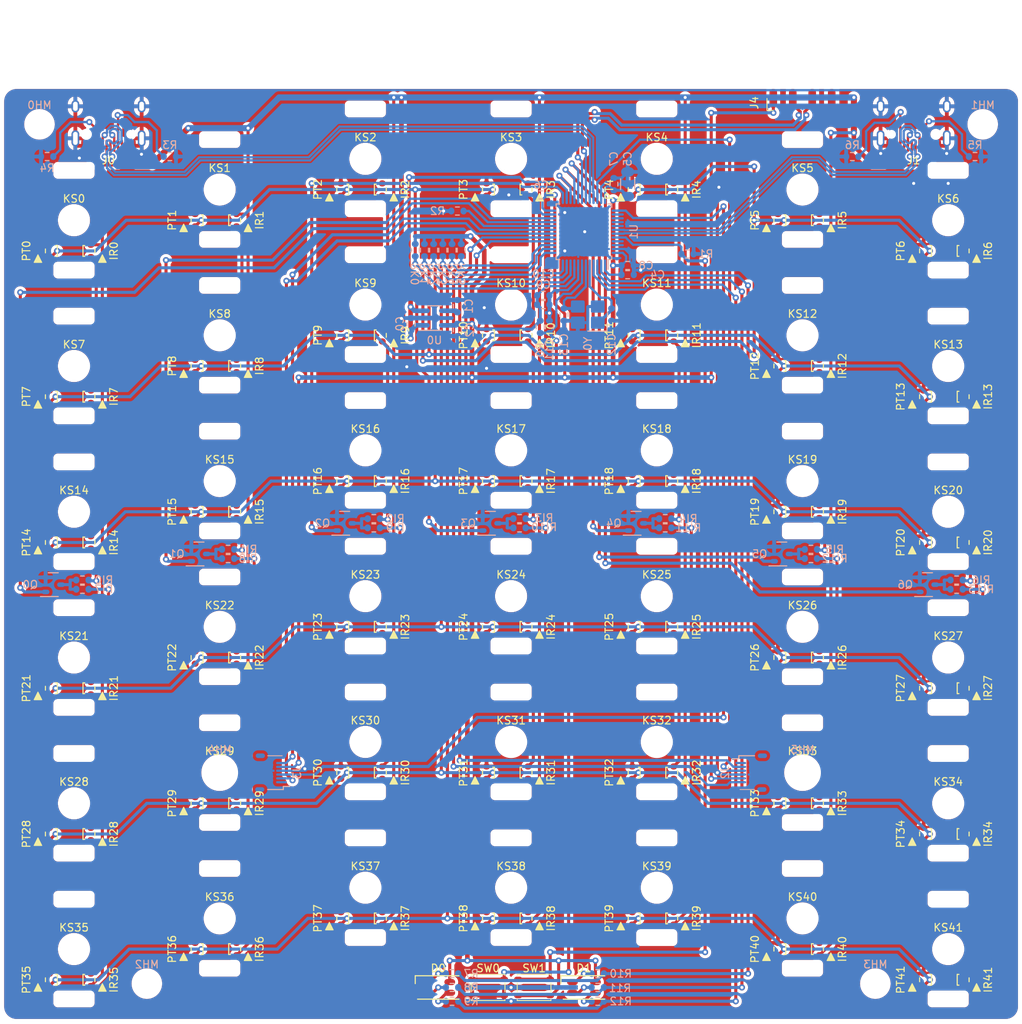
<source format=kicad_pcb>
(kicad_pcb (version 20211014) (generator pcbnew)
  (layers (0 "F.Cu" signal) (31 "B.Cu" signal) (34 "B.Paste" user) (35 "F.Paste" user) (36 "B.SilkS" user "B.Silkscreen") (37 "F.SilkS" user "F.Silkscreen") (38 "B.Mask" user) (39 "F.Mask" user) (44 "Edge.Cuts" user))
  (net 0 "")
  (net 1 "NRST")
  (net 2 "Net-(J1-PadA5)")
  (net 3 "usbd_P")
  (net 4 "Net-(C1-Pad1)")
  (net 5 "OCSIN")
  (net 6 "OCSOUT")
  (net 7 "spi1_nss")
  (net 8 "Net-(IR10-Pad1)")
  (net 9 "Net-(IR11-Pad1)")
  (net 10 "Net-(IR12-Pad1)")
  (net 11 "Net-(IR13-Pad1)")
  (net 12 "Net-(IR10-Pad2)")
  (net 13 "Net-(IR11-Pad2)")
  (net 14 "Net-(IR12-Pad2)")
  (net 15 "Net-(IR13-Pad2)")
  (net 16 "Net-(J0-PadB5)")
  (net 17 "Net-(J0-PadA5)")
  (net 18 "Net-(D0-Pad1)")
  (net 19 "Net-(D0-Pad3)")
  (net 20 "Net-(D0-Pad4)")
  (net 21 "usbfs_P")
  (net 22 "BOOT0")
  (net 23 "BOOT1")
  (net 24 "key_col0")
  (net 25 "key_col1")
  (net 26 "key_col2")
  (net 27 "key_row0")
  (net 28 "key_row1")
  (net 29 "key_row2")
  (net 30 "key_row3")
  (net 31 "key_row4")
  (net 32 "key_row5")
  (net 33 "Net-(Q0-Pad3)")
  (net 34 "usbfs_N")
  (net 36 "led_r")
  (net 37 "led_g")
  (net 38 "usbd_N")
  (net 39 "led_b")
  (net 40 "joystick0_a1")
  (net 42 "i2c1_scl")
  (net 45 "joystick0_a2")
  (net 46 "joystick1_a1")
  (net 47 "Net-(Q1-Pad3)")
  (net 48 "Net-(Q2-Pad3)")
  (net 49 "key_col3")
  (net 50 "Net-(Q3-Pad3)")
  (net 51 "key_col4")
  (net 52 "Net-(Q4-Pad3)")
  (net 53 "key_col5")
  (net 54 "Net-(Q5-Pad3)")
  (net 55 "key_col6")
  (net 56 "Net-(Q6-Pad3)")
  (net 57 "Net-(J1-PadB5)")
  (net 58 "GND")
  (net 59 "+5V")
  (net 60 "+3.3V")
  (net 61 "Net-(IR0-Pad2)")
  (net 62 "Net-(IR1-Pad2)")
  (net 63 "Net-(IR2-Pad2)")
  (net 64 "Net-(IR14-Pad1)")
  (net 65 "Net-(IR15-Pad1)")
  (net 66 "Net-(IR16-Pad1)")
  (net 67 "Net-(IR14-Pad2)")
  (net 68 "Net-(IR15-Pad2)")
  (net 69 "Net-(IR16-Pad2)")
  (net 70 "Net-(IR17-Pad2)")
  (net 71 "Net-(IR18-Pad2)")
  (net 72 "Net-(IR19-Pad2)")
  (net 73 "Net-(IR20-Pad2)")
  (net 74 "Net-(IR21-Pad2)")
  (net 75 "Net-(IR22-Pad2)")
  (net 76 "Net-(IR23-Pad2)")
  (net 77 "Net-(IR24-Pad2)")
  (net 78 "Net-(IR25-Pad2)")
  (net 79 "Net-(IR26-Pad2)")
  (net 80 "Net-(IR27-Pad2)")
  (net 81 "Net-(IR28-Pad2)")
  (net 82 "Net-(IR29-Pad2)")
  (net 83 "Net-(IR30-Pad2)")
  (net 84 "Net-(IR31-Pad2)")
  (net 85 "Net-(IR32-Pad2)")
  (net 86 "Net-(IR33-Pad2)")
  (net 87 "Net-(IR34-Pad2)")
  (net 88 "Net-(IR35-Pad2)")
  (net 89 "Net-(IR36-Pad2)")
  (net 90 "Net-(IR37-Pad2)")
  (net 91 "Net-(IR38-Pad2)")
  (net 92 "Net-(IR39-Pad2)")
  (net 93 "Net-(IR40-Pad2)")
  (net 94 "Net-(IR41-Pad2)")
  (net 95 "i2c1_sda")
  (net 96 "spi1_sck")
  (net 97 "spi1_miso")
  (net 98 "spi1_mosi")
  (net 99 "joystick1_a2")
  (net 100 "joystick0_sw")
  (net 101 "joystick1_sw")
  (net 102 "Net-(D1-Pad1)")
  (net 103 "Net-(D1-Pad3)")
  (net 104 "Net-(D1-Pad4)")
  (net 105 "usart1_P")
  (net 106 "usart1_N")
  (footprint "sok42:PT-0602" (layer "F.Cu") (at 151.3 124.5 90)
    (fp_text reference "PT26")
    (fp_text value "PT-0602")
  )
  (footprint "sok42:IR-0602" (layer "F.Cu") (at 99.7 82.5 -90)
    (fp_text reference "IR9")
    (fp_text value "IR-0602")
  )
  (footprint "sok42:PT-0602" (layer "F.Cu") (at 151.3 67.5 90)
    (fp_text reference "PT5")
    (fp_text value "PT-0602")
  )
  (footprint "sok42:KS-LP" (layer "F.Cu") (at 135.5 59.5)
    (fp_text reference "KS4")
    (fp_text value "KS-15")
    (fp_line (start 2.3 -6) (end 2.3 -7) (layer "Edge.Cuts") (width 0.0001))
    (fp_line (start -2.3 -6) (end -2.3 -7) (layer "Edge.Cuts") (width 0.0001))
    (fp_line (start -2.1 7.2) (end 2.1 7.2) (layer "Edge.Cuts") (width 0.0001))
    (fp_line (start -2.3 7) (end -2.3 6) (layer "Edge.Cuts") (width 0.0001))
    (fp_line (start 2.1 5.8) (end -2.1 5.8) (layer "Edge.Cuts") (width 0.0001))
    (fp_line (start 2.3 7) (end 2.3 6) (layer "Edge.Cuts") (width 0.0001))
    (fp_line (start -2.1 -5.8) (end 2.1 -5.8) (layer "Edge.Cuts") (width 0.0001))
    (fp_line (start 2.1 -7.2) (end -2.1 -7.2) (layer "Edge.Cuts") (width 0.0001))
    (fp_arc (start -2.3 -7) (mid -2.241421 -7.141421) (end -2.1 -7.2) (layer "Edge.Cuts") (width 0.0001))
    (fp_arc (start 2.1 5.8) (mid 2.241421 5.858579) (end 2.3 6) (layer "Edge.Cuts") (width 0.0001))
    (fp_arc (start -2.3 6) (mid -2.241421 5.858579) (end -2.1 5.8) (layer "Edge.Cuts") (width 0.0001))
    (fp_arc (start 2.3 -6) (mid 2.241421 -5.858579) (end 2.1 -5.8) (layer "Edge.Cuts") (width 0.0001))
    (fp_arc (start 2.3 7) (mid 2.241421 7.141421) (end 2.1 7.2) (layer "Edge.Cuts") (width 0.0001))
    (fp_arc (start -2.1 7.2) (mid -2.241421 7.141421) (end -2.3 7) (layer "Edge.Cuts") (width 0.0001))
    (fp_arc (start -2.1 -5.8) (mid -2.241421 -5.858579) (end -2.3 -6) (layer "Edge.Cuts") (width 0.0001))
    (fp_arc (start 2.1 -7.2) (mid 2.241421 -7.141421) (end 2.3 -7) (layer "Edge.Cuts") (width 0.0001))
  )
  (footprint "sok42:PT-0602" (layer "F.Cu") (at 170.3 128.5 90)
    (fp_text reference "PT27")
    (fp_text value "PT-0602")
  )
  (footprint "sok42:KS-LP" (layer "F.Cu") (at 59.5 143.5)
    (fp_text reference "KS28")
    (fp_text value "KS-15")
    (fp_line (start -2.1 -5.8) (end 2.1 -5.8) (layer "Edge.Cuts") (width 0.0001))
    (fp_line (start -2.3 7) (end -2.3 6) (layer "Edge.Cuts") (width 0.0001))
    (fp_line (start -2.1 7.2) (end 2.1 7.2) (layer "Edge.Cuts") (width 0.0001))
    (fp_line (start 2.3 7) (end 2.3 6) (layer "Edge.Cuts") (width 0.0001))
    (fp_line (start 2.1 5.8) (end -2.1 5.8) (layer "Edge.Cuts") (width 0.0001))
    (fp_line (start -2.3 -6) (end -2.3 -7) (layer "Edge.Cuts") (width 0.0001))
    (fp_line (start 2.3 -6) (end 2.3 -7) (layer "Edge.Cuts") (width 0.0001))
    (fp_line (start 2.1 -7.2) (end -2.1 -7.2) (layer "Edge.Cuts") (width 0.0001))
    (fp_arc (start 2.1 5.8) (mid 2.241421 5.858579) (end 2.3 6) (layer "Edge.Cuts") (width 0.0001))
    (fp_arc (start -2.3 6) (mid -2.241421 5.858579) (end -2.1 5.8) (layer "Edge.Cuts") (width 0.0001))
    (fp_arc (start 2.1 -7.2) (mid 2.241421 -7.141421) (end 2.3 -7) (layer "Edge.Cuts") (width 0.0001))
    (fp_arc (start -2.1 -5.8) (mid -2.241421 -5.858579) (end -2.3 -6) (layer "Edge.Cuts") (width 0.0001))
    (fp_arc (start 2.3 -6) (mid 2.241421 -5.858579) (end 2.1 -5.8) (layer "Edge.Cuts") (width 0.0001))
    (fp_arc (start 2.3 7) (mid 2.241421 7.141421) (end 2.1 7.2) (layer "Edge.Cuts") (width 0.0001))
    (fp_arc (start -2.1 7.2) (mid -2.241421 7.141421) (end -2.3 7) (layer "Edge.Cuts") (width 0.0001))
    (fp_arc (start -2.3 -7) (mid -2.241421 -7.141421) (end -2.1 -7.2) (layer "Edge.Cuts") (width 0.0001))
  )
  (footprint "sok42:KS-LP" (layer "F.Cu") (at 116.5 135.5)
    (fp_text reference "KS31")
    (fp_text value "KS-15")
    (fp_line (start 2.1 -7.2) (end -2.1 -7.2) (layer "Edge.Cuts") (width 0.0001))
    (fp_line (start -2.3 -6) (end -2.3 -7) (layer "Edge.Cuts") (width 0.0001))
    (fp_line (start -2.1 -5.8) (end 2.1 -5.8) (layer "Edge.Cuts") (width 0.0001))
    (fp_line (start -2.3 7) (end -2.3 6) (layer "Edge.Cuts") (width 0.0001))
    (fp_line (start 2.3 -6) (end 2.3 -7) (layer "Edge.Cuts") (width 0.0001))
    (fp_line (start 2.1 5.8) (end -2.1 5.8) (layer "Edge.Cuts") (width 0.0001))
    (fp_line (start 2.3 7) (end 2.3 6) (layer "Edge.Cuts") (width 0.0001))
    (fp_line (start -2.1 7.2) (end 2.1 7.2) (layer "Edge.Cuts") (width 0.0001))
    (fp_arc (start -2.3 6) (mid -2.241421 5.858579) (end -2.1 5.8) (layer "Edge.Cuts") (width 0.0001))
    (fp_arc (start -2.1 -5.8) (mid -2.241421 -5.858579) (end -2.3 -6) (layer "Edge.Cuts") (width 0.0001))
    (fp_arc (start -2.3 -7) (mid -2.241421 -7.141421) (end -2.1 -7.2) (layer "Edge.Cuts") (width 0.0001))
    (fp_arc (start 2.1 -7.2) (mid 2.241421 -7.141421) (end 2.3 -7) (layer "Edge.Cuts") (width 0.0001))
    (fp_arc (start 2.3 7) (mid 2.241421 7.141421) (end 2.1 7.2) (layer "Edge.Cuts") (width 0.0001))
    (fp_arc (start 2.1 5.8) (mid 2.241421 5.858579) (end 2.3 6) (layer "Edge.Cuts") (width 0.0001))
    (fp_arc (start -2.1 7.2) (mid -2.241421 7.141421) (end -2.3 7) (layer "Edge.Cuts") (width 0.0001))
    (fp_arc (start 2.3 -6) (mid 2.241421 -5.858579) (end 2.1 -5.8) (layer "Edge.Cuts") (width 0.0001))
  )
  (footprint "sok42:PT-0602" (layer "F.Cu") (at 113.3 139.5 90)
    (fp_text reference "PT31")
    (fp_text value "PT-0602")
  )
  (footprint "sok42:KS-LP" (layer "F.Cu") (at 78.5 101.5)
    (fp_text reference "KS15")
    (fp_text value "KS-15")
    (fp_line (start -2.1 -5.8) (end 2.1 -5.8) (layer "Edge.Cuts") (width 0.0001))
    (fp_line (start 2.1 -7.2) (end -2.1 -7.2) (layer "Edge.Cuts") (width 0.0001))
    (fp_line (start -2.3 7) (end -2.3 6) (layer "Edge.Cuts") (width 0.0001))
    (fp_line (start -2.3 -6) (end -2.3 -7) (layer "Edge.Cuts") (width 0.0001))
    (fp_line (start 2.3 7) (end 2.3 6) (layer "Edge.Cuts") (width 0.0001))
    (fp_line (start 2.1 5.8) (end -2.1 5.8) (layer "Edge.Cuts") (width 0.0001))
    (fp_line (start -2.1 7.2) (end 2.1 7.2) (layer "Edge.Cuts") (width 0.0001))
    (fp_line (start 2.3 -6) (end 2.3 -7) (layer "Edge.Cuts") (width 0.0001))
    (fp_arc (start 2.1 -7.2) (mid 2.241421 -7.141421) (end 2.3 -7) (layer "Edge.Cuts") (width 0.0001))
    (fp_arc (start 2.3 7) (mid 2.241421 7.141421) (end 2.1 7.2) (layer "Edge.Cuts") (width 0.0001))
    (fp_arc (start -2.1 -5.8) (mid -2.241421 -5.858579) (end -2.3 -6) (layer "Edge.Cuts") (width 0.0001))
    (fp_arc (start -2.3 6) (mid -2.241421 5.858579) (end -2.1 5.8) (layer "Edge.Cuts") (width 0.0001))
    (fp_arc (start 2.1 5.8) (mid 2.241421 5.858579) (end 2.3 6) (layer "Edge.Cuts") (width 0.0001))
    (fp_arc (start -2.1 7.2) (mid -2.241421 7.141421) (end -2.3 7) (layer "Edge.Cuts") (width 0.0001))
    (fp_arc (start 2.3 -6) (mid 2.241421 -5.858579) (end 2.1 -5.8) (layer "Edge.Cuts") (width 0.0001))
    (fp_arc (start -2.3 -7) (mid -2.241421 -7.141421) (end -2.1 -7.2) (layer "Edge.Cuts") (width 0.0001))
  )
  (footprint "sok42:KS-LP" (layer "F.Cu") (at 59.5 105.5)
    (fp_text reference "KS14")
    (fp_text value "KS-15")
    (fp_line (start 2.3 7) (end 2.3 6) (layer "Edge.Cuts") (width 0.0001))
    (fp_line (start -2.3 7) (end -2.3 6) (layer "Edge.Cuts") (width 0.0001))
    (fp_line (start 2.1 5.8) (end -2.1 5.8) (layer "Edge.Cuts") (width 0.0001))
    (fp_line (start -2.3 -6) (end -2.3 -7) (layer "Edge.Cuts") (width 0.0001))
    (fp_line (start 2.1 -7.2) (end -2.1 -7.2) (layer "Edge.Cuts") (width 0.0001))
    (fp_line (start -2.1 -5.8) (end 2.1 -5.8) (layer "Edge.Cuts") (width 0.0001))
    (fp_line (start -2.1 7.2) (end 2.1 7.2) (layer "Edge.Cuts") (width 0.0001))
    (fp_line (start 2.3 -6) (end 2.3 -7) (layer "Edge.Cuts") (width 0.0001))
    (fp_arc (start 2.3 7) (mid 2.241421 7.141421) (end 2.1 7.2) (layer "Edge.Cuts") (width 0.0001))
    (fp_arc (start -2.3 -7) (mid -2.241421 -7.141421) (end -2.1 -7.2) (layer "Edge.Cuts") (width 0.0001))
    (fp_arc (start -2.1 7.2) (mid -2.241421 7.141421) (end -2.3 7) (layer "Edge.Cuts") (width 0.0001))
    (fp_arc (start -2.1 -5.8) (mid -2.241421 -5.858579) (end -2.3 -6) (layer "Edge.Cuts") (width 0.0001))
    (fp_arc (start -2.3 6) (mid -2.241421 5.858579) (end -2.1 5.8) (layer "Edge.Cuts") (width 0.0001))
    (fp_arc (start 2.1 -7.2) (mid 2.241421 -7.141421) (end 2.3 -7) (layer "Edge.Cuts") (width 0.0001))
    (fp_arc (start 2.1 5.8) (mid 2.241421 5.858579) (end 2.3 6) (layer "Edge.Cuts") (width 0.0001))
    (fp_arc (start 2.3 -6) (mid 2.241421 -5.858579) (end 2.1 -5.8) (layer "Edge.Cuts") (width 0.0001))
  )
  (footprint "sok42:PT-0602" (layer "F.Cu") (at 113.3 158.5 90)
    (fp_text reference "PT38")
    (fp_text value "PT-0602")
  )
  (footprint "sok42:PT-0602" (layer "F.Cu") (at 132.3 139.5 90)
    (fp_text reference "PT32")
    (fp_text value "PT-0602")
  )
  (footprint "sok42:KS-LP" (layer "F.Cu") (at 135.5 154.5)
    (fp_text reference "KS39")
    (fp_text value "KS-15")
    (fp_line (start 2.1 -7.2) (end -2.1 -7.2) (layer "Edge.Cuts") (width 0.0001))
    (fp_line (start 2.3 -6) (end 2.3 -7) (layer "Edge.Cuts") (width 0.0001))
    (fp_line (start -2.1 -5.8) (end 2.1 -5.8) (layer "Edge.Cuts") (width 0.0001))
    (fp_line (start -2.3 -6) (end -2.3 -7) (layer "Edge.Cuts") (width 0.0001))
    (fp_line (start -2.1 7.2) (end 2.1 7.2) (layer "Edge.Cuts") (width 0.0001))
    (fp_line (start 2.1 5.8) (end -2.1 5.8) (layer "Edge.Cuts") (width 0.0001))
    (fp_line (start 2.3 7) (end 2.3 6) (layer "Edge.Cuts") (width 0.0001))
    (fp_line (start -2.3 7) (end -2.3 6) (layer "Edge.Cuts") (width 0.0001))
    (fp_arc (start -2.1 7.2) (mid -2.241421 7.141421) (end -2.3 7) (layer "Edge.Cuts") (width 0.0001))
    (fp_arc (start 2.1 -7.2) (mid 2.241421 -7.141421) (end 2.3 -7) (layer "Edge.Cuts") (width 0.0001))
    (fp_arc (start 2.3 7) (mid 2.241421 7.141421) (end 2.1 7.2) (layer "Edge.Cuts") (width 0.0001))
    (fp_arc (start 2.1 5.8) (mid 2.241421 5.858579) (end 2.3 6) (layer "Edge.Cuts") (width 0.0001))
    (fp_arc (start -2.1 -5.8) (mid -2.241421 -5.858579) (end -2.3 -6) (layer "Edge.Cuts") (width 0.0001))
    (fp_arc (start -2.3 -7) (mid -2.241421 -7.141421) (end -2.1 -7.2) (layer "Edge.Cuts") (width 0.0001))
    (fp_arc (start 2.3 -6) (mid 2.241421 -5.858579) (end 2.1 -5.8) (layer "Edge.Cuts") (width 0.0001))
    (fp_arc (start -2.3 6) (mid -2.241421 5.858579) (end -2.1 5.8) (layer "Edge.Cuts") (width 0.0001))
  )
  (footprint "sok42:IR-0602" (layer "F.Cu") (at 118.7 120.5 -90)
    (fp_text reference "IR24")
    (fp_text value "IR-0602")
  )
  (footprint "sok42:KS-LP" (layer "F.Cu") (at 97.5 116.5)
    (fp_text reference "KS23")
    (fp_text value "KS-15")
    (fp_line (start -2.1 7.2) (end 2.1 7.2) (layer "Edge.Cuts") (width 0.0001))
    (fp_line (start -2.1 -5.8) (end 2.1 -5.8) (layer "Edge.Cuts") (width 0.0001))
    (fp_line (start 2.1 5.8) (end -2.1 5.8) (layer "Edge.Cuts") (width 0.0001))
    (fp_line (start 2.3 -6) (end 2.3 -7) (layer "Edge.Cuts") (width 0.0001))
    (fp_line (start 2.1 -7.2) (end -2.1 -7.2) (layer "Edge.Cuts") (width 0.0001))
    (fp_line (start 2.3 7) (end 2.3 6) (layer "Edge.Cuts") (width 0.0001))
    (fp_line (start -2.3 -6) (end -2.3 -7) (layer "Edge.Cuts") (width 0.0001))
    (fp_line (start -2.3 7) (end -2.3 6) (layer "Edge.Cuts") (width 0.0001))
    (fp_arc (start 2.1 5.8) (mid 2.241421 5.858579) (end 2.3 6) (layer "Edge.Cuts") (width 0.0001))
    (fp_arc (start -2.3 -7) (mid -2.241421 -7.141421) (end -2.1 -7.2) (layer "Edge.Cuts") (width 0.0001))
    (fp_arc (start 2.3 -6) (mid 2.241421 -5.858579) (end 2.1 -5.8) (layer "Edge.Cuts") (width 0.0001))
    (fp_arc (start -2.1 7.2) (mid -2.241421 7.141421) (end -2.3 7) (layer "Edge.Cuts") (width 0.0001))
    (fp_arc (start 2.3 7) (mid 2.241421 7.141421) (end 2.1 7.2) (layer "Edge.Cuts") (width 0.0001))
    (fp_arc (start 2.1 -7.2) (mid 2.241421 -7.141421) (end 2.3 -7) (layer "Edge.Cuts") (width 0.0001))
    (fp_arc (start -2.3 6) (mid -2.241421 5.858579) (end -2.1 5.8) (layer "Edge.Cuts") (width 0.0001))
    (fp_arc (start -2.1 -5.8) (mid -2.241421 -5.858579) (end -2.3 -6) (layer "Edge.Cuts") (width 0.0001))
  )
  (footprint "sok42:IR-0602" (layer "F.Cu") (at 175.7 147.5 -90)
    (fp_text reference "IR34")
    (fp_text value "IR-0602")
  )
  (footprint "sok42:PT-0602" (layer "F.Cu") (at 75.3 162.5 90)
    (fp_text reference "PT36")
    (fp_text value "PT-0602")
  )
  (footprint "sok42:IR-0602" (layer "F.Cu") (at 118.7 82.5 -90)
    (fp_text reference "IR10")
    (fp_text value "IR-0602")
  )
  (footprint "sok42:IR-0602" (layer "F.Cu") (at 137.7 101.5 -90)
    (fp_text reference "IR18")
    (fp_text value "IR-0602")
  )
  (footprint "sok42:KS-LP" (layer "F.Cu") (at 97.5 135.5)
    (fp_text reference "KS30")
    (fp_text value "KS-15")
    (fp_line (start -2.3 7) (end -2.3 6) (layer "Edge.Cuts") (width 0.0001))
    (fp_line (start -2.1 7.2) (end 2.1 7.2) (layer "Edge.Cuts") (width 0.0001))
    (fp_line (start 2.3 -6) (end 2.3 -7) (layer "Edge.Cuts") (width 0.0001))
    (fp_line (start 2.3 7) (end 2.3 6) (layer "Edge.Cuts") (width 0.0001))
    (fp_line (start 2.1 -7.2) (end -2.1 -7.2) (layer "Edge.Cuts") (width 0.0001))
    (fp_line (start 2.1 5.8) (end -2.1 5.8) (layer "Edge.Cuts") (width 0.0001))
    (fp_line (start -2.3 -6) (end -2.3 -7) (layer "Edge.Cuts") (width 0.0001))
    (fp_line (start -2.1 -5.8) (end 2.1 -5.8) (layer "Edge.Cuts") (width 0.0001))
    (fp_arc (start 2.3 -6) (mid 2.241421 -5.858579) (end 2.1 -5.8) (layer "Edge.Cuts") (width 0.0001))
    (fp_arc (start 2.1 -7.2) (mid 2.241421 -7.141421) (end 2.3 -7) (layer "Edge.Cuts") (width 0.0001))
    (fp_arc (start -2.3 -7) (mid -2.241421 -7.141421) (end -2.1 -7.2) (layer "Edge.Cuts") (width 0.0001))
    (fp_arc (start -2.1 -5.8) (mid -2.241421 -5.858579) (end -2.3 -6) (layer "Edge.Cuts") (width 0.0001))
    (fp_arc (start -2.3 6) (mid -2.241421 5.858579) (end -2.1 5.8) (layer "Edge.Cuts") (width 0.0001))
    (fp_arc (start 2.1 5.8) (mid 2.241421 5.858579) (end 2.3 6) (layer "Edge.Cuts") (width 0.0001))
    (fp_arc (start -2.1 7.2) (mid -2.241421 7.141421) (end -2.3 7) (layer "Edge.Cuts") (width 0.0001))
    (fp_arc (start 2.3 7) (mid 2.241421 7.141421) (end 2.1 7.2) (layer "Edge.Cuts") (width 0.0001))
  )
  (footprint "sok42:KS-LP" (layer "F.Cu") (at 59.5 124.5)
    (fp_text reference "KS21")
    (fp_text value "KS-15")
    (fp_line (start -2.1 -5.8) (end 2.1 -5.8) (layer "Edge.Cuts") (width 0.0001))
    (fp_line (start -2.3 7) (end -2.3 6) (layer "Edge.Cuts") (width 0.0001))
    (fp_line (start 2.1 5.8) (end -2.1 5.8) (layer "Edge.Cuts") (width 0.0001))
    (fp_line (start -2.3 -6) (end -2.3 -7) (layer "Edge.Cuts") (width 0.0001))
    (fp_line (start 2.3 -6) (end 2.3 -7) (layer "Edge.Cuts") (width 0.0001))
    (fp_line (start 2.1 -7.2) (end -2.1 -7.2) (layer "Edge.Cuts") (width 0.0001))
    (fp_line (start -2.1 7.2) (end 2.1 7.2) (layer "Edge.Cuts") (width 0.0001))
    (fp_line (start 2.3 7) (end 2.3 6) (layer "Edge.Cuts") (width 0.0001))
    (fp_arc (start -2.1 -5.8) (mid -2.241421 -5.858579) (end -2.3 -6) (layer "Edge.Cuts") (width 0.0001))
    (fp_arc (start -2.3 -7) (mid -2.241421 -7.141421) (end -2.1 -7.2) (layer "Edge.Cuts") (width 0.0001))
    (fp_arc (start -2.1 7.2) (mid -2.241421 7.141421) (end -2.3 7) (layer "Edge.Cuts") (width 0.0001))
    (fp_arc (start 2.3 -6) (mid 2.241421 -5.858579) (end 2.1 -5.8) (layer "Edge.Cuts") (width 0.0001))
    (fp_arc (start -2.3 6) (mid -2.241421 5.858579) (end -2.1 5.8) (layer "Edge.Cuts") (width 0.0001))
    (fp_arc (start 2.3 7) (mid 2.241421 7.141421) (end 2.1 7.2) (layer "Edge.Cuts") (width 0.0001))
    (fp_arc (start 2.1 -7.2) (mid 2.241421 -7.141421) (end 2.3 -7) (layer "Edge.Cuts") (width 0.0001))
    (fp_arc (start 2.1 5.8) (mid 2.241421 5.858579) (end 2.3 6) (layer "Edge.Cuts") (width 0.0001))
  )
  (footprint "sok42:IR-0602" (layer "F.Cu") (at 118.7 63.5 -90)
    (fp_text reference "IR3")
    (fp_text value "IR-0602")
  )
  (footprint "sok42:PT-0602" (layer "F.Cu") (at 56.3 128.5 90)
    (fp_text reference "PT21")
    (fp_text value "PT-0602")
  )
  (footprint "sok42:IR-0602" (layer "F.Cu") (at 175.7 71.5 -90)
    (fp_text reference "IR6")
    (fp_text value "IR-0602")
  )
  (footprint "sok42:PT-0602" (layer "F.Cu") (at 94.3 139.5 90)
    (fp_text reference "PT30")
    (fp_text value "PT-0602")
  )
  (footprint "sok42:IR-0602" (layer "F.Cu") (at 156.7 86.5 -90)
    (fp_text reference "IR12")
    (fp_text value "IR-0602")
  )
  (footprint "sok42:PT-0602" (layer "F.Cu") (at 151.3 86.5 90)
    (fp_text reference "PT12")
    (fp_text value "PT-0602")
  )
  (footprint "sok42:IR-0602" (layer "F.Cu") (at 156.7 67.5 -90)
    (fp_text reference "IR5")
    (fp_text value "IR-0602")
  )
  (footprint "sok42:KS-LP" (layer "F.Cu") (at 116.5 154.5)
    (fp_text reference "KS38")
    (fp_text value "KS-15")
    (fp_line (start -2.3 -6) (end -2.3 -7) (layer "Edge.Cuts") (width 0.0001))
    (fp_line (start -2.3 7) (end -2.3 6) (layer "Edge.Cuts") (width 0.0001))
    (fp_line (start 2.1 5.8) (end -2.1 5.8) (layer "Edge.Cuts") (width 0.0001))
    (fp_line (start 2.3 -6) (end 2.3 -7) (layer "Edge.Cuts") (width 0.0001))
    (fp_line (start 2.1 -7.2) (end -2.1 -7.2) (layer "Edge.Cuts") (width 0.0001))
    (fp_line (start -2.1 -5.8) (end 2.1 -5.8) (layer "Edge.Cuts") (width 0.0001))
    (fp_line (start -2.1 7.2) (end 2.1 7.2) (layer "Edge.Cuts") (width 0.0001))
    (fp_line (start 2.3 7) (end 2.3 6) (layer "Edge.Cuts") (width 0.0001))
    (fp_arc (start -2.3 -7) (mid -2.241421 -7.141421) (end -2.1 -7.2) (layer "Edge.Cuts") (width 0.0001))
    (fp_arc (start 2.1 -7.2) (mid 2.241421 -7.141421) (end 2.3 -7) (layer "Edge.Cuts") (width 0.0001))
    (fp_arc (start 2.3 -6) (mid 2.241421 -5.858579) (end 2.1 -5.8) (layer "Edge.Cuts") (width 0.0001))
    (fp_arc (start 2.1 5.8) (mid 2.241421 5.858579) (end 2.3 6) (layer "Edge.Cuts") (width 0.0001))
    (fp_arc (start -2.1 7.2) (mid -2.241421 7.141421) (end -2.3 7) (layer "Edge.Cuts") (width 0.0001))
    (fp_arc (start -2.1 -5.8) (mid -2.241421 -5.858579) (end -2.3 -6) (layer "Edge.Cuts") (width 0.0001))
    (fp_arc (start 2.3 7) (mid 2.241421 7.141421) (end 2.1 7.2) (layer "Edge.Cuts") (width 0.0001))
    (fp_arc (start -2.3 6) (mid -2.241421 5.858579) (end -2.1 5.8) (layer "Edge.Cuts") (width 0.0001))
  )
  (footprint "sok42:KS-LP" (layer "F.Cu") (at 116.5 97.5)
    (fp_text reference "KS17")
    (fp_text value "KS-15")
    (fp_line (start 2.3 -6) (end 2.3 -7) (layer "Edge.Cuts") (width 0.0001))
    (fp_line (start -2.1 7.2) (end 2.1 7.2) (layer "Edge.Cuts") (width 0.0001))
    (fp_line (start -2.3 7) (end -2.3 6) (layer "Edge.Cuts") (width 0.0001))
    (fp_line (start -2.3 -6) (end -2.3 -7) (layer "Edge.Cuts") (width 0.0001))
    (fp_line (start 2.3 7) (end 2.3 6) (layer "Edge.Cuts") (width 0.0001))
    (fp_line (start -2.1 -5.8) (end 2.1 -5.8) (layer "Edge.Cuts") (width 0.0001))
    (fp_line (start 2.1 5.8) (end -2.1 5.8) (layer "Edge.Cuts") (width 0.0001))
    (fp_line (start 2.1 -7.2) (end -2.1 -7.2) (layer "Edge.Cuts") (width 0.0001))
    (fp_arc (start 2.1 5.8) (mid 2.241421 5.858579) (end 2.3 6) (layer "Edge.Cuts") (width 0.0001))
    (fp_arc (start -2.3 -7) (mid -2.241421 -7.141421) (end -2.1 -7.2) (layer "Edge.Cuts") (width 0.0001))
    (fp_arc (start 2.3 7) (mid 2.241421 7.141421) (end 2.1 7.2) (layer "Edge.Cuts") (width 0.0001))
    (fp_arc (start -2.1 -5.8) (mid -2.241421 -5.858579) (end -2.3 -6) (layer "Edge.Cuts") (width 0.0001))
    (fp_arc (start 2.1 -7.2) (mid 2.241421 -7.141421) (end 2.3 -7) (layer "Edge.Cuts") (width 0.0001))
    (fp_arc (start 2.3 -6) (mid 2.241421 -5.858579) (end 2.1 -5.8) (layer "Edge.Cuts") (width 0.0001))
    (fp_arc (start -2.1 7.2) (mid -2.241421 7.141421) (end -2.3 7) (layer "Edge.Cuts") (width 0.0001))
    (fp_arc (start -2.3 6) (mid -2.241421 5.858579) (end -2.1 5.8) (layer "Edge.Cuts") (width 0.0001))
  )
  (footprint "sok42:PT-0602" (layer "F.Cu") (at 75.3 67.5 90)
    (fp_text reference "PT1")
    (fp_text value "PT-0602")
  )
  (footprint "sok42:PT-0602" (layer "F.Cu") (at 170.3 71.5 90)
    (fp_text reference "PT6")
    (fp_text value "PT-0602")
  )
  (footprint "sok42:KS-LP" (layer "F.Cu") (at 78.5 158.5)
    (fp_text reference "KS36")
    (fp_text value "KS-15")
    (fp_line (start 2.3 7) (end 2.3 6) (layer "Edge.Cuts") (width 0.0001))
    (fp_line (start -2.1 -5.8) (end 2.1 -5.8) (layer "Edge.Cuts") (width 0.0001))
    (fp_line (start -2.3 7) (end -2.3 6) (layer "Edge.Cuts") (width 0.0001))
    (fp_line (start 2.1 5.8) (end -2.1 5.8) (layer "Edge.Cuts") (width 0.0001))
    (fp_line (start 2.1 -7.2) (end -2.1 -7.2) (layer "Edge.Cuts") (width 0.0001))
    (fp_line (start -2.3 -6) (end -2.3 -7) (layer "Edge.Cuts") (width 0.0001))
    (fp_line (start -2.1 7.2) (end 2.1 7.2) (layer "Edge.Cuts") (width 0.0001))
    (fp_line (start 2.3 -6) (end 2.3 -7) (layer "Edge.Cuts") (width 0.0001))
    (fp_arc (start 2.3 -6) (mid 2.241421 -5.858579) (end 2.1 -5.8) (layer "Edge.Cuts") (width 0.0001))
    (fp_arc (start -2.3 6) (mid -2.241421 5.858579) (end -2.1 5.8) (layer "Edge.Cuts") (width 0.0001))
    (fp_arc (start 2.1 5.8) (mid 2.241421 5.858579) (end 2.3 6) (layer "Edge.Cuts") (width 0.0001))
    (fp_arc (start -2.1 7.2) (mid -2.241421 7.141421) (end -2.3 7) (layer "Edge.Cuts") (width 0.0001))
    (fp_arc (start 2.1 -7.2) (mid 2.241421 -7.141421) (end 2.3 -7) (layer "Edge.Cuts") (width 0.0001))
    (fp_arc (start -2.3 -7) (mid -2.241421 -7.141421) (end -2.1 -7.2) (layer "Edge.Cuts") (width 0.0001))
    (fp_arc (start -2.1 -5.8) (mid -2.241421 -5.858579) (end -2.3 -6) (layer "Edge.Cuts") (width 0.0001))
    (fp_arc (start 2.3 7) (mid 2.241421 7.141421) (end 2.1 7.2) (layer "Edge.Cuts") (width 0.0001))
  )
  (footprint "sok42:IR-0602" (layer "F.Cu") (at 80.7 105.5 -90)
    (fp_text reference "IR15")
    (fp_text value "IR-0602")
  )
  (footprint "sok42:PT-0602" (layer "F.Cu") (at 56.3 71.5 90)
    (fp_text reference "PT0")
    (fp_text value "PT-0602")
  )
  (footprint "sok42:PT-0602" (layer "F.Cu") (at 113.3 63.5 90)
    (fp_text reference "PT3")
    (fp_text value "PT-0602")
  )
  (footprint "sok42:KS-LP" (layer "F.Cu") (at 78.5 63.5)
    (fp_text reference "KS1")
    (fp_text value "KS-15")
    (fp_line (start -2.1 7.2) (end 2.1 7.2) (layer "Edge.Cuts") (width 0.0001))
    (fp_line (start 2.3 -6) (end 2.3 -7) (layer "Edge.Cuts") (width 0.0001))
    (fp_line (start 2.1 -7.2) (end -2.1 -7.2) (layer "Edge.Cuts") (width 0.0001))
    (fp_line (start -2.3 -6) (end -2.3 -7) (layer "Edge.Cuts") (width 0.0001))
    (fp_line (start -2.1 -5.8) (end 2.1 -5.8) (layer "Edge.Cuts") (width 0.0001))
    (fp_line (start -2.3 7) (end -2.3 6) (layer "Edge.Cuts") (width 0.0001))
    (fp_line (start 2.1 5.8) (end -2.1 5.8) (layer "Edge.Cuts") (width 0.0001))
    (fp_line (start 2.3 7) (end 2.3 6) (layer "Edge.Cuts") (width 0.0001))
    (fp_arc (start -2.3 6) (mid -2.241421 5.858579) (end -2.1 5.8) (layer "Edge.Cuts") (width 0.0001))
    (fp_arc (start -2.3 -7) (mid -2.241421 -7.141421) (end -2.1 -7.2) (layer "Edge.Cuts") (width 0.0001))
    (fp_arc (start -2.1 7.2) (mid -2.241421 7.141421) (end -2.3 7) (layer "Edge.Cuts") (width 0.0001))
    (fp_arc (start -2.1 -5.8) (mid -2.241421 -5.858579) (end -2.3 -6) (layer "Edge.Cuts") (width 0.0001))
    (fp_arc (start 2.3 7) (mid 2.241421 7.141421) (end 2.1 7.2) (layer "Edge.Cuts") (width 0.0001))
    (fp_arc (start 2.1 5.8) (mid 2.241421 5.858579) (end 2.3 6) (layer "Edge.Cuts") (width 0.0001))
    (fp_arc (start 2.1 -7.2) (mid 2.241421 -7.141421) (end 2.3 -7) (layer "Edge.Cuts") (width 0.0001))
    (fp_arc (start 2.3 -6) (mid 2.241421 -5.858579) (end 2.1 -5.8) (layer "Edge.Cuts") (width 0.0001))
  )
  (footprint "sok42:KS-LP" (layer "F.Cu") (at 173.5 162.5)
    (fp_text reference "KS41")
    (fp_text value "KS-15")
    (fp_line (start 2.1 5.8) (end -2.1 5.8) (layer "Edge.Cuts") (width 0.0001))
    (fp_line (start 2.3 7) (end 2.3 6) (layer "Edge.Cuts") (width 0.0001))
    (fp_line (start -2.3 7) (end -2.3 6) (layer "Edge.Cuts") (width 0.0001))
    (fp_line (start 2.3 -6) (end 2.3 -7) (layer "Edge.Cuts") (width 0.0001))
    (fp_line (start -2.1 -5.8) (end 2.1 -5.8) (layer "Edge.Cuts") (width 0.0001))
    (fp_line (start -2.1 7.2) (end 2.1 7.2) (layer "Edge.Cuts") (width 0.0001))
    (fp_line (start -2.3 -6) (end -2.3 -7) (layer "Edge.Cuts") (width 0.0001))
    (fp_line (start 2.1 -7.2) (end -2.1 -7.2) (layer "Edge.Cuts") (width 0.0001))
    (fp_arc (start 2.3 -6) (mid 2.241421 -5.858579) (end 2.1 -5.8) (layer "Edge.Cuts") (width 0.0001))
    (fp_arc (start 2.3 7) (mid 2.241421 7.141421) (end 2.1 7.2) (layer "Edge.Cuts") (width 0.0001))
    (fp_arc (start -2.1 -5.8) (mid -2.241421 -5.858579) (end -2.3 -6) (layer "Edge.Cuts") (width 0.0001))
    (fp_arc (start 2.1 -7.2) (mid 2.241421 -7.141421) (end 2.3 -7) (layer "Edge.Cuts") (width 0.0001))
    (fp_arc (start 2.1 5.8) (mid 2.241421 5.858579) (end 2.3 6) (layer "Edge.Cuts") (width 0.0001))
    (fp_arc (start -2.1 7.2) (mid -2.241421 7.141421) (end -2.3 7) (layer "Edge.Cuts") (width 0.0001))
    (fp_arc (start -2.3 -7) (mid -2.241421 -7.141421) (end -2.1 -7.2) (layer "Edge.Cuts") (width 0.0001))
    (fp_arc (start -2.3 6) (mid -2.241421 5.858579) (end -2.1 5.8) (layer "Edge.Cuts") (width 0.0001))
  )
  (footprint "sok42:IR-0602" (layer "F.Cu") (at 61.7 166.5 -90)
    (fp_text reference "IR35")
    (fp_text value "IR-0602")
  )
  (footprint "sok42:KS-LP" (layer "F.Cu") (at 154.5 158.5)
    (fp_text reference "KS40")
    (fp_text value "KS-15")
    (fp_line (start 2.3 -6) (end 2.3 -7) (layer "Edge.Cuts") (width 0.0001))
    (fp_line (start -2.1 7.2) (end 2.1 7.2) (layer "Edge.Cuts") (width 0.0001))
    (fp_line (start -2.3 7) (end -2.3 6) (layer "Edge.Cuts") (width 0.0001))
    (fp_line (start 2.1 5.8) (end -2.1 5.8) (layer "Edge.Cuts") (width 0.0001))
    (fp_line (start -2.3 -6) (end -2.3 -7) (layer "Edge.Cuts") (width 0.0001))
    (fp_line (start 2.1 -7.2) (end -2.1 -7.2) (layer "Edge.Cuts") (width 0.0001))
    (fp_line (start -2.1 -5.8) (end 2.1 -5.8) (layer "Edge.Cuts") (width 0.0001))
    (fp_line (start 2.3 7) (end 2.3 6) (layer "Edge.Cuts") (width 0.0001))
    (fp_arc (start -2.1 -5.8) (mid -2.241421 -5.858579) (end -2.3 -6) (layer "Edge.Cuts") (width 0.0001))
    (fp_arc (start 2.3 7) (mid 2.241421 7.141421) (end 2.1 7.2) (layer "Edge.Cuts") (width 0.0001))
    (fp_arc (start 2.1 5.8) (mid 2.241421 5.858579) (end 2.3 6) (layer "Edge.Cuts") (width 0.0001))
    (fp_arc (start 2.3 -6) (mid 2.241421 -5.858579) (end 2.1 -5.8) (layer "Edge.Cuts") (width 0.0001))
    (fp_arc (start -2.1 7.2) (mid -2.241421 7.141421) (end -2.3 7) (layer "Edge.Cuts") (width 0.0001))
    (fp_arc (start -2.3 -7) (mid -2.241421 -7.141421) (end -2.1 -7.2) (layer "Edge.Cuts") (width 0.0001))
    (fp_arc (start 2.1 -7.2) (mid 2.241421 -7.141421) (end 2.3 -7) (layer "Edge.Cuts") (width 0.0001))
    (fp_arc (start -2.3 6) (mid -2.241421 5.858579) (end -2.1 5.8) (layer "Edge.Cuts") (width 0.0001))
  )
  (footprint "sok42:PT-0602" (layer "F.Cu") (at 56.3 109.5 90)
    (fp_text reference "PT14")
    (fp_text value "PT-0602")
  )
  (footprint "sok42:PT-0602" (layer "F.Cu") (at 132.3 82.5 90)
    (fp_text reference "PT11")
    (fp_text value "PT-0602")
  )
  (footprint "sok42:IR-0602" (layer "F.Cu") (at 175.7 109.5 -90)
    (fp_text reference "IR20")
    (fp_text value "IR-0602")
  )
  (footprint "sok42:PT-0602" (layer "F.Cu") (at 56.3 147.5 90)
    (fp_text reference "PT28")
    (fp_text value "PT-0602")
  )
  (footprint "sok42:PT-0602" (layer "F.Cu") (at 75.3 124.5 90)
    (fp_text reference "PT22")
    (fp_text value "PT-0602")
  )
  (footprint "sok42:PT-0602" (layer "F.Cu") (at 170.3 147.5 90)
    (fp_text reference "PT34")
    (fp_text value "PT-0602")
  )
  (footprint "sok42:KS-LP" (layer "F.Cu") (at 154.5 82.5)
    (fp_text reference "KS12")
    (fp_text value "KS-15")
    (fp_line (start -2.1 -5.8) (end 2.1 -5.8) (layer "Edge.Cuts") (width 0.0001))
    (fp_line (start 2.1 -7.2) (end -2.1 -7.2) (layer "Edge.Cuts") (width 0.0001))
    (fp_line (start 2.1 5.8) (end -2.1 5.8) (layer "Edge.Cuts") (width 0.0001))
    (fp_line (start -2.1 7.2) (end 2.1 7.2) (layer "Edge.Cuts") (width 0.0001))
    (fp_line (start -2.3 7) (end -2.3 6) (layer "Edge.Cuts") (width 0.0001))
    (fp_line (start -2.3 -6) (end -2.3 -7) (layer "Edge.Cuts") (width 0.0001))
    (fp_line (start 2.3 -6) (end 2.3 -7) (layer "Edge.Cuts") (width 0.0001))
    (fp_line (start 2.3 7) (end 2.3 6) (layer "Edge.Cuts") (width 0.0001))
    (fp_arc (start -2.3 -7) (mid -2.241421 -7.141421) (end -2.1 -7.2) (layer "Edge.Cuts") (width 0.0001))
    (fp_arc (start -2.1 7.2) (mid -2.241421 7.141421) (end -2.3 7) (layer "Edge.Cuts") (width 0.0001))
    (fp_arc (start 2.3 -6) (mid 2.241421 -5.858579) (end 2.1 -5.8) (layer "Edge.Cuts") (width 0.0001))
    (fp_arc (start 2.1 5.8) (mid 2.241421 5.858579) (end 2.3 6) (layer "Edge.Cuts") (width 0.0001))
    (fp_arc (start -2.1 -5.8) (mid -2.241421 -5.858579) (end -2.3 -6) (layer "Edge.Cuts") (width 0.0001))
    (fp_arc (start -2.3 6) (mid -2.241421 5.858579) (end -2.1 5.8) (layer "Edge.Cuts") (width 0.0001))
    (fp_arc (start 2.3 7) (mid 2.241421 7.141421) (end 2.1 7.2) (layer "Edge.Cuts") (width 0.0001))
    (fp_arc (start 2.1 -7.2) (mid 2.241421 -7.141421) (end 2.3 -7) (layer "Edge.Cuts") (width 0.0001))
  )
  (footprint "sok42:KS-LP" (layer "F.Cu") (at 154.5 101.5)
    (fp_text reference "KS19")
    (fp_text value "KS-15")
    (fp_line (start 2.3 -6) (end 2.3 -7) (layer "Edge.Cuts") (width 0.0001))
    (fp_line (start -2.1 -5.8) (end 2.1 -5.8) (layer "Edge.Cuts") (width 0.0001))
    (fp_line (start 2.1 5.8) (end -2.1 5.8) (layer "Edge.Cuts") (width 0.0001))
    (fp_line (start -2.3 -6) (end -2.3 -7) (layer "Edge.Cuts") (width 0.0001))
    (fp_line (start -2.3 7) (end -2.3 6) (layer "Edge.Cuts") (width 0.0001))
    (fp_line (start 2.3 7) (end 2.3 6) (layer "Edge.Cuts") (width 0.0001))
    (fp_line (start 2.1 -7.2) (end -2.1 -7.2) (layer "Edge.Cuts") (width 0.0001))
    (fp_line (start -2.1 7.2) (end 2.1 7.2) (layer "Edge.Cuts") (width 0.0001))
    (fp_arc (start -2.1 -5.8) (mid -2.241421 -5.858579) (end -2.3 -6) (layer "Edge.Cuts") (width 0.0001))
    (fp_arc (start 2.3 -6) (mid 2.241421 -5.858579) (end 2.1 -5.8) (layer "Edge.Cuts") (width 0.0001))
    (fp_arc (start 2.3 7) (mid 2.241421 7.141421) (end 2.1 7.2) (layer "Edge.Cuts") (width 0.0001))
    (fp_arc (start -2.1 7.2) (mid -2.241421 7.141421) (end -2.3 7) (layer "Edge.Cuts") (width 0.0001))
    (fp_arc (start -2.3 -7) (mid -2.241421 -7.141421) (end -2.1 -7.2) (layer "Edge.Cuts") (width 0.0001))
    (fp_arc (start 2.1 -7.2) (mid 2.241421 -7.141421) (end 2.3 -7) (layer "Edge.Cuts") (width 0.0001))
    (fp_arc (start -2.3 6) (mid -2.241421 5.858579) (end -2.1 5.8) (layer "Edge.Cuts") (width 0.0001))
    (fp_arc (start 2.1 5.8) (mid 2.241421 5.858579) (end 2.3 6) (layer "Edge.Cuts") (width 0.0001))
  )
  (footprint "sok42:IR-0602" (layer "F.Cu") (at 80.7 67.5 -90)
    (fp_text reference "IR1")
    (fp_text value "IR-0602")
  )
  (footprint "sok42:KS-LP" (layer "F.Cu") (at 135.5 135.5)
    (fp_text reference "KS32")
    (fp_text value "KS-15")
    (fp_line (start -2.1 -5.8) (end 2.1 -5.8) (layer "Edge.Cuts") (width 0.0001))
    (fp_line (start 2.3 7) (end 2.3 6) (layer "Edge.Cuts") (width 0.0001))
    (fp_line (start 2.3 -6) (end 2.3 -7) (layer "Edge.Cuts") (width 0.0001))
    (fp_line (start -2.3 -6) (end -2.3 -7) (layer "Edge.Cuts") (width 0.0001))
    (fp_line (start 2.1 5.8) (end -2.1 5.8) (layer "Edge.Cuts") (width 0.0001))
    (fp_line (start -2.3 7) (end -2.3 6) (layer "Edge.Cuts") (width 0.0001))
    (fp_line (start -2.1 7.2) (end 2.1 7.2) (layer "Edge.Cuts") (width 0.0001))
    (fp_line (start 2.1 -7.2) (end -2.1 -7.2) (layer "Edge.Cuts") (width 0.0001))
    (fp_arc (start -2.1 -5.8) (mid -2.241421 -5.858579) (end -2.3 -6) (layer "Edge.Cuts") (width 0.0001))
    (fp_arc (start -2.3 -7) (mid -2.241421 -7.141421) (end -2.1 -7.2) (layer "Edge.Cuts") (width 0.0001))
    (fp_arc (start -2.1 7.2) (mid -2.241421 7.141421) (end -2.3 7) (layer "Edge.Cuts") (width 0.0001))
    (fp_arc (start 2.1 -7.2) (mid 2.241421 -7.141421) (end 2.3 -7) (layer "Edge.Cuts") (width 0.0001))
    (fp_arc (start 2.3 -6) (mid 2.241421 -5.858579) (end 2.1 -5.8) (layer "Edge.Cuts") (width 0.0001))
    (fp_arc (start -2.3 6) (mid -2.241421 5.858579) (end -2.1 5.8) (layer "Edge.Cuts") (width 0.0001))
    (fp_arc (start 2.3 7) (mid 2.241421 7.141421) (end 2.1 7.2) (layer "Edge.Cuts") (width 0.0001))
    (fp_arc (start 2.1 5.8) (mid 2.241421 5.858579) (end 2.3 6) (layer "Edge.Cuts") (width 0.0001))
  )
  (footprint "sok42:KS-LP" (layer "F.Cu") (at 173.5 67.5)
    (fp_text reference "KS6")
    (fp_text value "KS-15")
    (fp_line (start 2.3 -6) (end 2.3 -7) (layer "Edge.Cuts") (width 0.0001))
    (fp_line (start -2.3 -6) (end -2.3 -7) (layer "Edge.Cuts") (width 0.0001))
    (fp_line (start -2.1 -5.8) (end 2.1 -5.8) (layer "Edge.Cuts") (width 0.0001))
    (fp_line (start -2.3 7) (end -2.3 6) (layer "Edge.Cuts") (width 0.0001))
    (fp_line (start 2.1 -7.2) (end -2.1 -7.2) (layer "Edge.Cuts") (width 0.0001))
    (fp_line (start 2.1 5.8) (end -2.1 5.8) (layer "Edge.Cuts") (width 0.0001))
    (fp_line (start 2.3 7) (end 2.3 6) (layer "Edge.Cuts") (width 0.0001))
    (fp_line (start -2.1 7.2) (end 2.1 7.2) (layer "Edge.Cuts") (width 0.0001))
    (fp_arc (start -2.3 6) (mid -2.241421 5.858579) (end -2.1 5.8) (layer "Edge.Cuts") (width 0.0001))
    (fp_arc (start 2.1 -7.2) (mid 2.241421 -7.141421) (end 2.3 -7) (layer "Edge.Cuts") (width 0.0001))
    (fp_arc (start -2.1 -5.8) (mid -2.241421 -5.858579) (end -2.3 -6) (layer "Edge.Cuts") (width 0.0001))
    (fp_arc (start -2.1 7.2) (mid -2.241421 7.141421) (end -2.3 7) (layer "Edge.Cuts") (width 0.0001))
    (fp_arc (start 2.1 5.8) (mid 2.241421 5.858579) (end 2.3 6) (layer "Edge.Cuts") (width 0.0001))
    (fp_arc (start 2.3 7) (mid 2.241421 7.141421) (end 2.1 7.2) (layer "Edge.Cuts") (width 0.0001))
    (fp_arc (start -2.3 -7) (mid -2.241421 -7.141421) (end -2.1 -7.2) (layer "Edge.Cuts") (width 0.0001))
    (fp_arc (start 2.3 -6) (mid 2.241421 -5.858579) (end 2.1 -5.8) (layer "Edge.Cuts") (width 0.0001))
  )
  (footprint "sok42:KS-LP" (layer "F.Cu") (at 59.5 86.5)
    (fp_text reference "KS7")
    (fp_text value "KS-15")
    (fp_line (start 2.3 -6) (end 2.3 -7) (layer "Edge.Cuts") (width 0.0001))
    (fp_line (start -2.3 7) (end -2.3 6) (layer "Edge.Cuts") (width 0.0001))
    (fp_line (start -2.3 -6) (end -2.3 -7) (layer "Edge.Cuts") (width 0.0001))
    (fp_line (start -2.1 -5.8) (end 2.1 -5.8) (layer "Edge.Cuts") (width 0.0001))
    (fp_line (start -2.1 7.2) (end 2.1 7.2) (layer "Edge.Cuts") (width 0.0001))
    (fp_line (start 2.1 -7.2) (end -2.1 -7.2) (layer "Edge.Cuts") (width 0.0001))
    (fp_line (start 2.3 7) (end 2.3 6) (layer "Edge.Cuts") (width 0.0001))
    (fp_line (start 2.1 5.8) (end -2.1 5.8) (layer "Edge.Cuts") (width 0.0001))
    (fp_arc (start -2.1 -5.8) (mid -2.241421 -5.858579) (end -2.3 -6) (layer "Edge.Cuts") (width 0.0001))
    (fp_arc (start 2.1 5.8) (mid 2.241421 5.858579) (end 2.3 6) (layer "Edge.Cuts") (width 0.0001))
    (fp_arc (start -2.1 7.2) (mid -2.241421 7.141421) (end -2.3 7) (layer "Edge.Cuts") (width 0.0001))
    (fp_arc (start -2.3 6) (mid -2.241421 5.858579) (end -2.1 5.8) (layer "Edge.Cuts") (width 0.0001))
    (fp_arc (start -2.3 -7) (mid -2.241421 -7.141421) (end -2.1 -7.2) (layer "Edge.Cuts") (width 0.0001))
    (fp_arc (start 2.3 -6) (mid 2.241421 -5.858579) (end 2.1 -5.8) (layer "Edge.Cuts") (width 0.0001))
    (fp_arc (start 2.3 7) (mid 2.241421 7.141421) (end 2.1 7.2) (layer "Edge.Cuts") (width 0.0001))
    (fp_arc (start 2.1 -7.2) (mid 2.241421 -7.141421) (end 2.3 -7) (layer "Edge.Cuts") (width 0.0001))
  )
  (footprint "sok42:IR-0602" (layer "F.Cu") (at 61.7 71.5 -90)
    (fp_text reference "IR0")
    (fp_text value "IR-0602")
  )
  (footprint "sok42:PT-0602" (layer "F.Cu") (at 151.3 105.5 90)
    (fp_text reference "PT19")
    (fp_text value "PT-0602")
  )
  (footprint "sok42:PT-0602" (layer "F.Cu") (at 170.3 109.5 90)
    (fp_text reference "PT20")
    (fp_text value "PT-0602")
  )
  (footprint "sok42:LED_RGB_PLCC4" (layer "F.Cu") (at 126 167.5)
    (fp_text reference "D1")
    (fp_text value "LED_RABG")
  )
  (footprint "sok42:PT-0602" (layer "F.Cu") (at 75.3 86.5 90)
    (fp_text reference "PT8")
    (fp_text value "PT-0602")
  )
  (footprint "sok42:IR-0602" (layer "F.Cu") (at 80.7 86.5 -90)
    (fp_text reference "IR8")
    (fp_text value "IR-0602")
  )
  (footprint "sok42:PT-0602" (layer "F.Cu") (at 75.3 105.5 90)
    (fp_text reference "PT15")
    (fp_text value "PT-0602")
  )
  (footprint "sok42:USB_C_Receptacle_HRO_TYPE-C-31-M-12" (layer "F.Cu") (at 169 53.7 180)
    (fp_text reference "J1")
    (fp_text value "USB_C_Receptacle_USB2.0")
  )
  (footprint "sok42:PT-0602" (layer "F.Cu") (at 56.3 166.5 90)
    (fp_text reference "PT35")
    (fp_text value "PT-0602")
  )
  (footprint "sok42:IR-0602" (layer "F.Cu") (at 80.7 124.5 -90)
    (fp_text reference "IR22")
    (fp_text value "IR-0602")
  )
  (footprint "sok42:IR-0602" (layer "F.Cu") (at 137.7 82.5 -90)
    (fp_text reference "IR11")
    (fp_text value "IR-0602")
  )
  (footprint "sok42:PT-0602" (layer "F.Cu") (at 151.3 162.5 90)
    (fp_text reference "PT40")
    (fp_text value "PT-0602")
  )
  (footprint "sok42:KS-LP" (layer "F.Cu") (at 78.5 139.5)
    (fp_text reference "KS29")
    (fp_text value "KS-15")
    (fp_line (start 2.3 -6) (end 2.3 -7) (layer "Edge.Cuts") (width 0.0001))
    (fp_line (start -2.1 7.2) (end 2.1 7.2) (layer "Edge.Cuts") (width 0.0001))
    (fp_line (start 2.3 7) (end 2.3 6) (layer "Edge.Cuts") (width 0.0001))
    (fp_line (start 2.1 5.8) (end -2.1 5.8) (layer "Edge.Cuts") (width 0.0001))
    (fp_line (start -2.3 -6) (end -2.3 -7) (layer "Edge.Cuts") (width 0.0001))
    (fp_line (start 2.1 -7.2) (end -2.1 -7.2) (layer "Edge.Cuts") (width 0.0001))
    (fp_line (start -2.3 7) (end -2.3 6) (layer "Edge.Cuts") (width 0.0001))
    (fp_line (start -2.1 -5.8) (end 2.1 -5.8) (layer "Edge.Cuts") (width 0.0001))
    (fp_arc (start -2.1 7.2) (mid -2.241421 7.141421) (end -2.3 7) (layer "Edge.Cuts") (width 0.0001))
    (fp_arc (start 2.1 5.8) (mid 2.241421 5.858579) (end 2.3 6) (layer "Edge.Cuts") (width 0.0001))
    (fp_arc (start 2.3 -6) (mid 2.241421 -5.858579) (end 2.1 -5.8) (layer "Edge.Cuts") (width 0.0001))
    (fp_arc (start 2.1 -7.2) (mid 2.241421 -7.141421) (end 2.3 -7) (layer "Edge.Cuts") (width 0.0001))
    (fp_arc (start -2.3 -7) (mid -2.241421 -7.141421) (end -2.1 -7.2) (layer "Edge.Cuts") (width 0.0001))
    (fp_arc (start -2.1 -5.8) (mid -2.241421 -5.858579) (end -2.3 -6) (layer "Edge.Cuts") (width 0.0001))
    (fp_arc (start 2.3 7) (mid 2.241421 7.141421) (end 2.1 7.2) (layer "Edge.Cuts") (width 0.0001))
    (fp_arc (start -2.3 6) (mid -2.241421 5.858579) (end -2.1 5.8) (layer "Edge.Cuts") (width 0.0001))
  )
  (footprint "sok42:PT-0602" (layer "F.Cu") (at 132.3 63.5 90)
    (fp_text reference "PT4")
    (fp_text value "PT-0602")
  )
  (footprint "sok42:SW_SPST_PTS810" (layer "F.Cu") (at 113.5 167.5 180)
    (fp_text reference "SW0")
    (fp_text value "SW_Push")
  )
  (footprint "sok42:PT-0602" (layer "F.Cu") (at 94.3 120.5 90)
    (fp_text reference "PT23")
    (fp_text value "PT-0602")
  )
  (footprint "sok42:KS-LP" (layer "F.Cu") (at 59.5 162.5)
    (fp_text reference "KS35")
    (fp_text value "KS-15")
    (fp_line (start -2.3 7) (end -2.3 6) (layer "Edge.Cuts") (width 0.0001))
    (fp_line (start -2.1 -5.8) (end 2.1 -5.8) (layer "Edge.Cuts") (width 0.0001))
    (fp_line (start 2.3 -6) (end 2.3 -7) (layer "Edge.Cuts") (width 0.0001))
    (fp_line (start -2.3 -6) (end -2.3 -7) (layer "Edge.Cuts") (width 0.0001))
    (fp_line (start -2.1 7.2) (end 2.1 7.2) (layer "Edge.Cuts") (width 0.0001))
    (fp_line (start 2.1 -7.2) (end -2.1 -7.2) (layer "Edge.Cuts") (width 0.0001))
    (fp_line (start 2.3 7) (end 2.3 6) (layer "Edge.Cuts") (width 0.0001))
    (fp_line (start 2.1 5.8) (end -2.1 5.8) (layer "Edge.Cuts") (width 0.0001))
    (fp_arc (start 2.1 -7.2) (mid 2.241421 -7.141421) (end 2.3 -7) (layer "Edge.Cuts") (width 0.0001))
    (fp_arc (start 2.3 -6) (mid 2.241421 -5.858579) (end 2.1 -5.8) (layer "Edge.Cuts") (width 0.0001))
    (fp_arc (start 2.1 5.8) (mid 2.241421 5.858579) (end 2.3 6) (layer "Edge.Cuts") (width 0.0001))
    (fp_arc (start -2.1 7.2) (mid -2.241421 7.141421) (end -2.3 7) (layer "Edge.Cuts") (width 0.0001))
    (fp_arc (start -2.1 -5.8) (mid -2.241421 -5.858579) (end -2.3 -6) (layer "Edge.Cuts") (width 0.0001))
    (fp_arc (start -2.3 -7) (mid -2.241421 -7.141421) (end -2.1 -7.2) (layer "Edge.Cuts") (width 0.0001))
    (fp_arc (start 2.3 7) (mid 2.241421 7.141421) (end 2.1 7.2) (layer "Edge.Cuts") (width 0.0001))
    (fp_arc (start -2.3 6) (mid -2.241421 5.858579) (end -2.1 5.8) (layer "Edge.Cuts") (width 0.0001))
  )
  (footprint "sok42:SW_SPST_PTS810" (layer "F.Cu") (at 119.5 167.5 180)
    (fp_text reference "SW1")
    (fp_text value "SW_Push")
  )
  (footprint "sok42:KS-LP" (layer "F.Cu") (at 173.5 143.5)
    (fp_text reference "KS34")
    (fp_text value "KS-15")
    (fp_line (start 2.3 -6) (end 2.3 -7) (layer "Edge.Cuts") (width 0.0001))
    (fp_line (start 2.1 -7.2) (end -2.1 -7.2) (layer "Edge.Cuts") (width 0.0001))
    (fp_line (start -2.3 7) (end -2.3 6) (layer "Edge.Cuts") (width 0.0001))
    (fp_line (start -2.1 7.2) (end 2.1 7.2) (layer "Edge.Cuts") (width 0.0001))
    (fp_line (start 2.3 7) (end 2.3 6) (layer "Edge.Cuts") (width 0.0001))
    (fp_line (start -2.1 -5.8) (end 2.1 -5.8) (layer "Edge.Cuts") (width 0.0001))
    (fp_line (start -2.3 -6) (end -2.3 -7) (layer "Edge.Cuts") (width 0.0001))
    (fp_line (start 2.1 5.8) (end -2.1 5.8) (layer "Edge.Cuts") (width 0.0001))
    (fp_arc (start 2.1 5.8) (mid 2.241421 5.858579) (end 2.3 6) (layer "Edge.Cuts") (width 0.0001))
    (fp_arc (start 2.3 7) (mid 2.241421 7.141421) (end 2.1 7.2) (layer "Edge.Cuts") (width 0.0001))
    (fp_arc (start 2.1 -7.2) (mid 2.241421 -7.141421) (end 2.3 -7) (layer "Edge.Cuts") (width 0.0001))
    (fp_arc (start -2.3 -7) (mid -2.241421 -7.141421) (end -2.1 -7.2) (layer "Edge.Cuts") (width 0.0001))
    (fp_arc (start -2.1 7.2) (mid -2.241421 7.141421) (end -2.3 7) (layer "Edge.Cuts") (width 0.0001))
    (fp_arc (start -2.1 -5.8) (mid -2.241421 -5.858579) (end -2.3 -6) (layer "Edge.Cuts") (width 0.0001))
    (fp_arc (start -2.3 6) (mid -2.241421 5.858579) (end -2.1 5.8) (layer "Edge.Cuts") (width 0.0001))
    (fp_arc (start 2.3 -6) (mid 2.241421 -5.858579) (end 2.1 -5.8) (layer "Edge.Cuts") (width 0.0001))
  )
  (footprint "sok42:PT-0602" (layer "F.Cu") (at 132.3 101.5 90)
    (fp_text reference "PT18")
    (fp_text value "PT-0602")
  )
  (footprint "sok42:PT-0602" (layer "F.Cu") (at 113.3 101.5 90)
    (fp_text reference "PT17")
    (fp_text value "PT-0602")
  )
  (footprint "sok42:PT-0602" (layer "F.Cu") (at 94.3 101.5 90)
    (fp_text reference "PT16")
    (fp_text value "PT-0602")
  )
  (footprint "sok42:KS-LP" (layer "F.Cu") (at 135.5 116.5)
    (fp_text reference "KS25")
    (fp_text value "KS-15")
    (fp_line (start -2.3 7) (end -2.3 6) (layer "Edge.Cuts") (width 0.0001))
    (fp_line (start 2.1 -7.2) (end -2.1 -7.2) (layer "Edge.Cuts") (width 0.0001))
    (fp_line (start -2.1 7.2) (end 2.1 7.2) (layer "Edge.Cuts") (width 0.0001))
    (fp_line (start -2.1 -5.8) (end 2.1 -5.8) (layer "Edge.Cuts") (width 0.0001))
    (fp_line (start 2.3 7) (end 2.3 6) (layer "Edge.Cuts") (width 0.0001))
    (fp_line (start -2.3 -6) (end -2.3 -7) (layer "Edge.Cuts") (width 0.0001))
    (fp_line (start 2.1 5.8) (end -2.1 5.8) (layer "Edge.Cuts") (width 0.0001))
    (fp_line (start 2.3 -6) (end 2.3 -7) (layer "Edge.Cuts") (width 0.0001))
    (fp_arc (start -2.1 -5.8) (mid -2.241421 -5.858579) (end -2.3 -6) (layer "Edge.Cuts") (width 0.0001))
    (fp_arc (start 2.3 -6) (mid 2.241421 -5.858579) (end 2.1 -5.8) (layer "Edge.Cuts") (width 0.0001))
    (fp_arc (start 2.3 7) (mid 2.241421 7.141421) (end 2.1 7.2) (layer "Edge.Cuts") (width 0.0001))
    (fp_arc (start 2.1 5.8) (mid 2.241421 5.858579) (end 2.3 6) (layer "Edge.Cuts") (width 0.0001))
    (fp_arc (start -2.3 -7) (mid -2.241421 -7.141421) (end -2.1 -7.2) (layer "Edge.Cuts") (width 0.0001))
    (fp_arc (start -2.3 6) (mid -2.241421 5.858579) (end -2.1 5.8) (layer "Edge.Cuts") (width 0.0001))
    (fp_arc (start 2.1 -7.2) (mid 2.241421 -7.141421) (end 2.3 -7) (layer "Edge.Cuts") (width 0.0001))
    (fp_arc (start -2.1 7.2) (mid -2.241421 7.141421) (end -2.3 7) (layer "Edge.Cuts") (width 0.0001))
  )
  (footprint "sok42:IR-0602" (layer "F.Cu") (at 61.7 109.5 -90)
    (fp_text reference "IR14")
    (fp_text value "IR-0602")
  )
  (footprint "sok42:KS-LP" (layer "F.Cu") (at 173.5 124.5)
    (fp_text reference "KS27")
    (fp_text value "KS-15")
    (fp_line (start -2.1 -5.8) (end 2.1 -5.8) (layer "Edge.Cuts") (width 0.0001))
    (fp_line (start 2.1 -7.2) (end -2.1 -7.2) (layer "Edge.Cuts") (width 0.0001))
    (fp_line (start -2.3 -6) (end -2.3 -7) (layer "Edge.Cuts") (width 0.0001))
    (fp_line (start -2.1 7.2) (end 2.1 7.2) (layer "Edge.Cuts") (width 0.0001))
    (fp_line (start 2.3 7) (end 2.3 6) (layer "Edge.Cuts") (width 0.0001))
    (fp_line (start 2.3 -6) (end 2.3 -7) (layer "Edge.Cuts") (width 0.0001))
    (fp_line (start -2.3 7) (end -2.3 6) (layer "Edge.Cuts") (width 0.0001))
    (fp_line (start 2.1 5.8) (end -2.1 5.8) (layer "Edge.Cuts") (width 0.0001))
    (fp_arc (start -2.1 7.2) (mid -2.241421 7.141421) (end -2.3 7) (layer "Edge.Cuts") (width 0.0001))
    (fp_arc (start -2.1 -5.8) (mid -2.241421 -5.858579) (end -2.3 -6) (layer "Edge.Cuts") (width 0.0001))
    (fp_arc (start -2.3 6) (mid -2.241421 5.858579) (end -2.1 5.8) (layer "Edge.Cuts") (width 0.0001))
    (fp_arc (start 2.1 5.8) (mid 2.241421 5.858579) (end 2.3 6) (layer "Edge.Cuts") (width 0.0001))
    (fp_arc (start 2.1 -7.2) (mid 2.241421 -7.141421) (end 2.3 -7) (layer "Edge.Cuts") (width 0.0001))
    (fp_arc (start 2.3 7) (mid 2.241421 7.141421) (end 2.1 7.2) (layer "Edge.Cuts") (width 0.0001))
    (fp_arc (start -2.3 -7) (mid -2.241421 -7.141421) (end -2.1 -7.2) (layer "Edge.Cuts") (width 0.0001))
    (fp_arc (start 2.3 -6) (mid 2.241421 -5.858579) (end 2.1 -5.8) (layer "Edge.Cuts") (width 0.0001))
  )
  (footprint "sok42:IR-0602" (layer "F.Cu") (at 137.7 139.5 -90)
    (fp_text reference "IR32")
    (fp_text value "IR-0602")
  )
  (footprint "sok42:IR-0602" (layer "F.Cu") (at 137.7 120.5 -90)
    (fp_text reference "IR25")
    (fp_text value "IR-0602")
  )
  (footprint "sok42:PT-0602" (layer "F.Cu") (at 113.3 120.5 90)
    (fp_text reference "PT24")
    (fp_text value "PT-0602")
  )
  (footprint "sok42:KS-LP" (layer "F.Cu") (at 173.5 105.5)
    (fp_text reference "KS20")
    (fp_text value "KS-15")
    (fp_line (start 2.3 -6) (end 2.3 -7) (layer "Edge.Cuts") (width 0.0001))
    (fp_line (start -2.3 7) (end -2.3 6) (layer "Edge.Cuts") (width 0.0001))
    (fp_line (start 2.1 5.8) (end -2.1 5.8) (layer "Edge.Cuts") (width 0.0001))
    (fp_line (start -2.3 -6) (end -2.3 -7) (layer "Edge.Cuts") (width 0.0001))
    (fp_line (start -2.1 -5.8) (end 2.1 -5.8) (layer "Edge.Cuts") (width 0.0001))
    (fp_line (start 2.1 -7.2) (end -2.1 -7.2) (layer "Edge.Cuts") (width 0.0001))
    (fp_line (start -2.1 7.2) (end 2.1 7.2) (layer "Edge.Cuts") (width 0.0001))
    (fp_line (start 2.3 7) (end 2.3 6) (layer "Edge.Cuts") (width 0.0001))
    (fp_arc (start 2.3 -6) (mid 2.241421 -5.858579) (end 2.1 -5.8) (layer "Edge.Cuts") (width 0.0001))
    (fp_arc (start 2.1 -7.2) (mid 2.241421 -7.141421) (end 2.3 -7) (layer "Edge.Cuts") (width 0.0001))
    (fp_arc (start 2.3 7) (mid 2.241421 7.141421) (end 2.1 7.2) (layer "Edge.Cuts") (width 0.0001))
    (fp_arc (start -2.1 -5.8) (mid -2.241421 -5.858579) (end -2.3 -6) (layer "Edge.Cuts") (width 0.0001))
    (fp_arc (start -2.3 6) (mid -2.241421 5.858579) (end -2.1 5.8) (layer "Edge.Cuts") (width 0.0001))
    (fp_arc (start -2.1 7.2) (mid -2.241421 7.141421) (end -2.3 7) (layer "Edge.Cuts") (width 0.0001))
    (fp_arc (start -2.3 -7) (mid -2.241421 -7.141421) (end -2.1 -7.2) (layer "Edge.Cuts") (width 0.0001))
    (fp_arc (start 2.1 5.8) (mid 2.241421 5.858579) (end 2.3 6) (layer "Edge.Cuts") (width 0.0001))
  )
  (footprint "sok42:PT-0602" (layer "F.Cu") (at 94.3 82.5 90)
    (fp_text reference "PT9")
    (fp_text value "PT-0602")
  )
  (footprint "sok42:KS-LP" (layer "F.Cu") (at 116.5 78.5)
    (fp_text reference "KS10")
    (fp_text value "KS-15")
    (fp_line (start -2.3 7) (end -2.3 6) (layer "Edge.Cuts") (width 0.0001))
    (fp_line (start -2.1 7.2) (end 2.1 7.2) (layer "Edge.Cuts") (width 0.0001))
    (fp_line (start 2.3 -6) (end 2.3 -7) (layer "Edge.Cuts") (width 0.0001))
    (fp_line (start 2.1 5.8) (end -2.1 5.8) (layer "Edge.Cuts") (width 0.0001))
    (fp_line (start 2.1 -7.2) (end -2.1 -7.2) (layer "Edge.Cuts") (width 0.0001))
    (fp_line (start -2.1 -5.8) (end 2.1 -5.8) (layer "Edge.Cuts") (width 0.0001))
    (fp_line (start 2.3 7) (end 2.3 6) (layer "Edge.Cuts") (width 0.0001))
    (fp_line (start -2.3 -6) (end -2.3 -7) (layer "Edge.Cuts") (width 0.0001))
    (fp_arc (start -2.3 -7) (mid -2.241421 -7.141421) (end -2.1 -7.2) (layer "Edge.Cuts") (width 0.0001))
    (fp_arc (start -2.3 6) (mid -2.241421 5.858579) (end -2.1 5.8) (layer "Edge.Cuts") (width 0.0001))
    (fp_arc (start -2.1 -5.8) (mid -2.241421 -5.858579) (end -2.3 -6) (layer "Edge.Cuts") (width 0.0001))
    (fp_arc (start 2.1 -7.2) (mid 2.241421 -7.141421) (end 2.3 -7) (layer "Edge.Cuts") (width 0.0001))
    (fp_arc (start -2.1 7.2) (mid -2.241421 7.141421) (end -2.3 7) (layer "Edge.Cuts") (width 0.0001))
    (fp_arc (start 2.3 -6) (mid 2.241421 -5.858579) (end 2.1 -5.8) (layer "Edge.Cuts") (width 0.0001))
    (fp_arc (start 2.1 5.8) (mid 2.241421 5.858579) (end 2.3 6) (layer "Edge.Cuts") (width 0.0001))
    (fp_arc (start 2.3 7) (mid 2.241421 7.141421) (end 2.1 7.2) (layer "Edge.Cuts") (width 0.0001))
  )
  (footprint "sok42:PT-0602" (layer "F.Cu") (at 56.3 90.5 90)
    (fp_text reference "PT7")
    (fp_text value "PT-0602")
  )
  (footprint "sok42:IR-0602" (layer "F.Cu") (at 61.7 90.5 -90)
    (fp_text reference "IR7")
    (fp_text value "IR-0602")
  )
  (footprint "sok42:KS-LP" (layer "F.Cu") (at 173.5 86.5)
    (fp_text reference "KS13")
    (fp_text value "KS-15")
    (fp_line (start 2.1 5.8) (end -2.1 5.8) (layer "Edge.Cuts") (width 0.0001))
    (fp_line (start 2.1 -7.2) (end -2.1 -7.2) (layer "Edge.Cuts") (width 0.0001))
    (fp_line (start -2.1 -5.8) (end 2.1 -5.8) (layer "Edge.Cuts") (width 0.0001))
    (fp_line (start -2.1 7.2) (end 2.1 7.2) (layer "Edge.Cuts") (width 0.0001))
    (fp_line (start -2.3 7) (end -2.3 6) (layer "Edge.Cuts") (width 0.0001))
    (fp_line (start -2.3 -6) (end -2.3 -7) (layer "Edge.Cuts") (width 0.0001))
    (fp_line (start 2.3 7) (end 2.3 6) (layer "Edge.Cuts") (width 0.0001))
    (fp_line (start 2.3 -6) (end 2.3 -7) (layer "Edge.Cuts") (width 0.0001))
    (fp_arc (start -2.3 6) (mid -2.241421 5.858579) (end -2.1 5.8) (layer "Edge.Cuts") (width 0.0001))
    (fp_arc (start -2.1 -5.8) (mid -2.241421 -5.858579) (end -2.3 -6) (layer "Edge.Cuts") (width 0.0001))
    (fp_arc (start -2.3 -7) (mid -2.241421 -7.141421) (end -2.1 -7.2) (layer "Edge.Cuts") (width 0.0001))
    (fp_arc (start 2.3 -6) (mid 2.241421 -5.858579) (end 2.1 -5.8) (layer "Edge.Cuts") (width 0.0001))
    (fp_arc (start -2.1 7.2) (mid -2.241421 7.141421) (end -2.3 7) (layer "Edge.Cuts") (width 0.0001))
    (fp_arc (start 2.1 5.8) (mid 2.241421 5.858579) (end 2.3 6) (layer "Edge.Cuts") (width 0.0001))
    (fp_arc (start 2.1 -7.2) (mid 2.241421 -7.141421) (end 2.3 -7) (layer "Edge.Cuts") (width 0.0001))
    (fp_arc (start 2.3 7) (mid 2.241421 7.141421) (end 2.1 7.2) (layer "Edge.Cuts") (width 0.0001))
  )
  (footprint "sok42:IR-0602" (layer "F.Cu") (at 175.7 90.5 -90)
    (fp_text reference "IR13")
    (fp_text value "IR-0602")
  )
  (footprint "sok42:USB_C_Receptacle_HRO_TYPE-C-31-M-12" (layer "F.Cu") (at 64 53.7 180)
    (fp_text reference "J0")
    (fp_text value "USB_C_Receptacle_USB2.0")
  )
  (footprint "sok42:IR-0602" (layer "F.Cu") (at 118.7 139.5 -90)
    (fp_text reference "IR31")
    (fp_text value "IR-0602")
  )
  (footprint "sok42:Harwin_M20-89004xx_1x04_P2.54mm_Horizontal" (layer "F.Cu") (at 154.5 46.1 90)
    (fp_text reference "J4")
    (fp_text value "Conn_01x04")
  )
  (footprint "sok42:PT-0602" (layer "F.Cu") (at 94.3 63.5 90)
    (fp_text reference "PT2")
    (fp_text value "PT-0602")
  )
  (footprint "sok42:IR-0602" (layer "F.Cu") (at 156.7 143.5 -90)
    (fp_text reference "IR33")
    (fp_text value "IR-0602")
  )
  (footprint "sok42:IR-0602" (layer "F.Cu") (at 61.7 147.5 -90)
    (fp_text reference "IR28")
    (fp_text value "IR-0602")
  )
  (footprint "sok42:PT-0602" (layer "F.Cu") (at 170.3 166.5 90)
    (fp_text reference "PT41")
    (fp_text value "PT-0602")
  )
  (footprint "sok42:PT-0602" (layer "F.Cu") (at 170.3 90.5 90)
    (fp_text reference "PT13")
    (fp_text value "PT-0602")
  )
  (footprint "sok42:IR-0602" (layer "F.Cu") (at 175.7 128.5 -90)
    (fp_text reference "IR27")
    (fp_text value "IR-0602")
  )
  (footprint "sok42:KS-LP" (layer "F.Cu") (at 135.5 78.5)
    (fp_text reference "KS11")
    (fp_text value "KS-15")
    (fp_line (start 2.3 7) (end 2.3 6) (layer "Edge.Cuts") (width 0.0001))
    (fp_line (start -2.1 -5.8) (end 2.1 -5.8) (layer "Edge.Cuts") (width 0.0001))
    (fp_line (start 2.1 5.8) (end -2.1 5.8) (layer "Edge.Cuts") (width 0.0001))
    (fp_line (start 2.1 -7.2) (end -2.1 -7.2) (layer "Edge.Cuts") (width 0.0001))
    (fp_line (start 2.3 -6) (end 2.3 -7) (layer "Edge.Cuts") (width 0.0001))
    (fp_line (start -2.3 -6) (end -2.3 -7) (layer "Edge.Cuts") (width 0.0001))
    (fp_line (start -2.3 7) (end -2.3 6) (layer "Edge.Cuts") (width 0.0001))
    (fp_line (start -2.1 7.2) (end 2.1 7.2) (layer "Edge.Cuts") (width 0.0001))
    (fp_arc (start -2.1 -5.8) (mid -2.241421 -5.858579) (end -2.3 -6) (layer "Edge.Cuts") (width 0.0001))
    (fp_arc (start -2.1 7.2) (mid -2.241421 7.141421) (end -2.3 7) (layer "Edge.Cuts") (width 0.0001))
    (fp_arc (start 2.1 -7.2) (mid 2.241421 -7.141421) (end 2.3 -7) (layer "Edge.Cuts") (width 0.0001))
    (fp_arc (start 2.3 -6) (mid 2.241421 -5.858579) (end 2.1 -5.8) (layer "Edge.Cuts") (width 0.0001))
    (fp_arc (start 2.3 7) (mid 2.241421 7.141421) (end 2.1 7.2) (layer "Edge.Cuts") (width 0.0001))
    (fp_arc (start 2.1 5.8) (mid 2.241421 5.858579) (end 2.3 6) (layer "Edge.Cuts") (width 0.0001))
    (fp_arc (start -2.3 -7) (mid -2.241421 -7.141421) (end -2.1 -7.2) (layer "Edge.Cuts") (width 0.0001))
    (fp_arc (start -2.3 6) (mid -2.241421 5.858579) (end -2.1 5.8) (layer "Edge.Cuts") (width 0.0001))
  )
  (footprint "sok42:PT-0602" (layer "F.Cu") (at 75.3 143.5 90)
    (fp_text reference "PT29")
    (fp_text value "PT-0602")
  )
  (footprint "sok42:IR-0602" (layer "F.Cu") (at 99.7 120.5 -90)
    (fp_text reference "IR23")
    (fp_text value "IR-0602")
  )
  (footprint "sok42:PT-0602" (layer "F.Cu") (at 94.3 158.5 90)
    (fp_text reference "PT37")
    (fp_text value "PT-0602")
  )
  (footprint "sok42:IR-0602" (layer "F.Cu") (at 156.7 124.5 -90)
    (fp_text reference "IR26")
    (fp_text value "IR-0602")
  )
  (footprint "sok42:KS-LP" (layer "F.Cu") (at 154.5 139.5)
    (fp_text reference "KS33")
    (fp_text value "KS-15")
    (fp_line (start -2.1 7.2) (end 2.1 7.2) (layer "Edge.Cuts") (width 0.0001))
    (fp_line (start 2.1 5.8) (end -2.1 5.8) (layer "Edge.Cuts") (width 0.0001))
    (fp_line (start 2.1 -7.2) (end -2.1 -7.2) (layer "Edge.Cuts") (width 0.0001))
    (fp_line (start -2.3 -6) (end -2.3 -7) (layer "Edge.Cuts") (width 0.0001))
    (fp_line (start -2.3 7) (end -2.3 6) (layer "Edge.Cuts") (width 0.0001))
    (fp_line (start 2.3 7) (end 2.3 6) (layer "Edge.Cuts") (width 0.0001))
    (fp_line (start 2.3 -6) (end 2.3 -7) (layer "Edge.Cuts") (width 0.0001))
    (fp_line (start -2.1 -5.8) (end 2.1 -5.8) (layer "Edge.Cuts") (width 0.0001))
    (fp_arc (start -2.3 -7) (mid -2.241421 -7.141421) (end -2.1 -7.2) (layer "Edge.Cuts") (width 0.0001))
    (fp_arc (start -2.3 6) (mid -2.241421 5.858579) (end -2.1 5.8) (layer "Edge.Cuts") (width 0.0001))
    (fp_arc (start -2.1 -5.8) (mid -2.241421 -5.858579) (end -2.3 -6) (layer "Edge.Cuts") (width 0.0001))
    (fp_arc (start 2.3 -6) (mid 2.241421 -5.858579) (end 2.1 -5.8) (layer "Edge.Cuts") (width 0.0001))
    (fp_arc (start 2.1 -7.2) (mid 2.241421 -7.141421) (end 2.3 -7) (layer "Edge.Cuts") (width 0.0001))
    (fp_arc (start 2.1 5.8) (mid 2.241421 5.858579) (end 2.3 6) (layer "Edge.Cuts") (width 0.0001))
    (fp_arc (start -2.1 7.2) (mid -2.241421 7.141421) (end -2.3 7) (layer "Edge.Cuts") (width 0.0001))
    (fp_arc (start 2.3 7) (mid 2.241421 7.141421) (end 2.1 7.2) (layer "Edge.Cuts") (width 0.0001))
  )
  (footprint "sok42:IR-0602" (layer "F.Cu") (at 99.7 101.5 -90)
    (fp_text reference "IR16")
    (fp_text value "IR-0602")
  )
  (footprint "sok42:IR-0602" (layer "F.Cu") (at 118.7 158.5 -90)
    (fp_text reference "IR38")
    (fp_text value "IR-0602")
  )
  (footprint "sok42:KS-LP" (layer "F.Cu") (at 78.5 120.5)
    (fp_text reference "KS22")
    (fp_text value "KS-15")
    (fp_line (start -2.3 7) (end -2.3 6) (layer "Edge.Cuts") (width 0.0001))
    (fp_line (start 2.3 -6) (end 2.3 -7) (layer "Edge.Cuts") (width 0.0001))
    (fp_line (start -2.1 -5.8) (end 2.1 -5.8) (layer "Edge.Cuts") (width 0.0001))
    (fp_line (start 2.1 -7.2) (end -2.1 -7.2) (layer "Edge.Cuts") (width 0.0001))
    (fp_line (start 2.3 7) (end 2.3 6) (layer "Edge.Cuts") (width 0.0001))
    (fp_line (start 2.1 5.8) (end -2.1 5.8) (layer "Edge.Cuts") (width 0.0001))
    (fp_line (start -2.1 7.2) (end 2.1 7.2) (layer "Edge.Cuts") (width 0.0001))
    (fp_line (start -2.3 -6) (end -2.3 -7) (layer "Edge.Cuts") (width 0.0001))
    (fp_arc (start 2.1 5.8) (mid 2.241421 5.858579) (end 2.3 6) (layer "Edge.Cuts") (width 0.0001))
    (fp_arc (start 2.1 -7.2) (mid 2.241421 -7.141421) (end 2.3 -7) (layer "Edge.Cuts") (width 0.0001))
    (fp_arc (start 2.3 7) (mid 2.241421 7.141421) (end 2.1 7.2) (layer "Edge.Cuts") (width 0.0001))
    (fp_arc (start 2.3 -6) (mid 2.241421 -5.858579) (end 2.1 -5.8) (layer "Edge.Cuts") (width 0.0001))
    (fp_arc (start -2.3 -7) (mid -2.241421 -7.141421) (end -2.1 -7.2) (layer "Edge.Cuts") (width 0.0001))
    (fp_arc (start -2.3 6) (mid -2.241421 5.858579) (end -2.1 5.8) (layer "Edge.Cuts") (width 0.0001))
    (fp_arc (start -2.1 7.2) (mid -2.241421 7.141421) (end -2.3 7) (layer "Edge.Cuts") (width 0.0001))
    (fp_arc (start -2.1 -5.8) (mid -2.241421 -5.858579) (end -2.3 -6) (layer "Edge.Cuts") (width 0.0001))
  )
  (footprint "sok42:IR-0602" (layer "F.Cu") (at 99.7 139.5 -90)
    (fp_text reference "IR30")
    (fp_text value "IR-0602")
  )
  (footprint "sok42:PT-0602" (layer "F.Cu") (at 132.3 158.5 90)
    (fp_text reference "PT39")
    (fp_text value "PT-0602")
  )
  (footprint "sok42:IR-0602" (layer "F.Cu") (at 137.7 63.5 -90)
    (fp_text reference "IR4")
    (fp_text value "IR-0602")
  )
  (footprint "sok42:KS-LP" (layer "F.Cu") (at 97.5 154.5)
    (fp_text reference "KS37")
    (fp_text value "KS-15")
    (fp_line (start -2.1 -5.8) (end 2.1 -5.8) (layer "Edge.Cuts") (width 0.0001))
    (fp_line (start 2.1 -7.2) (end -2.1 -7.2) (layer "Edge.Cuts") (width 0.0001))
    (fp_line (start -2.1 7.2) (end 2.1 7.2) (layer "Edge.Cuts") (width 0.0001))
    (fp_line (start -2.3 -6) (end -2.3 -7) (layer "Edge.Cuts") (width 0.0001))
    (fp_line (start 2.1 5.8) (end -2.1 5.8) (layer "Edge.Cuts") (width 0.0001))
    (fp_line (start 2.3 -6) (end 2.3 -7) (layer "Edge.Cuts") (width 0.0001))
    (fp_line (start 2.3 7) (end 2.3 6) (layer "Edge.Cuts") (width 0.0001))
    (fp_line (start -2.3 7) (end -2.3 6) (layer "Edge.Cuts") (width 0.0001))
    (fp_arc (start 2.1 -7.2) (mid 2.241421 -7.141421) (end 2.3 -7) (layer "Edge.Cuts") (width 0.0001))
    (fp_arc (start 2.3 -6) (mid 2.241421 -5.858579) (end 2.1 -5.8) (layer "Edge.Cuts") (width 0.0001))
    (fp_arc (start -2.3 -7) (mid -2.241421 -7.141421) (end -2.1 -7.2) (layer "Edge.Cuts") (width 0.0001))
    (fp_arc (start 2.1 5.8) (mid 2.241421 5.858579) (end 2.3 6) (layer "Edge.Cuts") (width 0.0001))
    (fp_arc (start -2.3 6) (mid -2.241421 5.858579) (end -2.1 5.8) (layer "Edge.Cuts") (width 0.0001))
    (fp_arc (start -2.1 7.2) (mid -2.241421 7.141421) (end -2.3 7) (layer "Edge.Cuts") (width 0.0001))
    (fp_arc (start -2.1 -5.8) (mid -2.241421 -5.858579) (end -2.3 -6) (layer "Edge.Cuts") (width 0.0001))
    (fp_arc (start 2.3 7) (mid 2.241421 7.141421) (end 2.1 7.2) (layer "Edge.Cuts") (width 0.0001))
  )
  (footprint "sok42:IR-0602" (layer "F.Cu") (at 99.7 63.5 -90)
    (fp_text reference "IR2")
    (fp_text value "IR-0602")
  )
  (footprint "sok42:IR-0602" (layer "F.Cu") (at 175.7 166.5 -90)
    (fp_text reference "IR41")
    (fp_text value "IR-0602")
  )
  (footprint "sok42:LED_RGB_PLCC4" (layer "F.Cu") (at 107 167.5)
    (fp_text reference "D0")
    (fp_text value "LED_RABG")
  )
  (footprint "sok42:IR-0602" (layer "F.Cu") (at 99.7 158.5 -90)
    (fp_text reference "IR37")
    (fp_text value "IR-0602")
  )
  (footprint "sok42:KS-LP" (layer "F.Cu") (at 97.5 97.5)
    (fp_text reference "KS16")
    (fp_text value "KS-15")
    (fp_line (start -2.1 7.2) (end 2.1 7.2) (layer "Edge.Cuts") (width 0.0001))
    (fp_line (start 2.3 7) (end 2.3 6) (layer "Edge.Cuts") (width 0.0001))
    (fp_line (start -2.3 7) (end -2.3 6) (layer "Edge.Cuts") (width 0.0001))
    (fp_line (start 2.3 -6) (end 2.3 -7) (layer "Edge.Cuts") (width 0.0001))
    (fp_line (start 2.1 5.8) (end -2.1 5.8) (layer "Edge.Cuts") (width 0.0001))
    (fp_line (start -2.1 -5.8) (end 2.1 -5.8) (layer "Edge.Cuts") (width 0.0001))
    (fp_line (start 2.1 -7.2) (end -2.1 -7.2) (layer "Edge.Cuts") (width 0.0001))
    (fp_line (start -2.3 -6) (end -2.3 -7) (layer "Edge.Cuts") (width 0.0001))
    (fp_arc (start 2.3 -6) (mid 2.241421 -5.858579) (end 2.1 -5.8) (layer "Edge.Cuts") (width 0.0001))
    (fp_arc (start 2.3 7) (mid 2.241421 7.141421) (end 2.1 7.2) (layer "Edge.Cuts") (width 0.0001))
    (fp_arc (start -2.3 -7) (mid -2.241421 -7.141421) (end -2.1 -7.2) (layer "Edge.Cuts") (width 0.0001))
    (fp_arc (start -2.1 -5.8) (mid -2.241421 -5.858579) (end -2.3 -6) (layer "Edge.Cuts") (width 0.0001))
    (fp_arc (start 2.1 -7.2) (mid 2.241421 -7.141421) (end 2.3 -7) (layer "Edge.Cuts") (width 0.0001))
    (fp_arc (start -2.1 7.2) (mid -2.241421 7.141421) (end -2.3 7) (layer "Edge.Cuts") (width 0.0001))
    (fp_arc (start -2.3 6) (mid -2.241421 5.858579) (end -2.1 5.8) (layer "Edge.Cuts") (width 0.0001))
    (fp_arc (start 2.1 5.8) (mid 2.241421 5.858579) (end 2.3 6) (layer "Edge.Cuts") (width 0.0001))
  )
  (footprint "sok42:KS-LP" (layer "F.Cu") (at 97.5 59.5)
    (fp_text reference "KS2")
    (fp_text value "KS-15")
    (fp_line (start -2.3 7) (end -2.3 6) (layer "Edge.Cuts") (width 0.0001))
    (fp_line (start 2.1 -7.2) (end -2.1 -7.2) (layer "Edge.Cuts") (width 0.0001))
    (fp_line (start 2.3 -6) (end 2.3 -7) (layer "Edge.Cuts") (width 0.0001))
    (fp_line (start -2.1 7.2) (end 2.1 7.2) (layer "Edge.Cuts") (width 0.0001))
    (fp_line (start -2.1 -5.8) (end 2.1 -5.8) (layer "Edge.Cuts") (width 0.0001))
    (fp_line (start 2.3 7) (end 2.3 6) (layer "Edge.Cuts") (width 0.0001))
    (fp_line (start 2.1 5.8) (end -2.1 5.8) (layer "Edge.Cuts") (width 0.0001))
    (fp_line (start -2.3 -6) (end -2.3 -7) (layer "Edge.Cuts") (width 0.0001))
    (fp_arc (start -2.3 6) (mid -2.241421 5.858579) (end -2.1 5.8) (layer "Edge.Cuts") (width 0.0001))
    (fp_arc (start 2.1 -7.2) (mid 2.241421 -7.141421) (end 2.3 -7) (layer "Edge.Cuts") (width 0.0001))
    (fp_arc (start 2.3 7) (mid 2.241421 7.141421) (end 2.1 7.2) (layer "Edge.Cuts") (width 0.0001))
    (fp_arc (start -2.1 7.2) (mid -2.241421 7.141421) (end -2.3 7) (layer "Edge.Cuts") (width 0.0001))
    (fp_arc (start -2.1 -5.8) (mid -2.241421 -5.858579) (end -2.3 -6) (layer "Edge.Cuts") (width 0.0001))
    (fp_arc (start -2.3 -7) (mid -2.241421 -7.141421) (end -2.1 -7.2) (layer "Edge.Cuts") (width 0.0001))
    (fp_arc (start 2.1 5.8) (mid 2.241421 5.858579) (end 2.3 6) (layer "Edge.Cuts") (width 0.0001))
    (fp_arc (start 2.3 -6) (mid 2.241421 -5.858579) (end 2.1 -5.8) (layer "Edge.Cuts") (width 0.0001))
  )
  (footprint "sok42:PT-0602" (layer "F.Cu") (at 113.3 82.5 90)
    (fp_text reference "PT10")
    (fp_text value "PT-0602")
  )
  (footprint "sok42:IR-0602" (layer "F.Cu") (at 118.7 101.5 -90)
    (fp_text reference "IR17")
    (fp_text value "IR-0602")
  )
  (footprint "sok42:KS-LP" (layer "F.Cu") (at 154.5 120.5)
    (fp_text reference "KS26")
    (fp_text value "KS-15")
    (fp_line (start -2.3 -6) (end -2.3 -7) (layer "Edge.Cuts") (width 0.0001))
    (fp_line (start -2.3 7) (end -2.3 6) (layer "Edge.Cuts") (width 0.0001))
    (fp_line (start -2.1 -5.8) (end 2.1 -5.8) (layer "Edge.Cuts") (width 0.0001))
    (fp_line (start 2.3 -6) (end 2.3 -7) (layer "Edge.Cuts") (width 0.0001))
    (fp_line (start 2.3 7) (end 2.3 6) (layer "Edge.Cuts") (width 0.0001))
    (fp_line (start -2.1 7.2) (end 2.1 7.2) (layer "Edge.Cuts") (width 0.0001))
    (fp_line (start 2.1 5.8) (end -2.1 5.8) (layer "Edge.Cuts") (width 0.0001))
    (fp_line (start 2.1 -7.2) (end -2.1 -7.2) (layer "Edge.Cuts") (width 0.0001))
    (fp_arc (start -2.3 6) (mid -2.241421 5.858579) (end -2.1 5.8) (layer "Edge.Cuts") (width 0.0001))
    (fp_arc (start -2.1 -5.8) (mid -2.241421 -5.858579) (end -2.3 -6) (layer "Edge.Cuts") (width 0.0001))
    (fp_arc (start 2.1 5.8) (mid 2.241421 5.858579) (end 2.3 6) (layer "Edge.Cuts") (width 0.0001))
    (fp_arc (start 2.1 -7.2) (mid 2.241421 -7.141421) (end 2.3 -7) (layer "Edge.Cuts") (width 0.0001))
    (fp_arc (start 2.3 -6) (mid 2.241421 -5.858579) (end 2.1 -5.8) (layer "Edge.Cuts") (width 0.0001))
    (fp_arc (start -2.1 7.2) (mid -2.241421 7.141421) (end -2.3 7) (layer "Edge.Cuts") (width 0.0001))
    (fp_arc (start 2.3 7) (mid 2.241421 7.141421) (end 2.1 7.2) (layer "Edge.Cuts") (width 0.0001))
    (fp_arc (start -2.3 -7) (mid -2.241421 -7.141421) (end -2.1 -7.2) (layer "Edge.Cuts") (width 0.0001))
  )
  (footprint "sok42:KS-LP" (layer "F.Cu") (at 116.5 59.5)
    (fp_text reference "KS3")
    (fp_text value "KS-15")
    (fp_line (start -2.1 7.2) (end 2.1 7.2) (layer "Edge.Cuts") (width 0.0001))
    (fp_line (start 2.1 5.8) (end -2.1 5.8) (layer "Edge.Cuts") (width 0.0001))
    (fp_line (start 2.3 7) (end 2.3 6) (layer "Edge.Cuts") (width 0.0001))
    (fp_line (start -2.1 -5.8) (end 2.1 -5.8) (layer "Edge.Cuts") (width 0.0001))
    (fp_line (start -2.3 7) (end -2.3 6) (layer "Edge.Cuts") (width 0.0001))
    (fp_line (start 2.1 -7.2) (end -2.1 -7.2) (layer "Edge.Cuts") (width 0.0001))
    (fp_line (start 2.3 -6) (end 2.3 -7) (layer "Edge.Cuts") (width 0.0001))
    (fp_line (start -2.3 -6) (end -2.3 -7) (layer "Edge.Cuts") (width 0.0001))
    (fp_arc (start -2.1 7.2) (mid -2.241421 7.141421) (end -2.3 7) (layer "Edge.Cuts") (width 0.0001))
    (fp_arc (start 2.1 -7.2) (mid 2.241421 -7.141421) (end 2.3 -7) (layer "Edge.Cuts") (width 0.0001))
    (fp_arc (start 2.1 5.8) (mid 2.241421 5.858579) (end 2.3 6) (layer "Edge.Cuts") (width 0.0001))
    (fp_arc (start -2.3 6) (mid -2.241421 5.858579) (end -2.1 5.8) (layer "Edge.Cuts") (width 0.0001))
    (fp_arc (start 2.3 -6) (mid 2.241421 -5.858579) (end 2.1 -5.8) (layer "Edge.Cuts") (width 0.0001))
    (fp_arc (start 2.3 7) (mid 2.241421 7.141421) (end 2.1 7.2) (layer "Edge.Cuts") (width 0.0001))
    (fp_arc (start -2.1 -5.8) (mid -2.241421 -5.858579) (end -2.3 -6) (layer "Edge.Cuts") (width 0.0001))
    (fp_arc (start -2.3 -7) (mid -2.241421 -7.141421) (end -2.1 -7.2) (layer "Edge.Cuts") (width 0.0001))
  )
  (footprint "sok42:KS-LP" (layer "F.Cu") (at 97.5 78.5)
    (fp_text reference "KS9")
    (fp_text value "KS-15")
    (fp_line (start -2.3 -6) (end -2.3 -7) (layer "Edge.Cuts") (width 0.0001))
    (fp_line (start 2.1 -7.2) (end -2.1 -7.2) (layer "Edge.Cuts") (width 0.0001))
    (fp_line (start -2.1 7.2) (end 2.1 7.2) (layer "Edge.Cuts") (width 0.0001))
    (fp_line (start 2.3 7) (end 2.3 6) (layer "Edge.Cuts") (width 0.0001))
    (fp_line (start -2.1 -5.8) (end 2.1 -5.8) (layer "Edge.Cuts") (width 0.0001))
    (fp_line (start 2.3 -6) (end 2.3 -7) (layer "Edge.Cuts") (width 0.0001))
    (fp_line (start 2.1 5.8) (end -2.1 5.8) (layer "Edge.Cuts") (width 0.0001))
    (fp_line (start -2.3 7) (end -2.3 6) (layer "Edge.Cuts") (width 0.0001))
    (fp_arc (start 2.1 -7.2) (mid 2.241421 -7.141421) (end 2.3 -7) (layer "Edge.Cuts") (width 0.0001))
    (fp_arc (start -2.3 -7) (mid -2.241421 -7.141421) (end -2.1 -7.2) (layer "Edge.Cuts") (width 0.0001))
    (fp_arc (start 2.3 -6) (mid 2.241421 -5.858579) (end 2.1 -5.8) (layer "Edge.Cuts") (width 0.0001))
    (fp_arc (start -2.1 7.2) (mid -2.241421 7.141421) (end -2.3 7) (layer "Edge.Cuts") (width 0.0001))
    (fp_arc (start -2.3 6) (mid -2.241421 5.858579) (end -2.1 5.8) (layer "Edge.Cuts") (width 0.0001))
    (fp_arc (start 2.1 5.8) (mid 2.241421 5.858579) (end 2.3 6) (layer "Edge.Cuts") (width 0.0001))
    (fp_arc (start 2.3 7) (mid 2.241421 7.141421) (end 2.1 7.2) (layer "Edge.Cuts") (width 0.0001))
    (fp_arc (start -2.1 -5.8) (mid -2.241421 -5.858579) (end -2.3 -6) (layer "Edge.Cuts") (width 0.0001))
  )
  (footprint "sok42:KS-LP" (layer "F.Cu") (at 116.5 116.5)
    (fp_text reference "KS24")
    (fp_text value "KS-15")
    (fp_line (start 2.3 7) (end 2.3 6) (layer "Edge.Cuts") (width 0.0001))
    (fp_line (start 2.1 5.8) (end -2.1 5.8) (layer "Edge.Cuts") (width 0.0001))
    (fp_line (start -2.1 7.2) (end 2.1 7.2) (layer "Edge.Cuts") (width 0.0001))
    (fp_line (start 2.3 -6) (end 2.3 -7) (layer "Edge.Cuts") (width 0.0001))
    (fp_line (start -2.3 -6) (end -2.3 -7) (layer "Edge.Cuts") (width 0.0001))
    (fp_line (start -2.3 7) (end -2.3 6) (layer "Edge.Cuts") (width 0.0001))
    (fp_line (start 2.1 -7.2) (end -2.1 -7.2) (layer "Edge.Cuts") (width 0.0001))
    (fp_line (start -2.1 -5.8) (end 2.1 -5.8) (layer "Edge.Cuts") (width 0.0001))
    (fp_arc (start -2.3 6) (mid -2.241421 5.858579) (end -2.1 5.8) (layer "Edge.Cuts") (width 0.0001))
    (fp_arc (start -2.1 7.2) (mid -2.241421 7.141421) (end -2.3 7) (layer "Edge.Cuts") (width 0.0001))
    (fp_arc (start -2.3 -7) (mid -2.241421 -7.141421) (end -2.1 -7.2) (layer "Edge.Cuts") (width 0.0001))
    (fp_arc (start 2.3 7) (mid 2.241421 7.141421) (end 2.1 7.2) (layer "Edge.Cuts") (width 0.0001))
    (fp_arc (start 2.1 5.8) (mid 2.241421 5.858579) (end 2.3 6) (layer "Edge.Cuts") (width 0.0001))
    (fp_arc (start -2.1 -5.8) (mid -2.241421 -5.858579) (end -2.3 -6) (layer "Edge.Cuts") (width 0.0001))
    (fp_arc (start 2.1 -7.2) (mid 2.241421 -7.141421) (end 2.3 -7) (layer "Edge.Cuts") (width 0.0001))
    (fp_arc (start 2.3 -6) (mid 2.241421 -5.858579) (end 2.1 -5.8) (layer "Edge.Cuts") (width 0.0001))
  )
  (footprint "sok42:PT-0602" (layer "F.Cu") (at 151.3 143.5 90)
    (fp_text reference "PT33")
    (fp_text value "PT-0602")
  )
  (footprint "sok42:IR-0602" (layer "F.Cu") (at 80.7 162.5 -90)
    (fp_text reference "IR36")
    (fp_text value "IR-0602")
  )
  (footprint "sok42:IR-0602" (layer "F.Cu") (at 137.7 158.5 -90)
    (fp_text reference "IR39")
    (fp_text value "IR-0602")
  )
  (footprint "sok42:PT-0602" (layer "F.Cu") (at 132.3 120.5 90)
    (fp_text reference "PT25")
    (fp_text value "PT-0602")
  )
  (footprint "sok42:KS-LP" (layer "F.Cu") (at 135.5 97.5)
    (fp_text reference "KS18")
    (fp_text value "KS-15")
    (fp_line (start 2.1 -7.2) (end -2.1 -7.2) (layer "Edge.Cuts") (width 0.0001))
    (fp_line (start -2.1 7.2) (end 2.1 7.2) (layer "Edge.Cuts") (width 0.0001))
    (fp_line (start -2.3 -6) (end -2.3 -7) (layer "Edge.Cuts") (width 0.0001))
    (fp_line (start -2.1 -5.8) (end 2.1 -5.8) (layer "Edge.Cuts") (width 0.0001))
    (fp_line (start 2.1 5.8) (end -2.1 5.8) (layer "Edge.Cuts") (width 0.0001))
    (fp_line (start 2.3 -6) (end 2.3 -7) (layer "Edge.Cuts") (width 0.0001))
    (fp_line (start -2.3 7) (end -2.3 6) (layer "Edge.Cuts") (width 0.0001))
    (fp_line (start 2.3 7) (end 2.3 6) (layer "Edge.Cuts") (width 0.0001))
    (fp_arc (start 2.3 7) (mid 2.241421 7.141421) (end 2.1 7.2) (layer "Edge.Cuts") (width 0.0001))
    (fp_arc (start -2.3 -7) (mid -2.241421 -7.141421) (end -2.1 -7.2) (layer "Edge.Cuts") (width 0.0001))
    (fp_arc (start -2.1 7.2) (mid -2.241421 7.141421) (end -2.3 7) (layer "Edge.Cuts") (width 0.0001))
    (fp_arc (start 2.1 -7.2) (mid 2.241421 -7.141421) (end 2.3 -7) (layer "Edge.Cuts") (width 0.0001))
    (fp_arc (start 2.3 -6) (mid 2.241421 -5.858579) (end 2.1 -5.8) (layer "Edge.Cuts") (width 0.0001))
    (fp_arc (start 2.1 5.8) (mid 2.241421 5.858579) (end 2.3 6) (layer "Edge.Cuts") (width 0.0001))
    (fp_arc (start -2.3 6) (mid -2.241421 5.858579) (end -2.1 5.8) (layer "Edge.Cuts") (width 0.0001))
    (fp_arc (start -2.1 -5.8) (mid -2.241421 -5.858579) (end -2.3 -6) (layer "Edge.Cuts") (width 0.0001))
  )
  (footprint "sok42:IR-0602" (layer "F.Cu") (at 61.7 128.5 -90)
    (fp_text reference "IR21")
    (fp_text value "IR-0602")
  )
  (footprint "sok42:IR-0602" (layer "F.Cu") (at 80.7 143.5 -90)
    (fp_text reference "IR29")
    (fp_text value "IR-0602")
  )
  (footprint "sok42:IR-0602" (layer "F.Cu") (at 156.7 105.5 -90)
    (fp_text reference "IR19")
    (fp_text value "IR-0602")
  )
  (footprint "sok42:KS-LP" (layer "F.Cu") (at 154.5 63.5)
    (fp_text reference "KS5")
    (fp_text value "KS-15")
    (fp_line (start 2.1 -7.2) (end -2.1 -7.2) (layer "Edge.Cuts") (width 0.0001))
    (fp_line (start -2.3 -6) (end -2.3 -7) (layer "Edge.Cuts") (width 0.0001))
    (fp_line (start -2.1 -5.8) (end 2.1 -5.8) (layer "Edge.Cuts") (width 0.0001))
    (fp_line (start 2.3 7) (end 2.3 6) (layer "Edge.Cuts") (width 0.0001))
    (fp_line (start -2.1 7.2) (end 2.1 7.2) (layer "Edge.Cuts") (width 0.0001))
    (fp_line (start -2.3 7) (end -2.3 6) (layer "Edge.Cuts") (width 0.0001))
    (fp_line (start 2.1 5.8) (end -2.1 5.8) (layer "Edge.Cuts") (width 0.0001))
    (fp_line (start 2.3 -6) (end 2.3 -7) (layer "Edge.Cuts") (width 0.0001))
    (fp_arc (start 2.1 -7.2) (mid 2.241421 -7.141421) (end 2.3 -7) (layer "Edge.Cuts") (width 0.0001))
    (fp_arc (start -2.3 6) (mid -2.241421 5.858579) (end -2.1 5.8) (layer "Edge.Cuts") (width 0.0001))
    (fp_arc (start -2.1 7.2) (mid -2.241421 7.141421) (end -2.3 7) (layer "Edge.Cuts") (width 0.0001))
    (fp_arc (start 2.3 -6) (mid 2.241421 -5.858579) (end 2.1 -5.8) (layer "Edge.Cuts") (width 0.0001))
    (fp_arc (start 2.3 7) (mid 2.241421 7.141421) (end 2.1 7.2) (layer "Edge.Cuts") (width 0.0001))
    (fp_arc (start -2.1 -5.8) (mid -2.241421 -5.858579) (end -2.3 -6) (layer "Edge.Cuts") (width 0.0001))
    (fp_arc (start 2.1 5.8) (mid 2.241421 5.858579) (end 2.3 6) (layer "Edge.Cuts") (width 0.0001))
    (fp_arc (start -2.3 -7) (mid -2.241421 -7.141421) (end -2.1 -7.2) (layer "Edge.Cuts") (width 0.0001))
  )
  (footprint "sok42:IR-0602" (layer "F.Cu") (at 156.7 162.5 -90)
    (fp_text reference "IR40")
    (fp_text value "IR-0602")
  )
  (footprint "sok42:KS-LP" (layer "F.Cu") (at 78.5 82.5)
    (fp_text reference "KS8")
    (fp_text value "KS-15")
    (fp_line (start -2.3 7) (end -2.3 6) (layer "Edge.Cuts") (width 0.0001))
    (fp_line (start -2.3 -6) (end -2.3 -7) (layer "Edge.Cuts") (width 0.0001))
    (fp_line (start 2.3 -6) (end 2.3 -7) (layer "Edge.Cuts") (width 0.0001))
    (fp_line (start -2.1 7.2) (end 2.1 7.2) (layer "Edge.Cuts") (width 0.0001))
    (fp_line (start -2.1 -5.8) (end 2.1 -5.8) (layer "Edge.Cuts") (width 0.0001))
    (fp_line (start 2.3 7) (end 2.3 6) (layer "Edge.Cuts") (width 0.0001))
    (fp_line (start 2.1 -7.2) (end -2.1 -7.2) (layer "Edge.Cuts") (width 0.0001))
    (fp_line (start 2.1 5.8) (end -2.1 5.8) (layer "Edge.Cuts") (width 0.0001))
    (fp_arc (start -2.1 -5.8) (mid -2.241421 -5.858579) (end -2.3 -6) (layer "Edge.Cuts") (width 0.0001))
    (fp_arc (start -2.1 7.2) (mid -2.241421 7.141421) (end -2.3 7) (layer "Edge.Cuts") (width 0.0001))
    (fp_arc (start 2.3 7) (mid 2.241421 7.141421) (end 2.1 7.2) (layer "Edge.Cuts") (width 0.0001))
    (fp_arc (start -2.3 -7) (mid -2.241421 -7.141421) (end -2.1 -7.2) (layer "Edge.Cuts") (width 0.0001))
    (fp_arc (start 2.1 -7.2) (mid 2.241421 -7.141421) (end 2.3 -7) (layer "Edge.Cuts") (width 0.0001))
    (fp_arc (start 2.1 5.8) (mid 2.241421 5.858579) (end 2.3 6) (layer "Edge.Cuts") (width 0.0001))
    (fp_arc (start -2.3 6) (mid -2.241421 5.858579) (end -2.1 5.8) (layer "Edge.Cuts") (width 0.0001))
    (fp_arc (start 2.3 -6) (mid 2.241421 -5.858579) (end 2.1 -5.8) (layer "Edge.Cuts") (width 0.0001))
  )
  (footprint "sok42:KS-LP" (layer "F.Cu") (at 59.5 67.5)
    (fp_text reference "KS0")
    (fp_text value "KS-15")
    (fp_line (start 2.3 7) (end 2.3 6) (layer "Edge.Cuts") (width 0.0001))
    (fp_line (start 2.1 -7.2) (end -2.1 -7.2) (layer "Edge.Cuts") (width 0.0001))
    (fp_line (start 2.3 -6) (end 2.3 -7) (layer "Edge.Cuts") (width 0.0001))
    (fp_line (start -2.1 -5.8) (end 2.1 -5.8) (layer "Edge.Cuts") (width 0.0001))
    (fp_line (start -2.1 7.2) (end 2.1 7.2) (layer "Edge.Cuts") (width 0.0001))
    (fp_line (start -2.3 -6) (end -2.3 -7) (layer "Edge.Cuts") (width 0.0001))
    (fp_line (start 2.1 5.8) (end -2.1 5.8) (layer "Edge.Cuts") (width 0.0001))
    (fp_line (start -2.3 7) (end -2.3 6) (layer "Edge.Cuts") (width 0.0001))
    (fp_arc (start -2.3 6) (mid -2.241421 5.858579) (end -2.1 5.8) (layer "Edge.Cuts") (width 0.0001))
    (fp_arc (start 2.3 -6) (mid 2.241421 -5.858579) (end 2.1 -5.8) (layer "Edge.Cuts") (width 0.0001))
    (fp_arc (start 2.1 -7.2) (mid 2.241421 -7.141421) (end 2.3 -7) (layer "Edge.Cuts") (width 0.0001))
    (fp_arc (start -2.3 -7) (mid -2.241421 -7.141421) (end -2.1 -7.2) (layer "Edge.Cuts") (width 0.0001))
    (fp_arc (start -2.1 7.2) (mid -2.241421 7.141421) (end -2.3 7) (layer "Edge.Cuts") (width 0.0001))
    (fp_arc (start -2.1 -5.8) (mid -2.241421 -5.858579) (end -2.3 -6) (layer "Edge.Cuts") (width 0.0001))
    (fp_arc (start 2.3 7) (mid 2.241421 7.141421) (end 2.1 7.2) (layer "Edge.Cuts") (width 0.0001))
    (fp_arc (start 2.1 5.8) (mid 2.241421 5.858579) (end 2.3 6) (layer "Edge.Cuts") (width 0.0001))
  )
  (footprint "sok42:RC_0603_1608Metric" (layer "B.Cu") (at 109.5 78.7 90)
    (fp_text reference "C1")
    (fp_text value "22n")
  )
  (footprint "MountingHole:MountingHole_3.2mm_M3" (layer "B.Cu") (at 69 167 180)
    (fp_text reference "MH2")
    (fp_text value "MountingHole")
  )
  (footprint "sok42:RC_0603_1608Metric" (layer "B.Cu") (at 174.6 115.6 180)
    (fp_text reference "RI13")
    (fp_text value "69.8")
  )
  (footprint "sok42:RC_0603_1608Metric" (layer "B.Cu") (at 177 59.2 180)
    (fp_text reference "R5")
    (fp_text value "5.1k")
  )
  (footprint "sok42:RC_0603_1608Metric" (layer "B.Cu") (at 105.2 71.4 -90)
    (fp_text reference "RK1")
    (fp_text value "1k")
  )
  (footprint "sok42:RC_0603_1608Metric" (layer "B.Cu") (at 127.8 167.5 180)
    (fp_text reference "R11")
    (fp_text value "1k")
  )
  (footprint "sok42:RC_0603_1608Metric" (layer "B.Cu") (at 155.6 110.4 180)
    (fp_text reference "RI5")
    (fp_text value "69.8")
  )
  (footprint "sok42:RC_0603_1608Metric" (layer "B.Cu") (at 103.45 81.05 90)
    (fp_text reference "C0")
    (fp_text value "1u")
  )
  (footprint "sok42:RC_1206_3216Metric" (layer "B.Cu") (at 131.7 62.8 90)
    (fp_text reference "C5")
    (fp_text value "4.7u")
  )
  (footprint "sok42:RC_0603_1608Metric" (layer "B.Cu") (at 129.6 79.8 -90)
    (fp_text reference "C12")
    (fp_text value "20p")
  )
  (footprint "MountingHole:MountingHole_4mm" (layer "B.Cu") (at 78.5 139.5 180)
    (fp_text reference "MH4")
    (fp_text value "MountingHole")
  )
  (footprint "sok42:RC_0603_1608Metric" (layer "B.Cu") (at 139.5 71.9)
    (fp_text reference "R1")
    (fp_text value "10k")
  )
  (footprint "sok42:RC_0603_1608Metric" (layer "B.Cu") (at 108.8 165.7 180)
    (fp_text reference "R7")
    (fp_text value "1k")
  )
  (footprint "sok42:RC_0603_1608Metric" (layer "B.Cu") (at 108.8 71.4 -90)
    (fp_text reference "RK4")
    (fp_text value "1k")
  )
  (footprint "sok42:RC_0603_1608Metric" (layer "B.Cu") (at 161 59.2)
    (fp_text reference "R6")
    (fp_text value "5.1k")
  )
  (footprint "sok42:RC_0603_1608Metric" (layer "B.Cu") (at 123.4 79.8 -90)
    (fp_text reference "C13")
    (fp_text value "20p")
  )
  (footprint "sok42:SOT-23-5" (layer "B.Cu") (at 106.5 80.25)
    (fp_text reference "U0")
    (fp_text value "RT9193-33GB")
  )
  (footprint "sok42:SOT-23" (layer "B.Cu") (at 132.8 107)
    (fp_text reference "Q4")
    (fp_text value "BSS138")
  )
  (footprint "sok42:RC_0603_1608Metric" (layer "B.Cu") (at 60.6 114.4 180)
    (fp_text reference "RI0")
    (fp_text value "69.8")
  )
  (footprint "sok42:RC_0603_1608Metric" (layer "B.Cu") (at 106.4 71.4 -90)
    (fp_text reference "RK2")
    (fp_text value "1k")
  )
  (footprint "sok42:RC_0603_1608Metric" (layer "B.Cu") (at 131.7 74.6)
    (fp_text reference "C4")
    (fp_text value "100n")
  )
  (footprint "sok42:RC_0603_1608Metric" (layer "B.Cu") (at 120.4 64.2 180)
    (fp_text reference "C6")
    (fp_text value "100n")
  )
  (footprint "sok42:RC_0603_1608Metric" (layer "B.Cu") (at 98.6 106.4 180)
    (fp_text reference "RI2")
    (fp_text value "69.8")
  )
  (footprint "sok42:RC_0603_1608Metric" (layer "B.Cu") (at 107.6 71.4 -90)
    (fp_text reference "RK3")
    (fp_text value "1k")
  )
  (footprint "sok42:RC_0603_1608Metric" (layer "B.Cu") (at 108.8 169.3 180)
    (fp_text reference "R9")
    (fp_text value "1k")
  )
  (footprint "sok42:RC_0603_1608Metric" (layer "B.Cu") (at 120.7 77.3)
    (fp_text reference "C10")
    (fp_text value "100n")
  )
  (footprint "sok42:RC_0603_1608Metric" (layer "B.Cu") (at 120.3 81.4 -90)
    (fp_text reference "R0")
    (fp_text value "10k")
  )
  (footprint "sok42:SOT-23" (layer "B.Cu") (at 170.8 115)
    (fp_text reference "Q6")
    (fp_text value "BSS138")
  )
  (footprint "sok42:RC_0603_1608Metric" (layer "B.Cu") (at 56 59.2)
    (fp_text reference "R4")
    (fp_text value "5.1k")
  )
  (footprint "sok42:RC_0603_1608Metric" (layer "B.Cu") (at 129.9 62.8 90)
    (fp_text reference "C7")
    (fp_text value "100n")
  )
  (footprint "sok42:SOT-23" (layer "B.Cu") (at 94.8 107)
    (fp_text reference "Q2")
    (fp_text value "BSS138")
  )
  (footprint "MountingHole:MountingHole_3.2mm_M3" (layer "B.Cu") (at 178 55 180)
    (fp_text reference "MH1")
    (fp_text value "MountingHole")
  )
  (footprint "sok42:RC_0603_1608Metric" (layer "B.Cu") (at 174.6 114.4 180)
    (fp_text reference "RI6")
    (fp_text value "69.8")
  )
  (footprint "sok42:SOT-23" (layer "B.Cu") (at 56.8 115)
    (fp_text reference "Q0")
    (fp_text value "BSS138")
  )
  (footprint "sok42:RC_0603_1608Metric" (layer "B.Cu") (at 131.7 73.4)
    (fp_text reference "C8")
    (fp_text value "100n")
  )
  (footprint "sok42:RC_0603_1608Metric" (layer "B.Cu") (at 110 71.4 -90)
    (fp_text reference "RK5")
    (fp_text value "1k")
  )
  (footprint "sok42:RC_0603_1608Metric" (layer "B.Cu") (at 136.6 106.4 180)
    (fp_text reference "RI4")
    (fp_text value "69.8")
  )
  (footprint "sok42:RC_0603_1608Metric" (layer "B.Cu") (at 121.5 81.4 90)
    (fp_text reference "C11")
    (fp_text value "100n")
  )
  (footprint "sok42:Crystal_SMD_3225-4Pin_3.2x2.5mm" (layer "B.Cu") (at 126.5 79.8 180)
    (fp_text reference "Y0")
    (fp_text value "24Mhz")
  )
  (footprint "sok42:RC_0603_1608Metric" (layer "B.Cu") (at 155.6 111.6 180)
    (fp_text reference "RI12")
    (fp_text value "69.8")
  )
  (footprint "sok42:SOT-23" (layer "B.Cu") (at 151.8 111)
    (fp_text reference "Q5")
    (fp_text value "BSS138")
  )
  (footprint "sok42:RC_0603_1608Metric" (layer "B.Cu") (at 127.8 169.3 180)
    (fp_text reference "R12")
    (fp_text value "1k")
  )
  (footprint "sok42:RC_0603_1608Metric" (layer "B.Cu") (at 79.6 111.6 180)
    (fp_text reference "RI8")
    (fp_text value "69.8")
  )
  (footprint "MountingHole:MountingHole_4mm" (layer "B.Cu") (at 154.5 139.5 180)
    (fp_text reference "MH5")
    (fp_text value "MountingHole")
  )
  (footprint "sok42:RC_0603_1608Metric" (layer "B.Cu") (at 120.7 78.5)
    (fp_text reference "C9")
    (fp_text value "1u")
  )
  (footprint "sok42:RC_0603_1608Metric" (layer "B.Cu") (at 117.6 106.4 180)
    (fp_text reference "RI3")
    (fp_text value "69.8")
  )
  (footprint "MountingHole:MountingHole_3.2mm_M3" (layer "B.Cu") (at 164 167 180)
    (fp_text reference "MH3")
    (fp_text value "MountingHole")
  )
  (footprint "sok42:Jushuo_AFC42-S06FMA-1H_1x6-1MP_P0.50_Horizontal" (layer "B.Cu") (at 85 139.5 90)
    (fp_text reference "J3")
    (fp_text value "Conn_01x06")
  )
  (footprint "sok42:RC_0603_1608Metric" (layer "B.Cu") (at 104 71.4 -90)
    (fp_text reference "RK0")
    (fp_text value "1k")
  )
  (footprint "sok42:RC_0603_1608Metric" (layer "B.Cu") (at 108.8 167.5 180)
    (fp_text reference "R8")
    (fp_text value "1k")
  )
  (footprint "sok42:RC_0603_1608Metric" (layer "B.Cu") (at 72 59.2 180)
    (fp_text reference "R3")
    (fp_text value "5.1k")
  )
  (footprint "sok42:RC_0603_1608Metric" (layer "B.Cu") (at 109.5 81.8 -90)
    (fp_text reference "C2")
    (fp_text value "1u")
  )
  (footprint "sok42:SOT-23" (layer "B.Cu") (at 75.8 111)
    (fp_text reference "Q1")
    (fp_text value "BSS138")
  )
  (footprint "sok42:RC_0603_1608Metric" (layer "B.Cu") (at 117.6 107.6 180)
    (fp_text reference "RI10")
    (fp_text value "69.8")
  )
  (footprint "sok42:RC_0603_1608Metric" (layer "B.Cu") (at 98.6 107.6 180)
    (fp_text reference "RI9")
    (fp_text value "69.8")
  )
  (footprint "sok42:Jushuo_AFC42-S06FMA-1H_1x6-1MP_P0.50_Horizontal" (layer "B.Cu") (at 148 139.5 -90)
    (fp_text reference "J2")
    (fp_text value "Conn_01x06")
  )
  (footprint "sok42:SOT-23" (layer "B.Cu") (at 113.8 107)
    (fp_text reference "Q3")
    (fp_text value "BSS138")
  )
  (footprint "MountingHole:MountingHole_3.2mm_M3" (layer "B.Cu") (at 55 55 180)
    (fp_text reference "MH0")
    (fp_text value "MountingHole")
  )
  (footprint "sok42:RC_0603_1608Metric" (layer "B.Cu") (at 109.5 66.3 180)
    (fp_text reference "R2")
    (fp_text value "10k")
  )
  (footprint "sok42:RC_0603_1608Metric" (layer "B.Cu") (at 79.6 110.4 180)
    (fp_text reference "RI1")
    (fp_text value "69.8")
  )
  (footprint "sok42:RC_0603_1608Metric" (layer "B.Cu") (at 127.8 165.7 180)
    (fp_text reference "R10")
    (fp_text value "1k")
  )
  (footprint "sok42:LQFP-48_7x7mm_P0.5mm" (layer "B.Cu") (at 126 69 90)
    (fp_text reference "U1")
    (fp_text value "CH32V203C8T6")
  )
  (footprint "sok42:RC_0603_1608Metric" (layer "B.Cu") (at 60.6 115.6 180)
    (fp_text reference "RI7")
    (fp_text value "69.8")
  )
  (footprint "sok42:RC_0603_1608Metric" (layer "B.Cu") (at 136.6 107.6 180)
    (fp_text reference "RI11")
    (fp_text value "69.8")
  )
  (gr_arc (start 181 50) (mid 182.414214 50.585786) (end 183 52) (layer "Edge.Cuts") (width 0.0001))
  (gr_line (start 50 170) (end 50 52) (layer "Edge.Cuts") (width 0.0001))
  (gr_arc (start 50 52) (mid 50.585786 50.585786) (end 52 50) (layer "Edge.Cuts") (width 0.0001))
  (gr_arc (start 183 170) (mid 182.414214 171.414214) (end 181 172) (layer "Edge.Cuts") (width 0.0001))
  (gr_arc (start 52 172) (mid 50.585786 171.414214) (end 50 170) (layer "Edge.Cuts") (width 0.0001))
  (gr_line (start 52 50) (end 181 50) (layer "Edge.Cuts") (width 0.0001))
  (gr_line (start 181 172) (end 52 172) (layer "Edge.Cuts") (width 0.0001))
  (gr_line (start 183 52) (end 183 170) (layer "Edge.Cuts") (width 0.0001))
  (segment (start 122.4 94.4) (end 122.4 83.7) (width 0.4) (layer "F.Cu") (net 1))
  (segment (start 124 165.5) (end 124 95.5) (width 0.4) (layer "F.Cu") (net 1))
  (segment (start 115.6 166.4) (end 115.575 166.425) (width 0.4) (layer "F.Cu") (net 1))
  (segment (start 115.6 165.5) (end 115.6 166.4) (width 0.4) (layer "F.Cu") (net 1))
  (segment (start 115.575 166.425) (end 111.425 166.425) (width 0.4) (layer "F.Cu") (net 1))
  (segment (start 124 96) (end 122.4 94.4) (width 0.4) (layer "F.Cu") (net 1))
  (via (at 124 165.5) (size 0.8) (drill 0.4) (layers "F.Cu" "B.Cu") (net 1))
  (via (at 115.6 165.5) (size 0.8) (drill 0.4) (layers "F.Cu" "B.Cu") (net 1))
  (via (at 122.4 83.2) (size 0.8) (drill 0.4) (layers "F.Cu" "B.Cu") (net 1))
  (segment (start 120.3 82.2) (end 121.5 82.2) (width 0.4) (layer "B.Cu") (net 1))
  (segment (start 124 165.5) (end 115.6 165.5) (width 0.4) (layer "B.Cu") (net 1))
  (segment (start 121.5 82.3) (end 122.4 83.2) (width 0.4) (layer "B.Cu") (net 1))
  (segment (start 122.4 81.3) (end 121.5 82.2) (width 0.3) (layer "B.Cu") (net 1))
  (segment (start 122.4 78) (end 122.4 81.3) (width 0.3) (layer "B.Cu") (net 1))
  (segment (start 125.75 75.65) (end 124.3 77.1) (width 0.3) (layer "B.Cu") (net 1))
  (segment (start 124.3 77.1) (end 123.3 77.1) (width 0.3) (layer "B.Cu") (net 1))
  (segment (start 125.75 73.6) (end 125.75 75.65) (width 0.3) (layer "B.Cu") (net 1))
  (segment (start 121.5 82.2) (end 121.5 82.3) (width 0.4) (layer "B.Cu") (net 1))
  (segment (start 123.3 77.1) (end 122.4 78) (width 0.3) (layer "B.Cu") (net 1))
  (segment (start 170.25 55.35) (end 170.25 57.8) (width 0.3) (layer "F.Cu") (net 2))
  (segment (start 171 54.6) (end 170.25 55.35) (width 0.3) (layer "F.Cu") (net 2))
  (via (at 171 54.6) (size 0.8) (drill 0.4) (layers "F.Cu" "B.Cu") (net 2))
  (segment (start 171 54.6) (end 173.6 54.6) (width 0.3) (layer "B.Cu") (net 2))
  (segment (start 175.3 58.3) (end 176.2 59.2) (width 0.3) (layer "B.Cu") (net 2))
  (segment (start 175.3 56.3) (end 175.3 58.3) (width 0.3) (layer "B.Cu") (net 2))
  (segment (start 173.6 54.6) (end 175.3 56.3) (width 0.3) (layer "B.Cu") (net 2))
  (segment (start 63.25 57.8) (end 63.25 56.65) (width 0.3) (layer "F.Cu") (net 3))
  (segment (start 63.25 56.65) (end 63.5 56.4) (width 0.3) (layer "F.Cu") (net 3))
  (segment (start 64.25 58.95) (end 64.5 59.2) (width 0.3) (layer "F.Cu") (net 3))
  (segment (start 64.25 57.8) (end 64.25 58.95) (width 0.3) (layer "F.Cu") (net 3))
  (via (at 63.5 56.4) (size 0.8) (drill 0.4) (layers "F.Cu" "B.Cu") (net 3))
  (via (at 64.5 59.2) (size 0.8) (drill 0.4) (layers "F.Cu" "B.Cu") (net 3))
  (segment (start 94.117156 55.3) (end 125.782844 55.3) (width 0.3) (layer "B.Cu") (net 3))
  (segment (start 127.2 56.717156) (end 127.2 63.75) (width 0.3) (layer "B.Cu") (net 3))
  (segment (start 65.7 55.817156) (end 65.7 57.182844) (width 0.3) (layer "B.Cu") (net 3))
  (segment (start 64.2 59.5) (end 64.2 60.517156) (width 0.3) (layer "B.Cu") (net 3))
  (segment (start 64.2 58.682844) (end 64.2 58.9) (width 0.3) (layer "B.Cu") (net 3))
  (segment (start 65.7 57.182844) (end 64.2 58.682844) (width 0.3) (layer "B.Cu") (net 3))
  (segment (start 64.2 60.517156) (end 64.882844 61.2) (width 0.3) (layer "B.Cu") (net 3))
  (segment (start 73.917156 61.2) (end 75.817156 59.3) (width 0.3) (layer "B.Cu") (net 3))
  (segment (start 127.25 63.8) (end 127.25 64.6) (width 0.3) (layer "B.Cu") (net 3))
  (segment (start 75.817156 59.3) (end 90.117156 59.3) (width 0.3) (layer "B.Cu") (net 3))
  (segment (start 125.782844 55.3) (end 127.2 56.717156) (width 0.3) (layer "B.Cu") (net 3))
  (segment (start 65.082844 55.2) (end 65.7 55.817156) (width 0.3) (layer "B.Cu") (net 3))
  (segment (start 63.8 56.1) (end 63.8 55.717156) (width 0.3) (layer "B.Cu") (net 3))
  (segment (start 64.317156 55.2) (end 65.082844 55.2) (width 0.3) (layer "B.Cu") (net 3))
  (segment (start 90.117156 59.3) (end 94.117156 55.3) (width 0.3) (layer "B.Cu") (net 3))
  (segment (start 63.8 55.717156) (end 64.317156 55.2) (width 0.3) (layer "B.Cu") (net 3))
  (segment (start 64.882844 61.2) (end 73.917156 61.2) (width 0.3) (layer "B.Cu") (net 3))
  (segment (start 64.5 59.2) (end 64.2 59.5) (width 0.3) (layer "B.Cu") (net 3))
  (segment (start 63.5 56.4) (end 63.8 56.1) (width 0.3) (layer "B.Cu") (net 3))
  (segment (start 127.2 63.75) (end 127.25 63.8) (width 0.3) (layer "B.Cu") (net 3))
  (segment (start 64.2 58.9) (end 64.5 59.2) (width 0.3) (layer "B.Cu") (net 3))
  (segment (start 109.3 79.3) (end 109.5 79.5) (width 0.6) (layer "B.Cu") (net 4))
  (segment (start 107.7 79.3) (end 109.3 79.3) (width 0.6) (layer "B.Cu") (net 4))
  (segment (start 127.8 80.85) (end 127.95 80.85) (width 0.4) (layer "B.Cu") (net 5))
  (segment (start 126.75 73.4) (end 126.75 76.15) (width 0.3) (layer "B.Cu") (net 5))
  (segment (start 127.95 80.85) (end 129.6 79.2) (width 0.4) (layer "B.Cu") (net 5))
  (segment (start 129.20048 77.60048) (end 129.6 78) (width 0.3) (layer "B.Cu") (net 5))
  (segment (start 128.20048 77.60048) (end 129.20048 77.60048) (width 0.3) (layer "B.Cu") (net 5))
  (segment (start 129.6 78) (end 129.6 79) (width 0.3) (layer "B.Cu") (net 5))
  (segment (start 129.6 79.2) (end 129.6 79) (width 0.4) (layer "B.Cu") (net 5))
  (segment (start 126.75 76.15) (end 128.20048 77.60048) (width 0.3) (layer "B.Cu") (net 5))
  (segment (start 124.8 77.6) (end 123.8 77.6) (width 0.3) (layer "B.Cu") (net 6))
  (segment (start 126.25 76.15) (end 124.8 77.6) (width 0.3) (layer "B.Cu") (net 6))
  (segment (start 126.25 76.15) (end 126.25 73.4) (width 0.3) (layer "B.Cu") (net 6))
  (segment (start 124.95 79.1) (end 125.2 78.85) (width 0.4) (layer "B.Cu") (net 6))
  (segment (start 123.8 77.6) (end 123.4 78) (width 0.3) (layer "B.Cu") (net 6))
  (segment (start 123.4 78) (end 123.4 79) (width 0.3) (layer "B.Cu") (net 6))
  (segment (start 123.4 79) (end 124.95 79) (width 0.4) (layer "B.Cu") (net 6))
  (segment (start 124.95 79) (end 125.2 78.75) (width 0.4) (layer "B.Cu") (net 6))
  (segment (start 119.4 65) (end 119.4 81) (width 0.4) (layer "F.Cu") (net 8))
  (segment (start 118.7 64.3) (end 119.4 65) (width 0.4) (layer "F.Cu") (net 8))
  (segment (start 119.4 81) (end 118.7 81.7) (width 0.4) (layer "F.Cu") (net 8))
  (segment (start 138.4 65) (end 137.7 64.3) (width 0.4) (layer "F.Cu") (net 9))
  (segment (start 138.4 81) (end 138.4 65) (width 0.4) (layer "F.Cu") (net 9))
  (segment (start 137.7 81.7) (end 138.4 81) (width 0.4) (layer "F.Cu") (net 9))
  (segment (start 157.4 69) (end 156.7 68.3) (width 0.4) (layer "F.Cu") (net 10))
  (segment (start 157.4 85) (end 157.4 69) (width 0.4) (layer "F.Cu") (net 10))
  (segment (start 156.7 85.7) (end 157.4 85) (width 0.4) (layer "F.Cu") (net 10))
  (segment (start 176.4 73) (end 175.7 72.3) (width 0.4) (layer "F.Cu") (net 11))
  (segment (start 175.7 89.7) (end 176.4 89) (width 0.4) (layer "F.Cu") (net 11))
  (segment (start 176.4 89) (end 176.4 73) (width 0.4) (layer "F.Cu") (net 11))
  (segment (start 119.4 84) (end 118.7 83.3) (width 0.4) (layer "F.Cu") (net 12))
  (segment (start 118.7 100.7) (end 119.4 100) (width 0.4) (layer "F.Cu") (net 12))
  (segment (start 119.4 100) (end 119.4 84) (width 0.4) (layer "F.Cu") (net 12))
  (segment (start 138.4 100) (end 138.4 84) (width 0.4) (layer "F.Cu") (net 13))
  (segment (start 137.7 100.7) (end 138.4 100) (width 0.4) (layer "F.Cu") (net 13))
  (segment (start 138.4 84) (end 137.7 83.3) (width 0.4) (layer "F.Cu") (net 13))
  (segment (start 157.4 88) (end 156.7 87.3) (width 0.4) (layer "F.Cu") (net 14))
  (segment (start 156.7 104.7) (end 157.4 104) (width 0.4) (layer "F.Cu") (net 14))
  (segment (start 157.4 104) (end 157.4 88) (width 0.4) (layer "F.Cu") (net 14))
  (segment (start 175.7 108.7) (end 176.4 108) (width 0.4) (layer "F.Cu") (net 15))
  (segment (start 176.4 108) (end 176.4 92) (width 0.4) (layer "F.Cu") (net 15))
  (segment (start 176.4 92) (end 175.7 91.3) (width 0.4) (layer "F.Cu") (net 15))
  (segment (start 62.25 57.8) (end 62.25 55.45) (width 0.3) (layer "F.Cu") (net 16))
  (segment (start 62.25 55.45) (end 61.5 54.7) (width 0.3) (layer "F.Cu") (net 16))
  (via (at 61.5 54.7) (size 0.8) (drill 0.4) (layers "F.Cu" "B.Cu") (net 16))
  (segment (start 57.7 58.3) (end 56.8 59.2) (width 0.3) (layer "B.Cu") (net 16))
  (segment (start 61.5 54.7) (end 59.1 54.7) (width 0.3) (layer "B.Cu") (net 16))
  (segment (start 59.1 54.7) (end 57.7 56.1) (width 0.3) (layer "B.Cu") (net 16))
  (segment (start 57.7 56.1) (end 57.7 58.3) (width 0.3) (layer "B.Cu") (net 16))
  (segment (start 65.2 53.8) (end 65.25 53.85) (width 0.3) (layer "F.Cu") (net 17))
  (segment (start 65.25 53.85) (end 65.25 57.8) (width 0.3) (layer "F.Cu") (net 17))
  (via (at 65.2 53.8) (size 0.8) (drill 0.4) (layers "F.Cu" "B.Cu") (net 17))
  (segment (start 65.2 53.8) (end 66.5 53.8) (width 0.3) (layer "B.Cu") (net 17))
  (segment (start 66.5 53.8) (end 67.4 54.7) (width 0.3) (layer "B.Cu") (net 17))
  (segment (start 70.3 55.8) (end 70.3 58.3) (width 0.3) (layer "B.Cu") (net 17))
  (segment (start 69.2 54.7) (end 70.3 55.8) (width 0.3) (layer "B.Cu") (net 17))
  (segment (start 67.4 54.7) (end 69.2 54.7) (width 0.3) (layer "B.Cu") (net 17))
  (segment (start 70.3 58.3) (end 71.2 59.2) (width 0.3) (layer "B.Cu") (net 17))
  (segment (start 105.5 166.8) (end 105.9 166.8) (width 0.4) (layer "F.Cu") (net 18))
  (segment (start 105.9 166.8) (end 107 165.7) (width 0.4) (layer "F.Cu") (net 18))
  (via (at 107 165.7) (size 0.8) (drill 0.4) (layers "F.Cu" "B.Cu") (net 18))
  (segment (start 108 165.7) (end 107 165.7) (width 0.4) (layer "B.Cu") (net 18))
  (segment (start 107 169.3) (end 108.1 168.2) (width 0.4) (layer "F.Cu") (net 19))
  (segment (start 108.1 168.2) (end 108.5 168.2) (width 0.4) (layer "F.Cu") (net 19))
  (via (at 107 169.3) (size 0.8) (drill 0.4) (layers "F.Cu" "B.Cu") (net 19))
  (segment (start 108 169.3) (end 107 169.3) (width 0.4) (layer "B.Cu") (net 19))
  (segment (start 106.3 168.2) (end 105.5 168.2) (width 0.4) (layer "F.Cu") (net 20))
  (segment (start 107 167.5) (end 106.3 168.2) (width 0.4) (layer "F.Cu") (net 20))
  (via (at 107 167.5) (size 0.8) (drill 0.4) (layers "F.Cu" "B.Cu") (net 20))
  (segment (start 107 167.5) (end 108 167.5) (width 0.4) (layer "B.Cu") (net 20))
  (segment (start 168.25 57.8) (end 168.25 56.65) (width 0.3) (layer "F.Cu") (net 21))
  (segment (start 169.25 57.8) (end 169.25 58.95) (width 0.3) (layer "F.Cu") (net 21))
  (segment (start 168.25 56.65) (end 168.5 56.4) (width 0.3) (layer "F.Cu") (net 21))
  (segment (start 169.25 58.95) (end 169.5 59.2) (width 0.3) (layer "F.Cu") (net 21))
  (via (at 169.5 59.2) (size 0.8) (drill 0.4) (layers "F.Cu" "B.Cu") (net 21))
  (via (at 168.5 56.4) (size 0.8) (drill 0.4) (layers "F.Cu" "B.Cu") (net 21))
  (segment (start 168.5 56.4) (end 168.8 56.1) (width 0.3) (layer "B.Cu") (net 21))
  (segment (start 167.982844 61.6) (end 158.417156 61.6) (width 0.3) (layer "B.Cu") (net 21))
  (segment (start 167.982844 55.6) (end 167.7 55.882844) (width 0.3) (layer "B.Cu") (net 21))
  (segment (start 131.25 69.2) (end 131.2 69.25) (width 0.3) (layer "B.Cu") (net 21))
  (segment (start 131.2 69.25) (end 130.4 69.25) (width 0.3) (layer "B.Cu") (net 21))
  (segment (start 156.517156 59.7) (end 153.282844 59.7) (width 0.3) (layer "B.Cu") (net 21))
  (segment (start 169.216373 57.55642) (end 169.216374 57.556419) (width 0.3) (layer "B.Cu") (net 21))
  (segment (start 168.8 56.1) (end 168.8 55.982844) (width 0.3) (layer "B.Cu") (net 21))
  (segment (start 168.565687 57.358577) (end 168.565686 57.358578) (width 0.3) (layer "B.Cu") (net 21))
  (segment (start 167.7 56.917156) (end 168.141422 57.358578) (width 0.3) (layer "B.Cu") (net 21))
  (segment (start 169.5 59.2) (end 169.2 59.5) (width 0.3) (layer "B.Cu") (net 21))
  (segment (start 168.417156 55.6) (end 167.982844 55.6) (width 0.3) (layer "B.Cu") (net 21))
  (segment (start 143.782844 69.2) (end 131.25 69.2) (width 0.3) (layer "B.Cu") (net 21))
  (segment (start 158.417156 61.6) (end 156.517156 59.7) (width 0.3) (layer "B.Cu") (net 21))
  (segment (start 169.2 58.9) (end 169.5 59.2) (width 0.3) (layer "B.Cu") (net 21))
  (segment (start 168.989949 58.207105) (end 168.98995 58.207106) (width 0.3) (layer "B.Cu") (net 21))
  (segment (start 169.216374 57.556419) (end 168.989949 57.782841) (width 0.3) (layer "B.Cu") (net 21))
  (segment (start 167.7 55.882844) (end 167.7 56.917156) (width 0.3) (layer "B.Cu") (net 21))
  (segment (start 169.2 58.417156) (end 169.2 58.9) (width 0.3) (layer "B.Cu") (net 21))
  (segment (start 168.565686 57.358578) (end 168.79211 57.132155) (width 0.3) (layer "B.Cu") (net 21))
  (segment (start 168.98995 58.207106) (end 169.2 58.417156) (width 0.3) (layer "B.Cu") (net 21))
  (segment (start 153.282844 59.7) (end 143.782844 69.2) (width 0.3) (layer "B.Cu") (net 21))
  (segment (start 169.2 60.382844) (end 167.982844 61.6) (width 0.3) (layer "B.Cu") (net 21))
  (segment (start 169.2 59.5) (end 169.2 60.382844) (width 0.3) (layer "B.Cu") (net 21))
  (segment (start 168.8 55.982844) (end 168.417156 55.6) (width 0.3) (layer "B.Cu") (net 21))
  (arc (start 168.79211 57.132155) (mid 169.004242 57.044287) (end 169.216374 57.132155) (width 0.3) (layer "B.Cu") (net 21))
  (arc (start 168.141422 57.358578) (mid 168.353556 57.446447) (end 168.565687 57.358577) (width 0.3) (layer "B.Cu") (net 21))
  (arc (start 168.989949 57.782841) (mid 168.902081 57.994973) (end 168.989949 58.207105) (width 0.3) (layer "B.Cu") (net 21))
  (arc (start 169.216374 57.132155) (mid 169.304241 57.344287) (end 169.216373 57.55642) (width 0.3) (layer "B.Cu") (net 21))
  (segment (start 141.8 72.8) (end 141.8 162.9) (width 0.4) (layer "F.Cu") (net 22))
  (segment (start 121.575 166.425) (end 117.425 166.425) (width 0.4) (layer "F.Cu") (net 22))
  (segment (start 121.6 166.4) (end 121.575 166.425) (width 0.4) (layer "F.Cu") (net 22))
  (segment (start 121.6 162.9) (end 121.6 166.4) (width 0.4) (layer "F.Cu") (net 22))
  (via (at 141.8 162.9) (size 0.8) (drill 0.4) (layers "F.Cu" "B.Cu") (net 22))
  (via (at 141.8 72.8) (size 0.8) (drill 0.4) (layers "F.Cu" "B.Cu") (net 22))
  (via (at 121.6 162.9) (size 0.8) (drill 0.4) (layers "F.Cu" "B.Cu") (net 22))
  (segment (start 138.7 71) (end 138.7 71.9) (width 0.3) (layer "B.Cu") (net 22))
  (segment (start 141.8 162.9) (end 121.6 162.9) (width 0.4) (layer "B.Cu") (net 22))
  (segment (start 139.6 72.8) (end 138.7 71.9) (width 0.4) (layer "B.Cu") (net 22))
  (segment (start 130.6 69.75) (end 131.45 69.75) (width 0.3) (layer "B.Cu") (net 22))
  (segment (start 131.45 69.75) (end 132.4 70.7) (width 0.3) (layer "B.Cu") (net 22))
  (segment (start 141.8 72.8) (end 139.6 72.8) (width 0.4) (layer "B.Cu") (net 22))
  (segment (start 138.4 70.7) (end 138.7 71) (width 0.3) (layer "B.Cu") (net 22))
  (segment (start 132.4 70.7) (end 138.4 70.7) (width 0.3) (layer "B.Cu") (net 22))
  (segment (start 121.4 68.25) (end 112.95 68.25) (width 0.3) (layer "B.Cu") (net 23))
  (segment (start 111 66.3) (end 110.3 66.3) (width 0.3) (layer "B.Cu") (net 23))
  (segment (start 112.95 68.25) (end 111 66.3) (width 0.3) (layer "B.Cu") (net 23))
  (segment (start 52.5 76.9) (end 52.5 115.4) (width 0.4) (layer "F.Cu") (net 24))
  (via (at 52.5 115.4) (size 0.8) (drill 0.4) (layers "F.Cu" "B.Cu") (net 24))
  (via (at 52.5 76.9) (size 0.8) (drill 0.4) (layers "F.Cu" "B.Cu") (net 24))
  (segment (start 90.7 68.6) (end 85.6 73.7) (width 0.4) (layer "B.Cu") (net 24))
  (segment (start 85.6 73.7) (end 70.6 73.7) (width 0.4) (layer "B.Cu") (net 24))
  (segment (start 67.4 76.9) (end 52.5 76.9) (width 0.4) (layer "B.Cu") (net 24))
  (segment (start 52.5 115.4) (end 53.05 115.95) (width 0.4) (layer "B.Cu") (net 24))
  (segment (start 111 65.3) (end 113.45 67.75) (width 0.3) (layer "B.Cu") (net 24))
  (segment (start 103.6 65.3) (end 111 65.3) (width 0.3) (layer "B.Cu") (net 24))
  (segment (start 70.6 73.7) (end 67.4 76.9) (width 0.4) (layer "B.Cu") (net 24))
  (segment (start 53.05 115.95) (end 55.8 115.95) (width 0.4) (layer "B.Cu") (net 24))
  (segment (start 100.2 68.6) (end 90.7 68.6) (width 0.4) (layer "B.Cu") (net 24))
  (segment (start 100.2 68.6) (end 100.3 68.6) (width 0.3) (layer "B.Cu") (net 24))
  (segment (start 113.45 67.75) (end 121.6 67.75) (width 0.3) (layer "B.Cu") (net 24))
  (segment (start 100.3 68.6) (end 103.6 65.3) (width 0.3) (layer "B.Cu") (net 24))
  (segment (start 71.5 111.7) (end 71.5 72.7) (width 0.4) (layer "F.Cu") (net 25))
  (via (at 71.5 72.7) (size 0.8) (drill 0.4) (layers "F.Cu" "B.Cu") (net 25))
  (via (at 71.5 111.7) (size 0.8) (drill 0.4) (layers "F.Cu" "B.Cu") (net 25))
  (segment (start 113.8 67.25) (end 121.6 67.25) (width 0.3) (layer "B.Cu") (net 25))
  (segment (start 90.3 67.8) (end 85.4 72.7) (width 0.4) (layer "B.Cu") (net 25))
  (segment (start 71.5 111.7) (end 71.75 111.95) (width 0.4) (layer "B.Cu") (net 25))
  (segment (start 85.4 72.7) (end 71.5 72.7) (width 0.4) (layer "B.Cu") (net 25))
  (segment (start 100.2 67.8) (end 103.3 64.7) (width 0.3) (layer "B.Cu") (net 25))
  (segment (start 111.25 64.7) (end 113.8 67.25) (width 0.3) (layer "B.Cu") (net 25))
  (segment (start 103.3 64.7) (end 111.25 64.7) (width 0.3) (layer "B.Cu") (net 25))
  (segment (start 90.3 67.8) (end 100.2 67.8) (width 0.4) (layer "B.Cu") (net 25))
  (segment (start 71.75 111.95) (end 74.8 111.95) (width 0.4) (layer "B.Cu") (net 25))
  (segment (start 90.5 62.7) (end 90.5 107.5) (width 0.4) (layer "F.Cu") (net 26))
  (via (at 90.5 107.5) (size 0.8) (drill 0.4) (layers "F.Cu" "B.Cu") (net 26))
  (via (at 90.5 62.7) (size 0.8) (drill 0.4) (layers "F.Cu" "B.Cu") (net 26))
  (segment (start 122.45 63.15) (end 117.95 63.15) (width 0.3) (layer "B.Cu") (net 26))
  (segment (start 90.5 107.5) (end 90.95 107.95) (width 0.4) (layer "B.Cu") (net 26))
  (segment (start 123.25 63.95) (end 122.45 63.15) (width 0.3) (layer "B.Cu") (net 26))
  (segment (start 117.95 63.15) (end 117.5 62.7) (width 0.3) (layer "B.Cu") (net 26))
  (segment (start 90.5 62.7) (end 117.5 62.7) (width 0.4) (layer "B.Cu") (net 26))
  (segment (start 123.25 64.6) (end 123.25 63.95) (width 0.3) (layer "B.Cu") (net 26))
  (segment (start 90.95 107.95) (end 93.8 107.95) (width 0.4) (layer "B.Cu") (net 26))
  (segment (start 75.3 68.3) (end 76.1 67.5) (width 0.4) (layer "F.Cu") (net 27))
  (segment (start 170.3 72.3) (end 171.1 71.5) (width 0.4) (layer "F.Cu") (net 27))
  (segment (start 56.5 72.3) (end 57.3 71.5) (width 0.4) (layer "F.Cu") (net 27))
  (segment (start 151.3 68.3) (end 152.1 67.5) (width 0.4) (layer "F.Cu") (net 27))
  (segment (start 94.3 64.3) (end 95.1 63.5) (width 0.4) (layer "F.Cu") (net 27))
  (segment (start 105 85.7995) (end 105 74.2) (width 0.4) (layer "F.Cu") (net 27))
  (segment (start 105 74.2) (end 104 73.2) (width 0.4) (layer "F.Cu") (net 27))
  (segment (start 113.3 64.3) (end 114.1 63.5) (width 0.4) (layer "F.Cu") (net 27))
  (segment (start 104 73.2) (end 104 63.5) (width 0.4) (layer "F.Cu") (net 27))
  (segment (start 132.3 64.3) (end 133.1 63.5) (width 0.4) (layer "F.Cu") (net 27))
  (segment (start 104.9995 85.8) (end 105 85.7995) (width 0.4) (layer "F.Cu") (net 27))
  (segment (start 148.2 60.5) (end 148.2 85.1) (width 0.4) (layer "F.Cu") (net 27))
  (via (at 148.2 85.1) (size 0.8) (drill 0.4) (layers "F.Cu" "B.Cu") (net 27))
  (via (at 104.9995 85.8) (size 0.8) (drill 0.4) (layers "F.Cu" "B.Cu") (net 27))
  (via (at 171.1 71.5) (size 0.8) (drill 0.4) (layers "F.Cu" "B.Cu") (net 27))
  (via (at 104 73.2) (size 0.8) (drill 0.4) (layers "F.Cu" "B.Cu") (net 27))
  (via (at 76.1 67.5) (size 0.8) (drill 0.4) (layers "F.Cu" "B.Cu") (net 27))
  (via (at 148.2 67.5) (size 0.8) (drill 0.4) (layers "F.Cu" "B.Cu") (net 27))
  (via (at 152.1 67.5) (size 0.8) (drill 0.4) (layers "F.Cu" "B.Cu") (net 27))
  (via (at 104 63.5) (size 0.8) (drill 0.4) (layers "F.Cu" "B.Cu") (net 27))
  (via (at 95.1 63.5) (size 0.8) (drill 0.4) (layers "F.Cu" "B.Cu") (net 27))
  (via (at 114.1 63.5) (size 0.8) (drill 0.4) (layers "F.Cu" "B.Cu") (net 27))
  (via (at 148.2 60.5) (size 0.8) (drill 0.4) (layers "F.Cu" "B.Cu") (net 27))
  (via (at 57.3 71.5) (size 0.8) (drill 0.4) (layers "F.Cu" "B.Cu") (net 27))
  (via (at 133.1 63.5) (size 0.8) (drill 0.4) (layers "F.Cu" "B.Cu") (net 27))
  (segment (start 120.5 75.6) (end 119.7 76.4) (width 0.3) (layer "B.Cu") (net 27))
  (segment (start 152.1 67.5) (end 167.1 67.5) (width 0.4) (layer "B.Cu") (net 27))
  (segment (start 167.1 67.5) (end 171.1 71.5) (width 0.4) (layer "B.Cu") (net 27))
  (segment (start 85 63.5) (end 81 67.5) (width 0.4) (layer "B.Cu") (net 27))
  (segment (start 118.5 83.4) (end 114.3 83.4) (width 0.4) (layer "B.Cu") (net 27))
  (segment (start 66.3 67.5) (end 62.3 71.5) (width 0.4) (layer "B.Cu") (net 27))
  (segment (start 62.3 71.5) (end 57.3 71.5) (width 0.4) (layer "B.Cu") (net 27))
  (segment (start 95.1 63.5) (end 104 63.5) (width 0.4) (layer "B.Cu") (net 27))
  (segment (start 148.2 85.1) (end 146.4 83.3) (width 0.4) (layer "B.Cu") (net 27))
  (segment (start 139.9 63.5) (end 133.1 63.5) (width 0.4) (layer "B.Cu") (net 27))
  (segment (start 81 67.5) (end 76.1 67.5) (width 0.4) (layer "B.Cu") (net 27))
  (segment (start 76.1 67.5) (end 66.3 67.5) (width 0.4) (layer "B.Cu") (net 27))
  (segment (start 124.25 74.65) (end 123.3 75.6) (width 0.3) (layer "B.Cu") (net 27))
  (segment (start 95.1 63.5) (end 85 63.5) (width 0.4) (layer "B.Cu") (net 27))
  (segment (start 133 83.3) (end 130.5 85.8) (width 0.4) (layer "B.Cu") (net 27))
  (segment (start 119.7 76.4) (end 107.2 76.4) (width 0.3) (layer "B.Cu") (net 27))
  (segment (start 146.4 83.3) (end 133 83.3) (width 0.4) (layer "B.Cu") (net 27))
  (segment (start 120.9 85.8) (end 118.5 83.4) (width 0.4) (layer "B.Cu") (net 27))
  (segment (start 107.2 76.4) (end 104 73.2) (width 0.3) (layer "B.Cu") (net 27))
  (segment (start 124.25 73.5) (end 124.25 74.65) (width 0.3) (layer "B.Cu") (net 27))
  (segment (start 114.3 83.4) (end 111.9 85.8) (width 0.4) (layer "B.Cu") (net 27))
  (segment (start 104 63.5) (end 114.1 63.5) (width 0.4) (layer "B.Cu") (net 27))
  (segment (start 152.1 67.5) (end 148.2 67.5) (width 0.4) (layer "B.Cu") (net 27))
  (segment (start 142.9 60.5) (end 139.9 63.5) (width 0.4) (layer "B.Cu") (net 27))
  (segment (start 148.2 60.5) (end 142.9 60.5) (width 0.4) (layer "B.Cu") (net 27))
  (segment (start 104 72.2) (end 104 73.2) (width 0.4) (layer "B.Cu") (net 27))
  (segment (start 123.3 75.6) (end 120.5 75.6) (width 0.3) (layer "B.Cu") (net 27))
  (segment (start 130.5 85.8) (end 120.9 85.8) (width 0.4) (layer "B.Cu") (net 27))
  (segment (start 111.9 85.8) (end 105 85.8) (width 0.4) (layer "B.Cu") (net 27))
  (segment (start 151.3 87.3) (end 152.1 86.5) (width 0.4) (layer "F.Cu") (net 28))
  (segment (start 114.1 82.5) (end 113.3 83.3) (width 0.4) (layer "F.Cu") (net 28))
  (segment (start 75.3 87.3) (end 76.1 86.5) (width 0.4) (layer "F.Cu") (net 28))
  (segment (start 94.3 83.3) (end 95.1 82.5) (width 0.4) (layer "F.Cu") (net 28))
  (segment (start 105.8 73.8) (end 105.2 73.2) (width 0.4) (layer "F.Cu") (net 28))
  (segment (start 105.8 85) (end 105.8 73.8) (width 0.4) (layer "F.Cu") (net 28))
  (segment (start 132.3 83.3) (end 133.1 82.5) (width 0.4) (layer "F.Cu") (net 28))
  (segment (start 56.3 91.3) (end 57.1 90.5) (width 0.4) (layer "F.Cu") (net 28))
  (segment (start 170.3 91.3) (end 171.1 90.5) (width 0.4) (layer "F.Cu") (net 28))
  (via (at 114.1 82.5) (size 0.8) (drill 0.4) (layers "F.Cu" "B.Cu") (net 28))
  (via (at 76.1 86.5) (size 0.8) (drill 0.4) (layers "F.Cu" "B.Cu") (net 28))
  (via (at 95.1 82.5) (size 0.8) (drill 0.4) (layers "F.Cu" "B.Cu") (net 28))
  (via (at 105.8 85) (size 0.8) (drill 0.4) (layers "F.Cu" "B.Cu") (net 28))
  (via (at 133.1 82.5) (size 0.8) (drill 0.4) (layers "F.Cu" "B.Cu") (net 28))
  (via (at 105.2 73.2) (size 0.8) (drill 0.4) (layers "F.Cu" "B.Cu") (net 28))
  (via (at 57.1 90.5) (size 0.8) (drill 0.4) (layers "F.Cu" "B.Cu") (net 28))
  (via (at 171.1 90.5) (size 0.8) (drill 0.4) (layers "F.Cu" "B.Cu") (net 28))
  (via (at 152.1 86.5) (size 0.8) (drill 0.4) (layers "F.Cu" "B.Cu") (net 28))
  (segment (start 86.8 86.5) (end 76.1 86.5) (width 0.4) (layer "B.Cu") (net 28))
  (segment (start 105.2 72.2) (end 105.2 73.2) (width 0.4) (layer "B.Cu") (net 28))
  (segment (start 118.8 82.5) (end 121.3 85) (width 0.4) (layer "B.Cu") (net 28))
  (segment (start 123.75 73.5) (end 123.75 74.35) (width 0.3) (layer "B.Cu") (net 28))
  (segment (start 129.9 85) (end 132.4 82.5) (width 0.4) (layer "B.Cu") (net 28))
  (segment (start 123.15 74.95) (end 120.35 74.95) (width 0.3) (layer "B.Cu") (net 28))
  (segment (start 120.35 74.95) (end 119.5 75.8) (width 0.3) (layer "B.Cu") (net 28))
  (segment (start 148.1 82.5) (end 152.1 86.5) (width 0.4) (layer "B.Cu") (net 28))
  (segment (start 70.8 86.5) (end 66.8 90.5) (width 0.4) (layer "B.Cu") (net 28))
  (segment (start 107.8 75.8) (end 105.2 73.2) (width 0.3) (layer "B.Cu") (net 28))
  (segment (start 152.1 86.5) (end 167.1 86.5) (width 0.4) (layer "B.Cu") (net 28))
  (segment (start 76.1 86.5) (end 70.8 86.5) (width 0.4) (layer "B.Cu") (net 28))
  (segment (start 132.4 82.5) (end 133.1 82.5) (width 0.4) (layer "B.Cu") (net 28))
  (segment (start 167.1 86.5) (end 171.1 90.5) (width 0.4) (layer "B.Cu") (net 28))
  (segment (start 133.1 82.5) (end 148.1 82.5) (width 0.4) (layer "B.Cu") (net 28))
  (segment (start 101.3 85) (end 111.6 85) (width 0.4) (layer "B.Cu") (net 28))
  (segment (start 98.8 82.5) (end 101.3 85) (width 0.4) (layer "B.Cu") (net 28))
  (segment (start 90.8 82.5) (end 86.8 86.5) (width 0.4) (layer "B.Cu") (net 28))
  (segment (start 114.1 82.5) (end 118.8 82.5) (width 0.4) (layer "B.Cu") (net 28))
  (segment (start 111.6 85) (end 114.1 82.5) (width 0.4) (layer "B.Cu") (net 28))
  (segment (start 95.1 82.5) (end 90.8 82.5) (width 0.4) (layer "B.Cu") (net 28))
  (segment (start 121.3 85) (end 129.9 85) (width 0.4) (layer "B.Cu") (net 28))
  (segment (start 123.75 74.35) (end 123.15 74.95) (width 0.3) (layer "B.Cu") (net 28))
  (segment (start 119.5 75.8) (end 107.8 75.8) (width 0.3) (layer "B.Cu") (net 28))
  (segment (start 95.1 82.5) (end 98.8 82.5) (width 0.4) (layer "B.Cu") (net 28))
  (segment (start 66.8 90.5) (end 57.1 90.5) (width 0.4) (layer "B.Cu") (net 28))
  (segment (start 132.3 102.3) (end 133.1 101.5) (width 0.4) (layer "F.Cu") (net 29))
  (segment (start 170.3 110.3) (end 171.1 109.5) (width 0.4) (layer "F.Cu") (net 29))
  (segment (start 151.3 106.3) (end 152.1 105.5) (width 0.4) (layer "F.Cu") (net 29))
  (segment (start 94.3 102.3) (end 95.1 101.5) (width 0.4) (layer "F.Cu") (net 29))
  (segment (start 106.6 73.4) (end 106.4 73.2) (width 0.4) (layer "F.Cu") (net 29))
  (segment (start 75.3 106.3) (end 76.1 105.5) (width 0.4) (layer "F.Cu") (net 29))
  (segment (start 114.1 101.5) (end 113.3 102.3) (width 0.4) (layer "F.Cu") (net 29))
  (segment (start 106.6 101.5) (end 106.6 73.4) (width 0.4) (layer "F.Cu") (net 29))
  (segment (start 56.3 110.3) (end 57.1 109.5) (width 0.4) (layer "F.Cu") (net 29))
  (via (at 171.1 109.5) (size 0.8) (drill 0.4) (layers "F.Cu" "B.Cu") (net 29))
  (via (at 106.6 101.5) (size 0.8) (drill 0.4) (layers "F.Cu" "B.Cu") (net 29))
  (via (at 76.1 105.5) (size 0.8) (drill 0.4) (layers "F.Cu" "B.Cu") (net 29))
  (via (at 152.1 105.5) (size 0.8) (drill 0.4) (layers "F.Cu" "B.Cu") (net 29))
  (via (at 114.1 101.5) (size 0.8) (drill 0.4) (layers "F.Cu" "B.Cu") (net 29))
  (via (at 133.1 101.5) (size 0.8) (drill 0.4) (layers "F.Cu" "B.Cu") (net 29))
  (via (at 57.1 109.5) (size 0.8) (drill 0.4) (layers "F.Cu" "B.Cu") (net 29))
  (via (at 106.4 73.2) (size 0.8) (drill 0.4) (layers "F.Cu" "B.Cu") (net 29))
  (via (at 95.1 101.5) (size 0.8) (drill 0.4) (layers "F.Cu" "B.Cu") (net 29))
  (segment (start 120.1 74.4) (end 119.3 75.2) (width 0.3) (layer "B.Cu") (net 29))
  (segment (start 119.3 75.2) (end 108.4 75.2) (width 0.3) (layer "B.Cu") (net 29))
  (segment (start 108.4 75.2) (end 106.4 73.2) (width 0.3) (layer "B.Cu") (net 29))
  (segment (start 62.2 109.5) (end 57.1 109.5) (width 0.4) (layer "B.Cu") (net 29))
  (segment (start 122.9 74.4) (end 120.1 74.4) (width 0.3) (layer "B.Cu") (net 29))
  (segment (start 95.1 101.5) (end 85.2 101.5) (width 0.4) (layer "B.Cu") (net 29))
  (segment (start 76.1 105.5) (end 66.2 105.5) (width 0.4) (layer "B.Cu") (net 29))
  (segment (start 85.2 101.5) (end 81.2 105.5) (width 0.4) (layer "B.Cu") (net 29))
  (segment (start 106.4 72.2) (end 106.4 73.2) (width 0.4) (layer "B.Cu") (net 29))
  (segment (start 123.25 74.05) (end 122.9 74.4) (width 0.3) (layer "B.Cu") (net 29))
  (segment (start 167.1 105.5) (end 171.1 109.5) (width 0.4) (layer "B.Cu") (net 29))
  (segment (start 95.1 101.5) (end 133.1 101.5) (width 0.4) (layer "B.Cu") (net 29))
  (segment (start 152.1 105.5) (end 167.1 105.5) (width 0.4) (layer "B.Cu") (net 29))
  (segment (start 66.2 105.5) (end 62.2 109.5) (width 0.4) (layer "B.Cu") (net 29))
  (segment (start 133.1 101.5) (end 148.1 101.5) (width 0.4) (layer "B.Cu") (net 29))
  (segment (start 148.1 101.5) (end 152.1 105.5) (width 0.4) (layer "B.Cu") (net 29))
  (segment (start 81.2 105.5) (end 76.1 105.5) (width 0.4) (layer "B.Cu") (net 29))
  (segment (start 123.25 73.6) (end 123.25 74.05) (width 0.3) (layer "B.Cu") (net 29))
  (segment (start 56.3 129.3) (end 57.1 128.5) (width 0.4) (layer "F.Cu") (net 30))
  (segment (start 170.3 129.3) (end 171.1 128.5) (width 0.4) (layer "F.Cu") (net 30))
  (segment (start 132.3 121.3) (end 133.1 120.5) (width 0.4) (layer "F.Cu") (net 30))
  (segment (start 107.4 120.5) (end 107.4 73.4) (width 0.4) (layer "F.Cu") (net 30))
  (segment (start 107.4 73.4) (end 107.6 73.2) (width 0.4) (layer "F.Cu") (net 30))
  (segment (start 75.3 125.3) (end 76.1 124.5) (width 0.4) (layer "F.Cu") (net 30))
  (segment (start 151.3 125.3) (end 152.1 124.5) (width 0.4) (layer "F.Cu") (net 30))
  (segment (start 114.1 120.5) (end 113.3 121.3) (width 0.4) (layer "F.Cu") (net 30))
  (segment (start 94.3 121.3) (end 95.1 120.5) (width 0.4) (layer "F.Cu") (net 30))
  (via (at 107.6 73.2) (size 0.8) (drill 0.4) (layers "F.Cu" "B.Cu") (net 30))
  (via (at 95.1 120.5) (size 0.8) (drill 0.4) (layers "F.Cu" "B.Cu") (net 30))
  (via (at 152.1 124.5) (size 0.8) (drill 0.4) (layers "F.Cu" "B.Cu") (net 30))
  (via (at 171.1 128.5) (size 0.8) (drill 0.4) (layers "F.Cu" "B.Cu") (net 30))
  (via (at 76.1 124.5) (size 0.8) (drill 0.4) (layers "F.Cu" "B.Cu") (net 30))
  (via (at 133.1 120.5) (size 0.8) (drill 0.4) (layers "F.Cu" "B.Cu") (net 30))
  (via (at 114.1 120.5) (size 0.8) (drill 0.4) (layers "F.Cu" "B.Cu") (net 30))
  (via (at 57.1 128.5) (size 0.8) (drill 0.4) (layers "F.Cu" "B.Cu") (net 30))
  (via (at 107.4 120.5) (size 0.8) (drill 0.4) (layers "F.Cu" "B.Cu") (net 30))
  (segment (start 88.4 120.5) (end 133.1 120.5) (width 0.4) (layer "B.Cu") (net 30))
  (segment (start 107.6 73.2) (end 107.6 72.2) (width 0.3) (layer "B.Cu") (net 30))
  (segment (start 152.1 124.5) (end 148.1 120.5) (width 0.4) (layer "B.Cu") (net 30))
  (segment (start 84.4 124.5) (end 76.1 124.5) (width 0.4) (layer "B.Cu") (net 30))
  (segment (start 121.6 71.75) (end 120.95 71.75) (width 0.3) (layer "B.Cu") (net 30))
  (segment (start 120.35 73.35) (end 119.1 74.6) (width 0.3) (layer "B.Cu") (net 30))
  (segment (start 171.1 128.5) (end 167.1 124.5) (width 0.4) (layer "B.Cu") (net 30))
  (segment (start 76.1 124.5) (end 72.1 128.5) (width 0.4) (layer "B.Cu") (net 30))
  (segment (start 72.1 128.5) (end 57.1 128.5) (width 0.4) (layer "B.Cu") (net 30))
  (segment (start 109 74.6) (end 107.6 73.2) (width 0.3) (layer "B.Cu") (net 30))
  (segment (start 120.95 71.75) (end 120.35 72.35) (width 0.3) (layer "B.Cu") (net 30))
  (segment (start 119.1 74.6) (end 109 74.6) (width 0.3) (layer "B.Cu") (net 30))
  (segment (start 167.1 124.5) (end 152.1 124.5) (width 0.4) (layer "B.Cu") (net 30))
  (segment (start 148.1 120.5) (end 133.1 120.5) (width 0.4) (layer "B.Cu") (net 30))
  (segment (start 88.4 120.5) (end 84.4 124.5) (width 0.4) (layer "B.Cu") (net 30))
  (segment (start 120.35 72.35) (end 120.35 73.35) (width 0.3) (layer "B.Cu") (net 30))
  (segment (start 114.1 139.5) (end 113.3 140.3) (width 0.4) (layer "F.Cu") (net 31))
  (segment (start 56.3 148.3) (end 57.1 147.5) (width 0.4) (layer "F.Cu") (net 31))
  (segment (start 107.4 139.5) (end 107.4 121.9) (width 0.4) (layer "F.Cu") (net 31))
  (segment (start 94.3 140.3) (end 95.1 139.5) (width 0.4) (layer "F.Cu") (net 31))
  (segment (start 108.2 121.1) (end 108.2 73.8) (width 0.4) (layer "F.Cu") (net 31))
  (segment (start 107.4 121.9) (end 108.2 121.1) (width 0.4) (layer "F.Cu") (net 31))
  (segment (start 108.2 73.8) (end 108.8 73.2) (width 0.4) (layer "F.Cu") (net 31))
  (segment (start 170.3 148.3) (end 171.1 147.5) (width 0.4) (layer "F.Cu") (net 31))
  (segment (start 75.3 144.3) (end 76.1 143.5) (width 0.4) (layer "F.Cu") (net 31))
  (segment (start 151.3 144.3) (end 152.1 143.5) (width 0.4) (layer "F.Cu") (net 31))
  (segment (start 132.3 140.3) (end 133.1 139.5) (width 0.4) (layer "F.Cu") (net 31))
  (via (at 114.1 139.5) (size 0.8) (drill 0.4) (layers "F.Cu" "B.Cu") (net 31))
  (via (at 76.1 143.5) (size 0.8) (drill 0.4) (layers "F.Cu" "B.Cu") (net 31))
  (via (at 108.8 73.2) (size 0.8) (drill 0.4) (layers "F.Cu" "B.Cu") (net 31))
  (via (at 57.1 147.5) (size 0.8) (drill 0.4) (layers "F.Cu" "B.Cu") (net 31))
  (via (at 107.4 139.5) (size 0.8) (drill 0.4) (layers "F.Cu" "B.Cu") (net 31))
  (via (at 133.1 139.5) (size 0.8) (drill 0.4) (layers "F.Cu" "B.Cu") (net 31))
  (via (at 95.1 139.5) (size 0.8) (drill 0.4) (layers "F.Cu" "B.Cu") (net 31))
  (via (at 152.1 143.5) (size 0.8) (drill 0.4) (layers "F.Cu" "B.Cu") (net 31))
  (via (at 171.1 147.5) (size 0.8) (drill 0.4) (layers "F.Cu" "B.Cu") (net 31))
  (segment (start 171.1 147.5) (end 167.1 143.5) (width 0.4) (layer "B.Cu") (net 31))
  (segment (start 152.1 143.5) (end 142.2 143.5) (width 0.4) (layer "B.Cu") (net 31))
  (segment (start 119.8 73) (end 118.8 74) (width 0.3) (layer "B.Cu") (net 31))
  (segment (start 138.2 139.5) (end 133.1 139.5) (width 0.4) (layer "B.Cu") (net 31))
  (segment (start 69 143.5) (end 65 147.5) (width 0.4) (layer "B.Cu") (net 31))
  (segment (start 91.1 143.5) (end 69 143.5) (width 0.4) (layer "B.Cu") (net 31))
  (segment (start 65 147.5) (end 57.3 147.5) (width 0.4) (layer "B.Cu") (net 31))
  (segment (start 167.1 143.5) (end 152.1 143.5) (width 0.4) (layer "B.Cu") (net 31))
  (segment (start 108.8 73.2) (end 108.8 72.2) (width 0.3) (layer "B.Cu") (net 31))
  (segment (start 133.1 139.5) (end 95.1 139.5) (width 0.4) (layer "B.Cu") (net 31))
  (segment (start 142.2 143.5) (end 138.2 139.5) (width 0.4) (layer "B.Cu") (net 31))
  (segment (start 120.65 71.25) (end 119.8 72.1) (width 0.3) (layer "B.Cu") (net 31))
  (segment (start 119.8 72.1) (end 119.8 73) (width 0.3) (layer "B.Cu") (net 31))
  (segment (start 118.8 74) (end 109.6 74) (width 0.3) (layer "B.Cu") (net 31))
  (segment (start 95.1 139.5) (end 91.1 143.5) (width 0.4) (layer "B.Cu") (net 31))
  (segment (start 121.6 71.25) (end 120.65 71.25) (width 0.3) (layer "B.Cu") (net 31))
  (segment (start 109.6 74) (end 108.8 73.2) (width 0.3) (layer "B.Cu") (net 31))
  (segment (start 56.3 167.3) (end 57.1 166.5) (width 0.4) (layer "F.Cu") (net 32))
  (segment (start 170.3 167.3) (end 171.1 166.5) (width 0.4) (layer "F.Cu") (net 32))
  (segment (start 151.3 163.3) (end 152.1 162.5) (width 0.4) (layer "F.Cu") (net 32))
  (segment (start 108.2 122.5) (end 109 121.7) (width 0.4) (layer "F.Cu") (net 32))
  (segment (start 114.1 158.5) (end 113.3 159.3) (width 0.4) (layer "F.Cu") (net 32))
  (segment (start 109 121.7) (end 109 74.2) (width 0.4) (layer "F.Cu") (net 32))
  (segment (start 75.3 163.3) (end 76.1 162.5) (width 0.4) (layer "F.Cu") (net 32))
  (segment (start 108.2 158.5) (end 108.2 122.5) (width 0.4) (layer "F.Cu") (net 32))
  (segment (start 94.3 159.3) (end 95.1 158.5) (width 0.4) (layer "F.Cu") (net 32))
  (segment (start 109 74.2) (end 110 73.2) (width 0.4) (layer "F.Cu") (net 32))
  (segment (start 132.3 159.3) (end 133.1 158.5) (width 0.4) (layer "F.Cu") (net 32))
  (via (at 171.1 166.5) (size 0.8) (drill 0.4) (layers "F.Cu" "B.Cu") (net 32))
  (via (at 76.1 162.5) (size 0.8) (drill 0.4) (layers "F.Cu" "B.Cu") (net 32))
  (via (at 95.1 158.5) (size 0.8) (drill 0.4) (layers "F.Cu" "B.Cu") (net 32))
  (via (at 57.1 166.5) (size 0.8) (drill 0.4) (layers "F.Cu" "B.Cu") (net 32))
  (via (at 133.1 158.5) (size 0.8) (drill 0.4) (layers "F.Cu" "B.Cu") (net 32))
  (via (at 108.2 158.5) (size 0.8) (drill 0.4) (layers "F.Cu" "B.Cu") (net 32))
  (via (at 152.1 162.5) (size 0.8) (drill 0.4) (layers "F.Cu" "B.Cu") (net 32))
  (via (at 114.1 158.5) (size 0.8) (drill 0.4) (layers "F.Cu" "B.Cu") (net 32))
  (via (at 110 73.2) (size 0.8) (drill 0.4) (layers "F.Cu" "B.Cu") (net 32))
  (segment (start 119.3 71.892894) (end 119.3 72.792894) (width 0.3) (layer "B.Cu") (net 32))
  (segment (start 76.3 162.5) (end 86 162.5) (width 0.4) (layer "B.Cu") (net 32))
  (segment (start 148.1 158.5) (end 152.1 162.5) (width 0.4) (layer "B.Cu") (net 32))
  (segment (start 119.3 72.792894) (end 118.692894 73.4) (width 0.3) (layer "B.Cu") (net 32))
  (segment (start 62.7 166.5) (end 57.3 166.5) (width 0.4) (layer "B.Cu") (net 32))
  (segment (start 133.1 158.5) (end 148.1 158.5) (width 0.4) (layer "B.Cu") (net 32))
  (segment (start 120.442894 70.75) (end 119.3 71.892894) (width 0.3) (layer "B.Cu") (net 32))
  (segment (start 90 158.5) (end 133.1 158.5) (width 0.4) (layer "B.Cu") (net 32))
  (segment (start 66.7 162.5) (end 62.7 166.5) (width 0.4) (layer "B.Cu") (net 32))
  (segment (start 118.692894 73.4) (end 110.2 73.4) (width 0.3) (layer "B.Cu") (net 32))
  (segment (start 152.1 162.5) (end 167.1 162.5) (width 0.4) (layer "B.Cu") (net 32))
  (segment (start 110 72.2) (end 110 73.2) (width 0.3) (layer "B.Cu") (net 32))
  (segment (start 110.2 73.4) (end 110 73.2) (width 0.3) (layer "B.Cu") (net 32))
  (segment (start 86 162.5) (end 90 158.5) (width 0.4) (layer "B.Cu") (net 32))
  (segment (start 121.4 70.75) (end 120.442894 70.75) (width 0.3) (layer "B.Cu") (net 32))
  (segment (start 167.1 162.5) (end 171.1 166.5) (width 0.4) (layer "B.Cu") (net 32))
  (segment (start 76.3 162.5) (end 66.7 162.5) (width 0.4) (layer "B.Cu") (net 32))
  (segment (start 59 114.4) (end 59.8 114.4) (width 0.4) (layer "B.Cu") (net 33))
  (segment (start 59.8 115.6) (end 59 115.6) (width 0.4) (layer "B.Cu") (net 33))
  (segment (start 59 115) (end 57.8 115) (width 0.4) (layer "B.Cu") (net 33))
  (segment (start 59 115.6) (end 59 115) (width 0.4) (layer "B.Cu") (net 33))
  (segment (start 59 115) (end 59 114.4) (width 0.4) (layer "B.Cu") (net 33))
  (segment (start 168.75 57.8) (end 168.75 58.95) (width 0.3) (layer "F.Cu") (net 34))
  (segment (start 169.75 57.8) (end 169.75 56.65) (width 0.3) (layer "F.Cu") (net 34))
  (segment (start 168.75 58.95) (end 168.5 59.2) (width 0.3) (layer "F.Cu") (net 34))
  (segment (start 169.75 56.65) (end 169.5 56.4) (width 0.3) (layer "F.Cu") (net 34))
  (via (at 169.5 56.4) (size 0.8) (drill 0.4) (layers "F.Cu" "B.Cu") (net 34))
  (via (at 168.5 59.2) (size 0.8) (drill 0.4) (layers "F.Cu" "B.Cu") (net 34))
  (segment (start 156.682844 59.3) (end 153.117156 59.3) (width 0.3) (layer "B.Cu") (net 34))
  (segment (start 143.617156 68.8) (end 131.25 68.8) (width 0.3) (layer "B.Cu") (net 34))
  (segment (start 168.8 58.9) (end 168.5 59.2) (width 0.3) (layer "B.Cu") (net 34))
  (segment (start 168.5 59.2) (end 168.8 59.5) (width 0.3) (layer "B.Cu") (net 34))
  (segment (start 167.817156 55.2) (end 167.3 55.717156) (width 0.3) (layer "B.Cu") (net 34))
  (segment (start 131.25 68.8) (end 131.2 68.75) (width 0.3) (layer "B.Cu") (net 34))
  (segment (start 158.582844 61.2) (end 156.682844 59.3) (width 0.3) (layer "B.Cu") (net 34))
  (segment (start 167.3 55.717156) (end 167.3 57.082844) (width 0.3) (layer "B.Cu") (net 34))
  (segment (start 169.2 55.817156) (end 168.582844 55.2) (width 0.3) (layer "B.Cu") (net 34))
  (segment (start 167.3 57.082844) (end 168.8 58.582844) (width 0.3) (layer "B.Cu") (net 34))
  (segment (start 167.817156 61.2) (end 158.582844 61.2) (width 0.3) (layer "B.Cu") (net 34))
  (segment (start 131.2 68.75) (end 130.4 68.75) (width 0.3) (layer "B.Cu") (net 34))
  (segment (start 169.5 56.4) (end 169.2 56.1) (width 0.3) (layer "B.Cu") (net 34))
  (segment (start 169.2 56.1) (end 169.2 55.817156) (width 0.3) (layer "B.Cu") (net 34))
  (segment (start 168.8 58.582844) (end 168.8 58.9) (width 0.3) (layer "B.Cu") (net 34))
  (segment (start 168.8 59.5) (end 168.8 60.217156) (width 0.3) (layer "B.Cu") (net 34))
  (segment (start 168.582844 55.2) (end 167.817156 55.2) (width 0.3) (layer "B.Cu") (net 34))
  (segment (start 153.117156 59.3) (end 143.617156 68.8) (width 0.3) (layer "B.Cu") (net 34))
  (segment (start 168.8 60.217156) (end 167.817156 61.2) (width 0.3) (layer "B.Cu") (net 34))
  (segment (start 147.4 165.7) (end 147.4 76) (width 0.4) (layer "F.Cu") (net 36))
  (via (at 147.4 76) (size 0.8) (drill 0.4) (layers "F.Cu" "B.Cu") (net 36))
  (via (at 147.4 165.7) (size 0.8) (drill 0.4) (layers "F.Cu" "B.Cu") (net 36))
  (segment (start 146.1 74.7) (end 134.1 74.7) (width 0.3) (layer "B.Cu") (net 36))
  (segment (start 127.7 166.6) (end 110.5 166.6) (width 0.4) (layer "B.Cu") (net 36))
  (segment (start 128.6 165.7) (end 127.7 166.6) (width 0.4) (layer "B.Cu") (net 36))
  (segment (start 128.25 74.257106) (end 128.25 73.4) (width 0.3) (layer "B.Cu") (net 36))
  (segment (start 133.35 75.45) (end 129.442894 75.45) (width 0.3) (layer "B.Cu") (net 36))
  (segment (start 147.4 76) (end 146.1 74.7) (width 0.3) (layer "B.Cu") (net 36))
  (segment (start 110.5 166.6) (end 109.6 165.7) (width 0.4) (layer "B.Cu") (net 36))
  (segment (start 129.442894 75.45) (end 128.25 74.257106) (width 0.3) (layer "B.Cu") (net 36))
  (segment (start 128.6 165.7) (end 147.4 165.7) (width 0.4) (layer "B.Cu") (net 36))
  (segment (start 134.1 74.7) (end 133.35 75.45) (width 0.3) (layer "B.Cu") (net 36))
  (segment (start 146.6 167.5) (end 146.6 76.8) (width 0.4) (layer "F.Cu") (net 37))
  (via (at 146.6 167.5) (size 0.8) (drill 0.4) (layers "F.Cu" "B.Cu") (net 37))
  (via (at 146.6 76.8) (size 0.8) (drill 0.4) (layers "F.Cu" "B.Cu") (net 37))
  (segment (start 128.6 167.5) (end 127.7 168.4) (width 0.4) (layer "B.Cu") (net 37))
  (segment (start 145.1 75.3) (end 134.35 75.3) (width 0.3) (layer "B.Cu") (net 37))
  (segment (start 146.6 76.8) (end 145.1 75.3) (width 0.3) (layer "B.Cu") (net 37))
  (segment (start 110.5 168.4) (end 109.6 167.5) (width 0.4) (layer "B.Cu") (net 37))
  (segment (start 127.7 168.4) (end 110.5 168.4) (width 0.4) (layer "B.Cu") (net 37))
  (segment (start 134.35 75.3) (end 133.65 76) (width 0.3) (layer "B.Cu") (net 37))
  (segment (start 127.75 74.464212) (end 127.75 73.4) (width 0.3) (layer "B.Cu") (net 37))
  (segment (start 133.65 76) (end 129.285788 76) (width 0.3) (layer "B.Cu") (net 37))
  (segment (start 129.285788 76) (end 127.75 74.464212) (width 0.3) (layer "B.Cu") (net 37))
  (segment (start 146.6 167.5) (end 128.6 167.5) (width 0.4) (layer "B.Cu") (net 37))
  (segment (start 64.75 56.65) (end 64.5 56.4) (width 0.3) (layer "F.Cu") (net 38))
  (segment (start 63.75 58.95) (end 63.5 59.2) (width 0.3) (layer "F.Cu") (net 38))
  (segment (start 64.75 57.8) (end 64.75 56.65) (width 0.3) (layer "F.Cu") (net 38))
  (segment (start 63.75 57.8) (end 63.75 58.95) (width 0.3) (layer "F.Cu") (net 38))
  (via (at 63.5 59.2) (size 0.8) (drill 0.4) (layers "F.Cu" "B.Cu") (net 38))
  (via (at 64.5 56.4) (size 0.8) (drill 0.4) (layers "F.Cu" "B.Cu") (net 38))
  (segment (start 90.282844 59.7) (end 94.282844 55.7) (width 0.3) (layer "B.Cu") (net 38))
  (segment (start 64.5 56.4) (end 64.2 56.1) (width 0.3) (layer "B.Cu") (net 38))
  (segment (start 94.282844 55.7) (end 125.617156 55.7) (width 0.3) (layer "B.Cu") (net 38))
  (segment (start 64.484312 57.408578) (end 64.484313 57.408578) (width 0.3) (layer "B.Cu") (net 38))
  (segment (start 63.833611 57.606404) (end 64.060048 57.832841) (width 0.3) (layer "B.Cu") (net 38))
  (segment (start 64.717156 61.6) (end 74.082844 61.6) (width 0.3) (layer "B.Cu") (net 38))
  (segment (start 64.2 55.882844) (end 64.482844 55.6) (width 0.3) (layer "B.Cu") (net 38))
  (segment (start 63.8 60.682844) (end 64.717156 61.6) (width 0.3) (layer "B.Cu") (net 38))
  (segment (start 74.082844 61.6) (end 75.982844 59.7) (width 0.3) (layer "B.Cu") (net 38))
  (segment (start 65.3 57.017156) (end 64.908578 57.408578) (width 0.3) (layer "B.Cu") (net 38))
  (segment (start 63.8 59.5) (end 63.8 60.682844) (width 0.3) (layer "B.Cu") (net 38))
  (segment (start 63.5 59.2) (end 63.8 59.5) (width 0.3) (layer "B.Cu") (net 38))
  (segment (start 64.2 56.1) (end 64.2 55.882844) (width 0.3) (layer "B.Cu") (net 38))
  (segment (start 63.8 58.9) (end 63.5 59.2) (width 0.3) (layer "B.Cu") (net 38))
  (segment (start 64.917156 55.6) (end 65.3 55.982844) (width 0.3) (layer "B.Cu") (net 38))
  (segment (start 64.482844 55.6) (end 64.917156 55.6) (width 0.3) (layer "B.Cu") (net 38))
  (segment (start 64.060049 58.257106) (end 63.8 58.517156) (width 0.3) (layer "B.Cu") (net 38))
  (segment (start 64.060048 58.257105) (end 64.060049 58.257106) (width 0.3) (layer "B.Cu") (net 38))
  (segment (start 64.484313 57.408578) (end 64.257875 57.18214) (width 0.3) (layer "B.Cu") (net 38))
  (segment (start 65.3 55.982844) (end 65.3 57.017156) (width 0.3) (layer "B.Cu") (net 38))
  (segment (start 63.8 58.517156) (end 63.8 58.9) (width 0.3) (layer "B.Cu") (net 38))
  (segment (start 75.982844 59.7) (end 90.282844 59.7) (width 0.3) (layer "B.Cu") (net 38))
  (segment (start 126.8 56.882844) (end 126.8 63.75) (width 0.3) (layer "B.Cu") (net 38))
  (segment (start 126.75 63.8) (end 126.75 64.6) (width 0.3) (layer "B.Cu") (net 38))
  (segment (start 125.617156 55.7) (end 126.8 56.882844) (width 0.3) (layer "B.Cu") (net 38))
  (segment (start 126.8 63.75) (end 126.75 63.8) (width 0.3) (layer "B.Cu") (net 38))
  (arc (start 63.833611 57.18214) (mid 63.745743 57.394272) (end 63.833611 57.606404) (width 0.3) (layer "B.Cu") (net 38))
  (arc (start 64.060048 57.832841) (mid 64.147916 58.044973) (end 64.060048 58.257105) (width 0.3) (layer "B.Cu") (net 38))
  (arc (start 64.257875 57.18214) (mid 64.045743 57.094272) (end 63.833611 57.18214) (width 0.3) (layer "B.Cu") (net 38))
  (arc (start 64.908578 57.408578) (mid 64.696445 57.496446) (end 64.484312 57.408578) (width 0.3) (layer "B.Cu") (net 38))
  (segment (start 145.8 169.3) (end 145.8 77.6) (width 0.4) (layer "F.Cu") (net 39))
  (via (at 145.8 169.3) (size 0.8) (drill 0.4) (layers "F.Cu" "B.Cu") (net 39))
  (via (at 145.8 77.6) (size 0.8) (drill 0.4) (layers "F.Cu" "B.Cu") (net 39))
  (segment (start 145.8 169.3) (end 128.6 169.3) (width 0.4) (layer "B.Cu") (net 39))
  (segment (start 145.8 77.6) (end 144.1 75.9) (width 0.3) (layer "B.Cu") (net 39))
  (segment (start 144.1 75.9) (end 134.6 75.9) (width 0.3) (layer "B.Cu") (net 39))
  (segment (start 110.5 170.2) (end 109.6 169.3) (width 0.4) (layer "B.Cu") (net 39))
  (segment (start 128.6 169.3) (end 127.7 170.2) (width 0.4) (layer "B.Cu") (net 39))
  (segment (start 134.6 75.9) (end 133.95 76.55) (width 0.3) (layer "B.Cu") (net 39))
  (segment (start 133.95 76.55) (end 129.128682 76.55) (width 0.3) (layer "B.Cu") (net 39))
  (segment (start 129.128682 76.55) (end 127.25 74.671318) (width 0.3) (layer "B.Cu") (net 39))
  (segment (start 127.25 74.671318) (end 127.25 73.4) (width 0.3) (layer "B.Cu") (net 39))
  (segment (start 127.7 170.2) (end 110.5 170.2) (width 0.4) (layer "B.Cu") (net 39))
  (segment (start 110.6 75.6) (end 112 74.2) (width 0.4) (layer "F.Cu") (net 40))
  (segment (start 110.6 122.9) (end 110.6 75.6) (width 0.4) (layer "F.Cu") (net 40))
  (segment (start 109.8 123.7) (end 110.6 122.9) (width 0.4) (layer "F.Cu") (net 40))
  (segment (start 112 74.2) (end 112 72.1) (width 0.4) (layer "F.Cu") (net 40))
  (segment (start 109.8 137.9) (end 109.8 123.7) (width 0.4) (layer "F.Cu") (net 40))
  (via (at 109.8 137.9) (size 0.8) (drill 0.4) (layers "F.Cu" "B.Cu") (net 40))
  (via (at 112 72.1) (size 0.8) (drill 0.4) (layers "F.Cu" "B.Cu") (net 40))
  (segment (start 113.85 70.25) (end 121.6 70.25) (width 0.3) (layer "B.Cu") (net 40))
  (segment (start 145.5 138.75) (end 146.45 138.75) (width 0.3) (layer "B.Cu") (net 40))
  (segment (start 141.8 137.9) (end 109.8 137.9) (width 0.4) (layer "B.Cu") (net 40))
  (segment (start 144.65 137.9) (end 141.8 137.9) (width 0.3) (layer "B.Cu") (net 40))
  (segment (start 112 72.1) (end 113.85 70.25) (width 0.3) (layer "B.Cu") (net 40))
  (segment (start 144.65 137.9) (end 145.5 138.75) (width 0.3) (layer "B.Cu") (net 40))
  (segment (start 109 138.7) (end 109 123) (width 0.4) (layer "F.Cu") (net 45))
  (segment (start 109.8 75.05) (end 111.2 73.65) (width 0.4) (layer "F.Cu") (net 45))
  (segment (start 111.2 73.65) (end 111.2 71.3) (width 0.4) (layer "F.Cu") (net 45))
  (segment (start 109 123) (end 109.8 122.2) (width 0.4) (layer "F.Cu") (net 45))
  (segment (start 109.8 122.2) (end 109.8 75.05) (width 0.4) (layer "F.Cu") (net 45))
  (via (at 111.2 71.3) (size 0.8) (drill 0.4) (layers "F.Cu" "B.Cu") (net 45))
  (via (at 109 138.7) (size 0.8) (drill 0.4) (layers "F.Cu" "B.Cu") (net 45))
  (segment (start 139.7 138.7) (end 123.8005 138.7) (width 0.4) (layer "B.Cu") (net 45))
  (segment (start 123.7995 138.7) (end 109 138.7) (width 0.4) (layer "B.Cu") (net 45))
  (segment (start 145.05 140.75) (end 144.7 141.1) (width 0.3) (layer "B.Cu") (net 45))
  (segment (start 146.45 140.75) (end 145.05 140.75) (width 0.3) (layer "B.Cu") (net 45))
  (segment (start 123.8005 138.7) (end 123.8 138.7005) (width 0.4) (layer "B.Cu") (net 45))
  (segment (start 144.7 141.1) (end 142.1 141.1) (width 0.3) (layer "B.Cu") (net 45))
  (segment (start 123.8 138.7005) (end 123.7995 138.7) (width 0.4) (layer "B.Cu") (net 45))
  (segment (start 142.1 141.1) (end 139.7 138.7) (width 0.3) (layer "B.Cu") (net 45))
  (segment (start 112.75 69.75) (end 121.6 69.75) (width 0.3) (layer "B.Cu") (net 45))
  (segment (start 111.2 71.3) (end 112.75 69.75) (width 0.3) (layer "B.Cu") (net 45))
  (segment (start 87.2005 75.4) (end 87.2 75.4005) (width 0.4) (layer "F.Cu") (net 46))
  (segment (start 87.2 139.7) (end 88 140.5) (width 0.4) (layer "F.Cu") (net 46))
  (segment (start 87.2 75.4005) (end 87.2 139.7) (width 0.4) (layer "F.Cu") (net 46))
  (via (at 87.2005 75.4) (size 0.8) (drill 0.4) (layers "F.Cu" "B.Cu") (net 46))
  (via (at 88 140.5) (size 0.8) (drill 0.4) (layers "F.Cu" "B.Cu") (net 46))
  (segment (start 93.8 70.2) (end 88.6 75.4) (width 0.4) (layer "B.Cu") (net 46))
  (segment (start 86.55 140.25) (end 87.75 140.25) (width 0.3) (layer "B.Cu") (net 46))
  (segment (start 87.75 140.25) (end 88 140.5) (width 0.3) (layer "B.Cu") (net 46))
  (segment (start 100.6 70.2) (end 102.9 67.9) (width 0.3) (layer "B.Cu") (net 46))
  (segment (start 111.95 69.25) (end 121.6 69.25) (width 0.3) (layer "B.Cu") (net 46))
  (segment (start 110.6 67.9) (end 111.95 69.25) (width 0.3) (layer "B.Cu") (net 46))
  (segment (start 102.9 67.9) (end 110.6 67.9) (width 0.3) (layer "B.Cu") (net 46))
  (segment (start 100.5 70.2) (end 100.6 70.2) (width 0.3) (layer "B.Cu") (net 46))
  (segment (start 88.6 75.4) (end 87.2005 75.4) (width 0.4) (layer "B.Cu") (net 46))
  (segment (start 100.5 70.2) (end 93.8 70.2) (width 0.4) (layer "B.Cu") (net 46))
  (segment (start 78 111) (end 78 110.4) (width 0.4) (layer "B.Cu") (net 47))
  (segment (start 78 110.4) (end 78.8 110.4) (width 0.4) (layer "B.Cu") (net 47))
  (segment (start 78 111) (end 76.8 111) (width 0.4) (layer "B.Cu") (net 47))
  (segment (start 78 111.6) (end 78 111) (width 0.4) (layer "B.Cu") (net 47))
  (segment (start 78.8 111.6) (end 78 111.6) (width 0.4) (layer "B.Cu") (net 47))
  (segment (start 97 107) (end 95.8 107) (width 0.4) (layer "B.Cu") (net 48))
  (segment (start 97 107) (end 97 106.4) (width 0.4) (layer "B.Cu") (net 48))
  (segment (start 97.8 107.6) (end 97 107.6) (width 0.4) (layer "B.Cu") (net 48))
  (segment (start 97 107.6) (end 97 107) (width 0.4) (layer "B.Cu") (net 48))
  (segment (start 97 106.4) (end 97.8 106.4) (width 0.4) (layer "B.Cu") (net 48))
  (segment (start 104.2 74.8) (end 104.2 86.4) (width 0.4) (layer "F.Cu") (net 49))
  (segment (start 103.2 61.9) (end 103.2 73.8) (width 0.4) (layer "F.Cu") (net 49))
  (segment (start 104.2 86.4) (end 105.8 88) (width 0.4) (layer "F.Cu") (net 49))
  (segment (start 103.2 73.8) (end 104.2 74.8) (width 0.4) (layer "F.Cu") (net 49))
  (segment (start 105.8 88) (end 105.8 106.8) (width 0.4) (layer "F.Cu") (net 49))
  (via (at 105.8 106.8) (size 0.8) (drill 0.4) (layers "F.Cu" "B.Cu") (net 49))
  (via (at 103.2 61.9) (size 0.8) (drill 0.4) (layers "F.Cu" "B.Cu") (net 49))
  (segment (start 106.95 107.95) (end 112.8 107.95) (width 0.4) (layer "B.Cu") (net 49))
  (segment (start 123.75 63.55) (end 123.75 64.6) (width 0.3) (layer "B.Cu") (net 49))
  (segment (start 122.7 62.5) (end 123.75 63.55) (width 0.3) (layer "B.Cu") (net 49))
  (segment (start 103.2 61.9) (end 117.6 61.9) (width 0.4) (layer "B.Cu") (net 49))
  (segment (start 118.1 62.4) (end 118.2 62.5) (width 0.3) (layer "B.Cu") (net 49))
  (segment (start 118.1 62.4) (end 117.6 61.9) (width 0.3) (layer "B.Cu") (net 49))
  (segment (start 105.8 106.8) (end 106.95 107.95) (width 0.4) (layer "B.Cu") (net 49))
  (segment (start 118.2 62.5) (end 122.7 62.5) (width 0.3) (layer "B.Cu") (net 49))
  (segment (start 116 107) (end 116 106.4) (width 0.4) (layer "B.Cu") (net 50))
  (segment (start 116 106.4) (end 116.8 106.4) (width 0.4) (layer "B.Cu") (net 50))
  (segment (start 116.8 107.6) (end 116 107.6) (width 0.4) (layer "B.Cu") (net 50))
  (segment (start 116 107.6) (end 116 107) (width 0.4) (layer "B.Cu") (net 50))
  (segment (start 116 107) (end 114.8 107) (width 0.4) (layer "B.Cu") (net 50))
  (segment (start 127.2 107.4) (end 127.2 66.1) (width 0.4) (layer "F.Cu") (net 51))
  (segment (start 127.2 66.1) (end 122.8 61.7) (width 0.4) (layer "F.Cu") (net 51))
  (via (at 127.2 107.4) (size 0.8) (drill 0.4) (layers "F.Cu" "B.Cu") (net 51))
  (via (at 122.8 61.7) (size 0.8) (drill 0.4) (layers "F.Cu" "B.Cu") (net 51))
  (segment (start 127.2 107.4) (end 127.75 107.95) (width 0.4) (layer "B.Cu") (net 51))
  (segment (start 127.75 107.95) (end 131.8 107.95) (width 0.4) (layer "B.Cu") (net 51))
  (segment (start 124.25 63.15) (end 124.25 64.6) (width 0.3) (layer "B.Cu") (net 51))
  (segment (start 122.8 61.7) (end 124.25 63.15) (width 0.3) (layer "B.Cu") (net 51))
  (segment (start 135 107) (end 133.8 107) (width 0.4) (layer "B.Cu") (net 52))
  (segment (start 135 106.4) (end 135.8 106.4) (width 0.4) (layer "B.Cu") (net 52))
  (segment (start 135.8 107.6) (end 135 107.6) (width 0.4) (layer "B.Cu") (net 52))
  (segment (start 135 107) (end 135 106.4) (width 0.4) (layer "B.Cu") (net 52))
  (segment (start 135 107.6) (end 135 107) (width 0.4) (layer "B.Cu") (net 52))
  (segment (start 128 65.3) (end 123.6 60.9) (width 0.4) (layer "F.Cu") (net 53))
  (segment (start 128 111.4) (end 128 65.3) (width 0.4) (layer "F.Cu") (net 53))
  (via (at 128 111.4) (size 0.8) (drill 0.4) (layers "F.Cu" "B.Cu") (net 53))
  (via (at 123.6 60.9) (size 0.8) (drill 0.4) (layers "F.Cu" "B.Cu") (net 53))
  (segment (start 124.75 62.05) (end 124.75 64.6) (width 0.3) (layer "B.Cu") (net 53))
  (segment (start 148.9 111.4) (end 149.45 111.95) (width 0.4) (layer "B.Cu") (net 53))
  (segment (start 123.6 60.9) (end 124.75 62.05) (width 0.3) (layer "B.Cu") (net 53))
  (segment (start 149.45 111.95) (end 150.8 111.95) (width 0.4) (layer "B.Cu") (net 53))
  (segment (start 128 111.4) (end 148.9 111.4) (width 0.4) (layer "B.Cu") (net 53))
  (segment (start 154 111.6) (end 154 111) (width 0.4) (layer "B.Cu") (net 54))
  (segment (start 154 110.4) (end 154.8 110.4) (width 0.4) (layer "B.Cu") (net 54))
  (segment (start 154 111) (end 154 110.4) (width 0.4) (layer "B.Cu") (net 54))
  (segment (start 154 111) (end 152.8 111) (width 0.4) (layer "B.Cu") (net 54))
  (segment (start 154.8 111.6) (end 154 111.6) (width 0.4) (layer "B.Cu") (net 54))
  (segment (start 128.8 64.5) (end 128.8 112.2) (width 0.4) (layer "F.Cu") (net 55))
  (segment (start 124.4 60.1) (end 128.8 64.5) (width 0.4) (layer "F.Cu") (net 55))
  (via (at 128.8 112.2) (size 0.8) (drill 0.4) (layers "F.Cu" "B.Cu") (net 55))
  (via (at 124.4 60.1) (size 0.8) (drill 0.4) (layers "F.Cu" "B.Cu") (net 55))
  (segment (start 148.95 115.95) (end 169.8 115.95) (width 0.4) (layer "B.Cu") (net 55))
  (segment (start 124.4 60.1) (end 125.25 60.95) (width 0.3) (layer "B.Cu") (net 55))
  (segment (start 145.2 112.2) (end 148.95 115.95) (width 0.4) (layer "B.Cu") (net 55))
  (segment (start 125.25 60.95) (end 125.25 64.6) (width 0.3) (layer "B.Cu") (net 55))
  (segment (start 128.8 112.2) (end 145.2 112.2) (width 0.4) (layer "B.Cu") (net 55))
  (segment (start 173.8 115.6) (end 173 115.6) (width 0.4) (layer "B.Cu") (net 56))
  (segment (start 173 115.6) (end 173 115) (width 0.4) (layer "B.Cu") (net 56))
  (segment (start 173 114.4) (end 173 115) (width 0.4) (layer "B.Cu") (net 56))
  (segment (start 173 114.4) (end 173.8 114.4) (width 0.4) (layer "B.Cu") (net 56))
  (segment (start 173 115) (end 171.8 115) (width 0.4) (layer "B.Cu") (net 56))
  (segment (start 167.25 53.45) (end 167.25 57.8) (width 0.3) (layer "F.Cu") (net 57))
  (segment (start 167.3 53.4) (end 167.25 53.45) (width 0.3) (layer "F.Cu") (net 57))
  (via (at 167.3 53.4) (size 0.8) (drill 0.4) (layers "F.Cu" "B.Cu") (net 57))
  (segment (start 163.9 54.8) (end 162.8 55.9) (width 0.3) (layer "B.Cu") (net 57))
  (segment (start 162.8 58.2) (end 161.8 59.2) (width 0.3) (layer "B.Cu") (net 57))
  (segment (start 162.8 55.9) (end 162.8 58.2) (width 0.3) (layer "B.Cu") (net 57))
  (segment (start 165.9 54.8) (end 163.9 54.8) (width 0.3) (layer "B.Cu") (net 57))
  (segment (start 167.3 53.4) (end 165.9 54.8) (width 0.3) (layer "B.Cu") (net 57))
  (segment (start 67.8 58.9) (end 68.3 58.9) (width 0.6) (layer "F.Cu") (net 58))
  (segment (start 172.25 58.35) (end 172.25 57.8) (width 0.6) (layer "F.Cu") (net 58))
  (segment (start 172.7 58.8) (end 172.25 58.35) (width 0.6) (layer "F.Cu") (net 58))
  (segment (start 165.75 57.8) (end 165.75 58.35) (width 0.6) (layer "F.Cu") (net 58))
  (segment (start 67.25 58.35) (end 67.8 58.9) (width 0.6) (layer "F.Cu") (net 58))
  (segment (start 60.2 59.4) (end 60.75 58.85) (width 0.6) (layer "F.Cu") (net 58))
  (segment (start 67.25 57.8) (end 67.25 58.35) (width 0.6) (layer "F.Cu") (net 58))
  (segment (start 143.6 63.2) (end 143.4 63.4) (width 0.4) (layer "F.Cu") (net 58))
  (segment (start 165.75 58.35) (end 165.3 58.8) (width 0.6) (layer "F.Cu") (net 58))
  (segment (start 173.3 58.8) (end 172.7 58.8) (width 0.6) (layer "F.Cu") (net 58))
  (segment (start 60.75 58.85) (end 60.75 57.8) (width 0.6) (layer "F.Cu") (net 58))
  (segment (start 143.4 63.4) (end 143.4 139.5) (width 0.4) (layer "F.Cu") (net 58))
  (segment (start 165.3 58.8) (end 164.7 58.8) (width 0.6) (layer "F.Cu") (net 58))
  (via (at 102.9 86.6) (size 0.8) (drill 0.4) (layers "F.Cu" "B.Cu") (net 58))
  (via (at 113 78.9) (size 0.8) (drill 0.4) (layers "F.Cu" "B.Cu") (net 58))
  (via (at 107.7 66.3) (size 0.8) (drill 0.4) (layers "F.Cu" "B.Cu") (net 58))
  (via (at 169 62.7) (size 0.8) (drill 0.4) (layers "F.Cu" "B.Cu") (net 58))
  (via (at 89.6 139) (size 0.8) (drill 0.4) (layers "F.Cu" "B.Cu") (net 58))
  (via (at 68.3 58.9) (size 0.8) (drill 0.4) (layers "F.Cu" "B.Cu") (net 58))
  (via (at 116.5 167.5) (size 0.8) (drill 0.4) (layers "F.Cu" "B.Cu") (net 58))
  (via (at 143.4 139.5) (size 0.8) (drill 0.4) (layers "F.Cu" "B.Cu") (net 58))
  (via (at 143.6 63.2) (size 0.8) (drill 0.4) (layers "F.Cu" "B.Cu") (net 58))
  (via (at 164.7 58.8) (size 0.8) (drill 0.4) (layers "F.Cu" "B.Cu") (net 58))
  (via (at 121.5 79.6) (size 0.8) (drill 0.4) (layers "F.Cu" "B.Cu") (net 58))
  (via (at 60.2 59.4) (size 0.8) (drill 0.4) (layers "F.Cu" "B.Cu") (net 58))
  (via (at 113.3 86.8) (size 0.8) (drill 0.4) (layers "F.Cu" "B.Cu") (net 58))
  (via (at 102.2 80.3) (size 0.8) (drill 0.4) (layers "F.Cu" "B.Cu") (net 58))
  (via (at 116.2 64.2) (size 0.8) (drill 0.4) (layers "F.Cu" "B.Cu") (net 58))
  (via (at 173.5 62.7) (size 0.8) (drill 0.4) (layers "F.Cu" "B.Cu") (net 58))
  (via (at 133.4 74) (size 0.8) (drill 0.4) (layers "F.Cu" "B.Cu") (net 58))
  (via (at 116.5 169.3) (size 0.8) (drill 0.4) (layers "F.Cu" "B.Cu") (net 58))
  (via (at 123.5 71.5) (size 0.8) (drill 0.4) (layers "F.Cu" "B.Cu") (net 58))
  (via (at 126.1 69) (size 0.8) (drill 0.4) (layers "F.Cu" "B.Cu") (net 58))
  (via (at 173.3 58.8) (size 0.8) (drill 0.4) (layers "F.Cu" "B.Cu") (net 58))
  (via (at 123.5 66.5) (size 0.8) (drill 0.4) (layers "F.Cu" "B.Cu") (net 58))
  (segment (start 126.5 82.1) (end 129.6 82.1) (width 0.4) (layer "B.Cu") (net 58))
  (segment (start 132.5 74) (end 133.4 74) (width 0.4) (layer "B.Cu") (net 58))
  (segment (start 106.5 80.25) (end 106.5 81.85) (width 0.6) (layer "B.Cu") (net 58))
  (segment (start 121.5 78.5) (end 121.5 77.3) (width 0.4) (layer "B.Cu") (net 58))
  (segment (start 121.5 79.6) (end 121.5 80.7) (width 0.4) (layer "B.Cu") (net 58))
  (segment (start 107.15 77.9) (end 109.5 77.9) (width 0.6) (layer "B.Cu") (net 58))
  (segment (start 123.4 80.6) (end 123.4 82.1) (width 0.4) (layer "B.Cu") (net 58))
  (segment (start 129.4 62.5) (end 129.9 62) (width 0.3) (layer "B.Cu") (net 58))
  (segment (start 126.55 78.75) (end 127.8 78.75) (width 0.4) (layer "B.Cu") (net 58))
  (segment (start 126.5 80.85) (end 125.2 80.85) (width 0.4) (layer "B.Cu") (net 58))
  (segment (start 126.5 80.85) (end 126.5 82.1) (width 0.4) (layer "B.Cu") (net 58))
  (segment (start 122.2 76.6) (end 121.5 77.3) (width 0.3) (layer "B.Cu") (net 58))
  (segment (start 126.5 80.85) (end 126.5 78.8) (width 0.4) (layer "B.Cu") (net 58))
  (segment (start 130.9 62) (end 129.9 62) (width 0.4) (layer "B.Cu") (net 58))
  (segment (start 125.25 75.25) (end 123.9 76.6) (width 0.3) (layer "B.Cu") (net 58))
  (segment (start 146.45 139.75) (end 143.65 139.75) (width 0.3) (layer "B.Cu") (net 58))
  (segment (start 130.4 71.25) (end 131.35 71.25) (width 0.3) (layer "B.Cu") (net 58))
  (segment (start 106.5 81.85) (end 107.25 82.6) (width 0.6) (layer "B.Cu") (net 58))
  (segment (start 143.65 139.75) (end 143.4 139.5) (width 0.3) (layer "B.Cu") (net 58))
  (segment (start 123.9 76.6) (end 122.2 76.6) (width 0.3) (layer "B.Cu") (net 58))
  (segment (start 107.25 82.6) (end 109.5 82.6) (width 0.6) (layer "B.Cu") (net 58))
  (segment (start 131.7 61.2) (end 130.9 62) (width 0.4) (layer "B.Cu") (net 58))
  (segment (start 106.5 78.55) (end 107.15 77.9) (width 0.6) (layer "B.Cu") (net 58))
  (segment (start 128.25 63.142894) (end 128.892894 62.5) (width 0.3) (layer "B.Cu") (net 58))
  (segment (start 120.1 66.2) (end 120.1 64.7) (width 0.3) (layer "B.Cu") (net 58))
  (segment (start 128.25 64.4) (end 128.25 63.142894) (width 0.3) (layer "B.Cu") (net 58))
  (segment (start 108.7 66.3) (end 107.7 66.3) (width 0.4) (layer "B.Cu") (net 58))
  (segment (start 89.6 139) (end 89.35 139.25) (width 0.3) (layer "B.Cu") (net 58))
  (segment (start 129.6 82.1) (end 129.6 81.4) (width 0.4) (layer "B.Cu") (net 58))
  (segment (start 120.1 64.7) (end 119.6 64.2) (width 0.3) (layer "B.Cu") (net 58))
  (segment (start 132.5 74) (end 132.5 74.6) (width 0.4) (layer "B.Cu") (net 58))
  (segment (start 89.35 139.25) (end 86.55 139.25) (width 0.3) (layer "B.Cu") (net 58))
  (segment (start 132 71.9) (end 132 72.9) (width 0.3) (layer "B.Cu") (net 58))
  (segment (start 121.6 66.75) (end 120.65 66.75) (width 0.3) (layer "B.Cu") (net 58))
  (segment (start 121.5 79.6) (end 121.5 78.5) (width 0.4) (layer "B.Cu") (net 58))
  (segment (start 123.4 82.1) (end 126.5 82.1) (width 0.4) (layer "B.Cu") (net 58))
  (segment (start 128.892894 62.5) (end 129.4 62.5) (width 0.3) (layer "B.Cu") (net 58))
  (segment (start 131.35 71.25) (end 132 71.9) (width 0.3) (layer "B.Cu") (net 58))
  (segment (start 132 72.9) (end 132.5 73.4) (width 0.3) (layer "B.Cu") (net 58))
  (segment (start 106.5 80.25) (end 106.5 78.55) (width 0.6) (layer "B.Cu") (net 58))
  (segment (start 105.3 80.25) (end 103.45 80.25) (width 0.6) (layer "B.Cu") (net 58))
  (segment (start 120.65 66.75) (end 120.1 66.2) (width 0.3) (layer "B.Cu") (net 58))
  (segment (start 129.6 81.4) (end 129.6 80.6) (width 0.4) (layer "B.Cu") (net 58))
  (segment (start 126.5 78.8) (end 126.55 78.75) (width 0.4) (layer "B.Cu") (net 58))
  (segment (start 125.25 73.6) (end 125.25 75.25) (width 0.3) (layer "B.Cu") (net 58))
  (segment (start 105.3 80.25) (end 106.5 80.25) (width 0.6) (layer "B.Cu") (net 58))
  (segment (start 132.5 73.4) (end 132.5 74) (width 0.4) (layer "B.Cu") (net 58))
  (segment (start 62.7 60.2) (end 63.2 60.2) (width 0.6) (layer "F.Cu") (net 59))
  (segment (start 177.2 126.2) (end 177.2 70.7) (width 0.4) (layer "F.Cu") (net 59))
  (segment (start 177.2 70.7) (end 177.2 66.6) (width 0.4) (layer "F.Cu") (net 59))
  (segment (start 156.7 123.7) (end 158.2 122.2) (width 0.4) (layer "F.Cu") (net 59))
  (segment (start 80.7 123.7) (end 82.2 122.2) (width 0.4) (layer "F.Cu") (net 59))
  (segment (start 120.2 118.2) (end 120.2 62.7) (width 0.4) (layer "F.Cu") (net 59))
  (segment (start 170.4 62.8) (end 170.4 60.2) (width 0.4) (layer "F.Cu") (net 59))
  (segment (start 163.6 60.2) (end 161.2 57.8) (width 0.6) (layer "F.Cu") (net 59))
  (segment (start 65.3 60.2) (end 66.45 59.05) (width 0.6) (layer "F.Cu") (net 59))
  (segment (start 103.4 75.7) (end 103.4 82.9) (width 0.6) (layer "F.Cu") (net 59))
  (segment (start 139.2 51.5) (end 139.2 62.7) (width 0.4) (layer "F.Cu") (net 59))
  (segment (start 175.7 70.7) (end 177.2 70.7) (width 0.4) (layer "F.Cu") (net 59))
  (segment (start 101.2 118.2) (end 101.2 62.7) (width 0.4) (layer "F.Cu") (net 59))
  (segment (start 171.45 57.8) (end 171.45 59.15) (width 0.6) (layer "F.Cu") (net 59))
  (segment (start 174.6 64) (end 171.6 64) (width 0.4) (layer "F.Cu") (net 59))
  (segment (start 63.2 126.2) (end 63.2 70.7) (width 0.4) (layer "F.Cu") (net 59))
  (segment (start 167.9 60.2) (end 166.55 58.85) (width 0.6) (layer "F.Cu") (net 59))
  (segment (start 166.55 58.85) (end 166.55 57.8) (width 0.6) (layer "F.Cu") (net 59))
  (segment (start 80.7 66.7) (end 82.2 66.7) (width 0.4) (layer "F.Cu") (net 59))
  (segment (start 177.2 66.6) (end 174.6 64) (width 0.4) (layer "F.Cu") (net 59))
  (segment (start 161.2 57.8) (end 161.2 56.1) (width 0.6) (layer "F.Cu") (net 59))
  (segment (start 171.6 64) (end 170.4 62.8) (width 0.4) (layer "F.Cu") (net 59))
  (segment (start 74.4 55.5) (end 69.7 60.2) (width 0.8) (layer "F.Cu") (net 59))
  (segment (start 99.7 119.7) (end 101.2 118.2) (width 0.4) (layer "F.Cu") (net 59))
  (segment (start 101.2 51.5) (end 101.2 62.7) (width 0.4) (layer "F.Cu") (net 59))
  (segment (start 165.2 60.2) (end 163.6 60.2) (width 0.6) (layer "F.Cu") (net 59))
  (segment (start 61.55 57.8) (end 61.55 59.05) (width 0.6) (layer "F.Cu") (net 59))
  (segment (start 166.55 58.85) (end 165.2 60.2) (width 0.6) (layer "F.Cu") (net 59))
  (segment (start 102.2 51.5) (end 102.2 74.5) (width 0.6) (layer "F.Cu") (net 59))
  (segment (start 63.2 70.7) (end 63.2 60.2) (width 0.4) (layer "F.Cu") (net 59))
  (segment (start 67.6 60.2) (end 66.45 59.05) (width 0.6) (layer "F.Cu") (net 59))
  (segment (start 139.2 118.2) (end 139.2 62.7) (width 0.4) (layer "F.Cu") (net 59))
  (segment (start 120.2 51.5) (end 120.2 62.7) (width 0.4) (layer "F.Cu") (net 59))
  (segment (start 82.2 66.7) (end 82.2 55.5) (width 0.4) (layer "F.Cu") (net 59))
  (segment (start 102.2 74.5) (end 103.4 75.7) (width 0.6) (layer "F.Cu") (net 59))
  (segment (start 118.7 119.7) (end 120.2 118.2) (width 0.4) (layer "F.Cu") (net 59))
  (segment (start 161.2 51.5) (end 161.2 56.1) (width 0.8) (layer "F.Cu") (net 59))
  (segment (start 82.2 122.2) (end 82.2 66.7) (width 0.4) (layer "F.Cu") (net 59))
  (segment (start 158.2 122.2) (end 158.2 66.7) (width 0.4) (layer "F.Cu") (net 59))
  (segment (start 63.2 60.2) (end 65.3 60.2) (width 0.6) (layer "F.Cu") (net 59))
  (segment (start 99.7 62.7) (end 101.2 62.7) (width 0.4) (layer "F.Cu") (net 59))
  (segment (start 61.7 70.7) (end 63.2 70.7) (width 0.4) (layer "F.Cu") (net 59))
  (segment (start 66.45 59.05) (end 66.45 57.8) (width 0.6) (layer "F.Cu") (net 59))
  (segment (start 61.55 59.05) (end 62.7 60.2) (width 0.6) (layer "F.Cu") (net 59))
  (segment (start 171.45 59.15) (end 170.4 60.2) (width 0.6) (layer "F.Cu") (net 59))
  (segment (start 137.7 62.7) (end 139.2 62.7) (width 0.4) (layer "F.Cu") (net 59))
  (segment (start 118.7 62.7) (end 120.2 62.7) (width 0.4) (layer "F.Cu") (net 59))
  (segment (start 158.2 56.1) (end 158.2 66.7) (width 0.4) (layer "F.Cu") (net 59))
  (segment (start 156.7 66.7) (end 158.2 66.7) (width 0.4) (layer "F.Cu") (net 59))
  (segment (start 61.7 127.7) (end 63.2 126.2) (width 0.4) (layer "F.Cu") (net 59))
  (segment (start 69.7 60.2) (end 67.6 60.2) (width 0.6) (layer "F.Cu") (net 59))
  (segment (start 175.7 127.7) (end 177.2 126.2) (width 0.4) (layer "F.Cu") (net 59))
  (segment (start 170.4 60.2) (end 167.9 60.2) (width 0.6) (layer "F.Cu") (net 59))
  (segment (start 137.7 119.7) (end 139.2 118.2) (width 0.4) (layer "F.Cu") (net 59))
  (via (at 120.2 51.5) (size 0.8) (drill 0.4) (layers "F.Cu" "B.Cu") (net 59))
  (via (at 74.4 55.5) (size 0.8) (drill 0.4) (layers "F.Cu" "B.Cu") (net 59))
  (via (at 139.2 51.5) (size 0.8) (drill 0.4) (layers "F.Cu" "B.Cu") (net 59))
  (via (at 103.4 82.9) (size 0.8) (drill 0.4) (layers "F.Cu" "B.Cu") (net 59))
  (via (at 158.2 56.1) (size 0.8) (drill 0.4) (layers "F.Cu" "B.Cu") (net 59))
  (via (at 82.2 55.5) (size 0.8) (drill 0.4) (layers "F.Cu" "B.Cu") (net 59))
  (via (at 102.2 51.5) (size 0.8) (drill 0.4) (layers "F.Cu" "B.Cu") (net 59))
  (via (at 161.2 56.1) (size 0.8) (drill 0.4) (layers "F.Cu" "B.Cu") (net 59))
  (via (at 103.4 78.8) (size 0.8) (drill 0.4) (layers "F.Cu" "B.Cu") (net 59))
  (via (at 101.2 51.5) (size 0.8) (drill 0.4) (layers "F.Cu" "B.Cu") (net 59))
  (via (at 161.2 51.5) (size 0.8) (drill 0.4) (layers "F.Cu" "B.Cu") (net 59))
  (segment (start 103.4 81.9) (end 103.45 81.85) (width 0.6) (layer "B.Cu") (net 59))
  (segment (start 82.25 55.5) (end 86.25 51.5) (width 0.8) (layer "B.Cu") (net 59))
  (segment (start 103.4 82.9) (end 103.4 81.9) (width 0.6) (layer "B.Cu") (net 59))
  (segment (start 104.1 81.2) (end 103.45 81.85) (width 0.6) (layer "B.Cu") (net 59))
  (segment (start 103.9 79.3) (end 103.4 78.8) (width 0.6) (layer "B.Cu") (net 59))
  (segment (start 158.2 56.1) (end 161.2 56.1) (width 0.4) (layer "B.Cu") (net 59))
  (segment (start 86.25 51.5) (end 161.2 51.5) (width 0.8) (layer "B.Cu") (net 59))
  (segment (start 105.3 81.2) (end 104.1 81.2) (width 0.6) (layer "B.Cu") (net 59))
  (segment (start 74.4 55.5) (end 82.25 55.5) (width 0.8) (layer "B.Cu") (net 59))
  (segment (start 105.3 79.3) (end 103.9 79.3) (width 0.6) (layer "B.Cu") (net 59))
  (segment (start 113 74.6) (end 113 71.4) (width 0.6) (layer "F.Cu") (net 60))
  (segment (start 111.4 123.2) (end 110.8 123.8) (width 0.6) (layer "F.Cu") (net 60))
  (segment (start 150.7 53.5) (end 150.7 51.635) (width 0.4) (layer "F.Cu") (net 60))
  (segment (start 127.5 164) (end 127.5 166.8) (width 0.4) (layer "F.Cu") (net 60))
  (segment (start 111.4 76.2) (end 113 74.6) (width 0.6) (layer "F.Cu") (net 60))
  (segment (start 122.2 78.4) (end 123.5 79.7) (width 0.4) (layer "F.Cu") (net 60))
  (segment (start 111.4 81) (end 111.4 76.2) (width 0.6) (layer "F.Cu") (net 60))
  (segment (start 121.575 168.575) (end 117.425 168.575) (width 0.4) (layer "F.Cu") (net 60))
  (segment (start 113 71.4) (end 111.2 69.6) (width 0.6) (layer "F.Cu") (net 60))
  (segment (start 122.2 64.2) (end 122.2 78.4) (width 0.4) (layer "F.Cu") (net 60))
  (segment (start 111.4 81) (end 111.4 88) (width 0.6) (layer "F.Cu") (net 60))
  (segment (start 129.8 73.4) (end 129.8 88) (width 0.6) (layer "F.Cu") (net 60))
  (segment (start 142.6 53.5) (end 142.6 88) (width 0.4) (layer "F.Cu") (net 60))
  (segment (start 111.4 88) (end 111.4 123.2) (width 0.6) (layer "F.Cu") (net 60))
  (segment (start 108.5 164) (end 108.5 166.8) (width 0.4) (layer "F.Cu") (net 60))
  (segment (start 121.575 168.575) (end 121.725 168.575) (width 0.4) (layer "F.Cu") (net 60))
  (segment (start 88.8 138.2) (end 88.8 88) (width 0.4) (layer "F.Cu") (net 60))
  (segment (start 142.6 88) (end 142.6 140.3) (width 0.4) (layer "F.Cu") (net 60))
  (segment (start 122.7 167.6) (end 122.7 164) (width 0.4) (layer "F.Cu") (net 60))
  (segment (start 129.8 64.9) (end 129.8 73.4) (width 0.6) (layer "F.Cu") (net 60))
  (segment (start 123.5 79.7) (end 123.5 88) (width 0.4) (layer "F.Cu") (net 60))
  (segment (start 150.7 51.635) (end 150.69 51.625) (width 0.4) (layer "F.Cu") (net 60))
  (segment (start 110.8 123.8) (end 110.8 164) (width 0.6) (layer "F.Cu") (net 60))
  (segment (start 121.725 168.575) (end 122.7 167.6) (width 0.4) (layer "F.Cu") (net 60))
  (via (at 110.8 164) (size 0.8) (drill 0.4) (layers "F.Cu" "B.Cu") (net 60))
  (via (at 129.8 64.9) (size 0.8) (drill 0.4) (layers "F.Cu" "B.Cu") (net 60))
  (via (at 142.6 53.5) (size 0.8) (drill 0.4) (layers "F.Cu" "B.Cu") (net 60))
  (via (at 88.8 88) (size 0.8) (drill 0.4) (layers "F.Cu" "B.Cu") (net 60))
  (via (at 111.2 69.6) (size 0.8) (drill 0.4) (layers "F.Cu" "B.Cu") (net 60))
  (via (at 111.4 88) (size 0.8) (drill 0.4) (layers "F.Cu" "B.Cu") (net 60))
  (via (at 129.8 73.4) (size 0.8) (drill 0.4) (layers "F.Cu" "B.Cu") (net 60))
  (via (at 88.8 138.2) (size 0.8) (drill 0.4) (layers "F.Cu" "B.Cu") (net 60))
  (via (at 142.6 140.3) (size 0.8) (drill 0.4) (layers "F.Cu" "B.Cu") (net 60))
  (via (at 123.5 88) (size 0.8) (drill 0.4) (layers "F.Cu" "B.Cu") (net 60))
  (via (at 111.4 81) (size 0.8) (drill 0.4) (layers "F.Cu" "B.Cu") (net 60))
  (via (at 122.2 64.2) (size 0.8) (drill 0.4) (layers "F.Cu" "B.Cu") (net 60))
  (via (at 127.5 164) (size 0.8) (drill 0.4) (layers "F.Cu" "B.Cu") (net 60))
  (via (at 129.8 88) (size 0.8) (drill 0.4) (layers "F.Cu" "B.Cu") (net 60))
  (via (at 122.7 164) (size 0.8) (drill 0.4) (layers "F.Cu" "B.Cu") (net 60))
  (via (at 150.7 53.5) (size 0.8) (drill 0.4) (layers "F.Cu" "B.Cu") (net 60))
  (via (at 108.5 164) (size 0.8) (drill 0.4) (layers "F.Cu" "B.Cu") (net 60))
  (via (at 142.6 88) (size 0.8) (drill 0.4) (layers "F.Cu" "B.Cu") (net 60))
  (segment (start 146.45 140.25) (end 142.65 140.25) (width 0.3) (layer "B.Cu") (net 60))
  (segment (start 131.5 72.2) (end 131.5 72.8) (width 0.3) (layer "B.Cu") (net 60))
  (segment (start 129.3 74.6) (end 130.9 74.6) (width 0.3) (layer "B.Cu") (net 60))
  (segment (start 120.6 64.8) (end 121.2 64.2) (width 0.3) (layer "B.Cu") (net 60))
  (segment (start 105.2 69.6) (end 104 69.6) (width 0.6) (layer "B.Cu") (net 60))
  (segment (start 124.75 74.95) (end 123.6 76.1) (width 0.3) (layer "B.Cu") (net 60))
  (segment (start 120.3 80.6) (end 120.3 78.9) (width 0.4) (layer "B.Cu") (net 60))
  (segment (start 128.75 73.4) (end 128.75 74.05) (width 0.3) (layer "B.Cu") (net 60))
  (segment (start 121.2 64.2) (end 122.2 64.2) (width 0.4) (layer "B.Cu") (net 60))
  (segment (start 110 69.6) (end 110 70.6) (width 0.4) (layer "B.Cu") (net 60))
  (segment (start 129.4 63.1) (end 129.9 63.6) (width 0.3) (layer "B.Cu") (net 60))
  (segment (start 142.65 140.25) (end 142.6 140.3) (width 0.3) (layer "B.Cu") (net 60))
  (segment (start 119.9 77.3) (end 119.9 78.5) (width 0.4) (layer "B.Cu") (net 60))
  (segment (start 106.4 69.6) (end 106.4 70.6) (width 0.4) (layer "B.Cu") (net 60))
  (segment (start 110 69.6) (end 108.8 69.6) (width 0.6) (layer "B.Cu") (net 60))
  (segment (start 121.6 66.25) (end 120.95 66.25) (width 0.3) (layer "B.Cu") (net 60))
  (segment (start 109.3 81.2) (end 109.5 81) (width 0.6) (layer "B.Cu") (net 60))
  (segment (start 110.8 164) (end 127.5 164) (width 0.4) (layer "B.Cu") (net 60))
  (segment (start 109.5 81) (end 111.4 81) (width 0.6) (layer "B.Cu") (net 60))
  (segment (start 107.6 69.6) (end 108.8 69.6) (width 0.6) (layer "B.Cu") (net 60))
  (segment (start 124.75 73.6) (end 124.75 74.95) (width 0.3) (layer "B.Cu") (net 60))
  (segment (start 107.6 70.6) (end 107.6 69.6) (width 0.4) (layer "B.Cu") (net 60))
  (segment (start 131.2 64.9) (end 131.7 64.4) (width 0.4) (layer "B.Cu") (net 60))
  (segment (start 104 69.6) (end 104 70.6) (width 0.4) (layer "B.Cu") (net 60))
  (segment (start 107.6 69.6) (end 106.4 69.6) (width 0.6) (layer "B.Cu") (net 60))
  (segment (start 120.6 65.9) (end 120.6 64.8) (width 0.3) (layer "B.Cu") (net 60))
  (segment (start 88.8 138.2) (end 88.25 138.75) (width 0.3) (layer "B.Cu") (net 60))
  (segment (start 106.4 69.6) (end 105.2 69.6) (width 0.6) (layer "B.Cu") (net 60))
  (segment (start 105.2 69.6) (end 105.2 70.6) (width 0.4) (layer "B.Cu") (net 60))
  (segment (start 128.75 63.35) (end 129 63.1) (width 0.3) (layer "B.Cu") (net 60))
  (segment (start 120.95 66.25) (end 120.6 65.9) (width 0.3) (layer "B.Cu") (net 60))
  (segment (start 119.2 81.7) (end 120.3 80.6) (width 0.4) (layer "B.Cu") (net 60))
  (segment (start 142.6 53.5) (end 150.7 53.5) (width 0.4) (layer "B.Cu") (net 60))
  (segment (start 130.9 63.6) (end 131.7 64.4) (width 0.4) (layer "B.Cu") (net 60))
  (segment (start 120.3 78.9) (end 119.9 78.5) (width 0.4) (layer "B.Cu") (net 60))
  (segment (start 131.5 72.8) (end 130.9 73.4) (width 0.3) (layer "B.Cu") (net 60))
  (segment (start 142.6 88) (end 129.8 88) (width 0.6) (layer "B.Cu") (net 60))
  (segment (start 88.25 138.75) (end 86.55 138.75) (width 0.3) (layer "B.Cu") (net 60))
  (segment (start 128.75 64.4) (end 128.75 63.35) (width 0.3) (layer "B.Cu") (net 60))
  (segment (start 129.8 64.9) (end 131.2 64.9) (width 0.4) (layer "B.Cu") (net 60))
  (segment (start 111.4 81) (end 112.1 81.7) (width 0.4) (layer "B.Cu") (net 60))
  (segment (start 111.2 69.6) (end 110 69.6) (width 0.6) (layer "B.Cu") (net 60))
  (segment (start 130.9 73.4) (end 130.9 74.6) (width 0.4) (layer "B.Cu") (net 60))
  (segment (start 121.1 76.1) (end 119.9 77.3) (width 0.3) (layer "B.Cu") (net 60))
  (segment (start 107.7 81.2) (end 109.3 81.2) (width 0.6) (layer "B.Cu") (net 60))
  (segment (start 123.6 76.1) (end 121.1 76.1) (width 0.3) (layer "B.Cu") (net 60))
  (segment (start 131.05 71.75) (end 131.5 72.2) (width 0.3) (layer "B.Cu") (net 60))
  (segment (start 129 63.1) (end 129.4 63.1) (width 0.3) (layer "B.Cu") (net 60))
  (segment (start 129.9 63.6) (end 130.9 63.6) (width 0.4) (layer "B.Cu") (net 60))
  (segment (start 128.75 74.05) (end 129.3 74.6) (width 0.3) (layer "B.Cu") (net 60))
  (segment (start 110.8 164) (end 108.5 164) (width 0.4) (layer "B.Cu") (net 60))
  (segment (start 129.8 88) (end 88.8 88) (width 0.6) (layer "B.Cu") (net 60))
  (segment (start 129.8 73.4) (end 130.9 73.4) (width 0.4) (layer "B.Cu") (net 60))
  (segment (start 112.1 81.7) (end 119.2 81.7) (width 0.4) (layer "B.Cu") (net 60))
  (segment (start 108.8 69.6) (end 108.8 70.6) (width 0.4) (layer "B.Cu") (net 60))
  (segment (start 130.4 71.75) (end 131.05 71.75) (width 0.3) (layer "B.Cu") (net 60))
  (segment (start 62.4 89) (end 62.4 73) (width 0.4) (layer "F.Cu") (net 61))
  (segment (start 61.7 89.7) (end 62.4 89) (width 0.4) (layer "F.Cu") (net 61))
  (segment (start 62.4 73) (end 61.7 72.3) (width 0.4) (layer "F.Cu") (net 61))
  (segment (start 81.4 69) (end 80.7 68.3) (width 0.4) (layer "F.Cu") (net 62))
  (segment (start 81.4 85) (end 81.4 69) (width 0.4) (layer "F.Cu") (net 62))
  (segment (start 80.7 85.7) (end 81.4 85) (width 0.4) (layer "F.Cu") (net 62))
  (segment (start 100.4 65) (end 99.7 64.3) (width 0.4) (layer "F.Cu") (net 63))
  (segment (start 100.4 81) (end 100.4 65) (width 0.4) (layer "F.Cu") (net 63))
  (segment (start 99.7 81.7) (end 100.4 81) (width 0.4) (layer "F.Cu") (net 63))
  (segment (start 62.4 92) (end 61.7 91.3) (width 0.4) (layer "F.Cu") (net 64))
  (segment (start 61.7 108.7) (end 62.4 108) (width 0.4) (layer "F.Cu") (net 64))
  (segment (start 62.4 108) (end 62.4 92) (width 0.4) (layer "F.Cu") (net 64))
  (segment (start 81.4 88) (end 80.7 87.3) (width 0.4) (layer "F.Cu") (net 65))
  (segment (start 81.4 104) (end 81.4 88) (width 0.4) (layer "F.Cu") (net 65))
  (segment (start 80.7 104.7) (end 81.4 104) (width 0.4) (layer "F.Cu") (net 65))
  (segment (start 100.4 84) (end 99.7 83.3) (width 0.4) (layer "F.Cu") (net 66))
  (segment (start 99.7 100.7) (end 100.4 100) (width 0.4) (layer "F.Cu") (net 66))
  (segment (start 100.4 100) (end 100.4 84) (width 0.4) (layer "F.Cu") (net 66))
  (segment (start 61.7 110.3) (end 62.4 111) (width 0.4) (layer "F.Cu") (net 67))
  (segment (start 62.4 111) (end 62.4 114.5) (width 0.4) (layer "F.Cu") (net 67))
  (via (at 62.4 114.5) (size 0.8) (drill 0.4) (layers "F.Cu" "B.Cu") (net 67))
  (segment (start 62.4 114.5) (end 61.4 114.5) (width 0.4) (layer "B.Cu") (net 67))
  (segment (start 81.4 107) (end 81.4 110.5) (width 0.4) (layer "F.Cu") (net 68))
  (segment (start 80.7 106.3) (end 81.4 107) (width 0.4) (layer "F.Cu") (net 68))
  (via (at 81.4 110.5) (size 0.8) (drill 0.4) (layers "F.Cu" "B.Cu") (net 68))
  (segment (start 81.4 110.5) (end 80.4 110.5) (width 0.4) (layer "B.Cu") (net 68))
  (segment (start 100.4 103) (end 100.4 106.5) (width 0.4) (layer "F.Cu") (net 69))
  (segment (start 99.7 102.3) (end 100.4 103) (width 0.4) (layer "F.Cu") (net 69))
  (via (at 100.4 106.5) (size 0.8) (drill 0.4) (layers "F.Cu" "B.Cu") (net 69))
  (segment (start 100.4 106.5) (end 99.4 106.5) (width 0.4) (layer "B.Cu") (net 69))
  (segment (start 118.7 102.3) (end 119.4 103) (width 0.4) (layer "F.Cu") (net 70))
  (segment (start 119.4 103) (end 119.4 106.5) (width 0.4) (layer "F.Cu") (net 70))
  (via (at 119.4 106.5) (size 0.8) (drill 0.4) (layers "F.Cu" "B.Cu") (net 70))
  (segment (start 119.4 106.5) (end 118.4 106.5) (width 0.4) (layer "B.Cu") (net 70))
  (segment (start 137.7 102.3) (end 138.4 103) (width 0.4) (layer "F.Cu") (net 71))
  (segment (start 138.4 103) (end 138.4 106.5) (width 0.4) (layer "F.Cu") (net 71))
  (via (at 138.4 106.5) (size 0.8) (drill 0.4) (layers "F.Cu" "B.Cu") (net 71))
  (segment (start 138.4 106.5) (end 137.4 106.5) (width 0.4) (layer "B.Cu") (net 71))
  (segment (start 156.7 106.3) (end 157.4 107) (width 0.4) (layer "F.Cu") (net 72))
  (segment (start 157.4 107) (end 157.4 110.5) (width 0.4) (layer "F.Cu") (net 72))
  (via (at 157.4 110.5) (size 0.8) (drill 0.4) (layers "F.Cu" "B.Cu") (net 72))
  (segment (start 157.4 110.5) (end 156.4 110.5) (width 0.4) (layer "B.Cu") (net 72))
  (segment (start 175.7 110.3) (end 176.4 111) (width 0.4) (layer "F.Cu") (net 73))
  (segment (start 176.4 111) (end 176.4 114.5) (width 0.4) (layer "F.Cu") (net 73))
  (via (at 176.4 114.5) (size 0.8) (drill 0.4) (layers "F.Cu" "B.Cu") (net 73))
  (segment (start 176.4 114.5) (end 175.4 114.5) (width 0.4) (layer "B.Cu") (net 73))
  (segment (start 62.4 130) (end 61.7 129.3) (width 0.4) (layer "F.Cu") (net 74))
  (segment (start 62.4 146) (end 62.4 130) (width 0.4) (layer "F.Cu") (net 74))
  (segment (start 61.7 146.7) (end 62.4 146) (width 0.4) (layer "F.Cu") (net 74))
  (segment (start 81.4 142) (end 81.4 126) (width 0.4) (layer "F.Cu") (net 75))
  (segment (start 80.7 142.7) (end 81.4 142) (width 0.4) (layer "F.Cu") (net 75))
  (segment (start 81.4 126) (end 80.7 125.3) (width 0.4) (layer "F.Cu") (net 75))
  (segment (start 100.4 138) (end 100.4 122) (width 0.4) (layer "F.Cu") (net 76))
  (segment (start 100.4 122) (end 99.7 121.3) (width 0.4) (layer "F.Cu") (net 76))
  (segment (start 99.7 138.7) (end 100.4 138) (width 0.4) (layer "F.Cu") (net 76))
  (segment (start 118.7 138.7) (end 119.4 138) (width 0.4) (layer "F.Cu") (net 77))
  (segment (start 119.4 122) (end 118.7 121.3) (width 0.4) (layer "F.Cu") (net 77))
  (segment (start 119.4 138) (end 119.4 122) (width 0.4) (layer "F.Cu") (net 77))
  (segment (start 138.4 122) (end 137.7 121.3) (width 0.4) (layer "F.Cu") (net 78))
  (segment (start 137.7 138.7) (end 138.4 138) (width 0.4) (layer "F.Cu") (net 78))
  (segment (start 138.4 138) (end 138.4 122) (width 0.4) (layer "F.Cu") (net 78))
  (segment (start 156.7 142.7) (end 157.4 142) (width 0.4) (layer "F.Cu") (net 79))
  (segment (start 157.4 142) (end 157.4 126) (width 0.4) (layer "F.Cu") (net 79))
  (segment (start 157.4 126) (end 156.7 125.3) (width 0.4) (layer "F.Cu") (net 79))
  (segment (start 176.4 130) (end 175.7 129.3) (width 0.4) (layer "F.Cu") (net 80))
  (segment (start 175.7 146.7) (end 176.4 146) (width 0.4) (layer "F.Cu") (net 80))
  (segment (start 176.4 146) (end 176.4 130) (width 0.4) (layer "F.Cu") (net 80))
  (segment (start 61.7 148.3) (end 62.4 149) (width 0.4) (layer "F.Cu") (net 81))
  (segment (start 62.4 149) (end 62.4 165) (width 0.4) (layer "F.Cu") (net 81))
  (segment (start 62.4 165) (end 61.7 165.7) (width 0.4) (layer "F.Cu") (net 81))
  (segment (start 80.7 144.3) (end 81.4 145) (width 0.4) (layer "F.Cu") (net 82))
  (segment (start 81.4 145) (end 81.4 161) (width 0.4) (layer "F.Cu") (net 82))
  (segment (start 81.4 161) (end 80.7 161.7) (width 0.4) (layer "F.Cu") (net 82))
  (segment (start 100.4 141) (end 100.4 157) (width 0.4) (layer "F.Cu") (net 83))
  (segment (start 100.4 157) (end 99.7 157.7) (width 0.4) (layer "F.Cu") (net 83))
  (segment (start 99.7 140.3) (end 100.4 141) (width 0.4) (layer "F.Cu") (net 83))
  (segment (start 119.4 157) (end 118.7 157.7) (width 0.4) (layer "F.Cu") (net 84))
  (segment (start 119.4 141) (end 119.4 157) (width 0.4) (layer "F.Cu") (net 84))
  (segment (start 118.7 140.3) (end 119.4 141) (width 0.4) (layer "F.Cu") (net 84))
  (segment (start 138.4 141) (end 138.4 157) (width 0.4) (layer "F.Cu") (net 85))
  (segment (start 137.7 140.3) (end 138.4 141) (width 0.4) (layer "F.Cu") (net 85))
  (segment (start 138.4 157) (end 137.7 157.7) (width 0.4) (layer "F.Cu") (net 85))
  (segment (start 157.4 161) (end 156.7 161.7) (width 0.4) (layer "F.Cu") (net 86))
  (segment (start 156.7 144.3) (end 157.4 145) (width 0.4) (layer "F.Cu") (net 86))
  (segment (start 157.4 145) (end 157.4 161) (width 0.4) (layer "F.Cu") (net 86))
  (segment (start 175.7 148.3) (end 176.4 149) (width 0.4) (layer "F.Cu") (net 87))
  (segment (start 176.4 149) (end 176.4 165) (width 0.4) (layer "F.Cu") (net 87))
  (segment (start 176.4 165) (end 175.7 165.7) (width 0.4) (layer "F.Cu") (net 87))
  (segment (start 64 115.6) (end 64 126.85) (width 0.4) (layer "F.Cu") (net 88))
  (segment (start 63.2 165.8) (end 61.7 167.3) (width 0.4) (layer "F.Cu") (net 88))
  (segment (start 64 126.85) (end 63.2 127.65) (width 0.4) (layer "F.Cu") (net 88))
  (segment (start 63.2 127.65) (end 63.2 165.8) (width 0.4) (layer "F.Cu") (net 88))
  (via (at 64 115.6) (size 0.8) (drill 0.4) (layers "F.Cu" "B.Cu") (net 88))
  (segment (start 61.4 115.6) (end 64 115.6) (width 0.4) (layer "B.Cu") (net 88))
  (segment (start 82.2 123.65) (end 82.2 161.8) (width 0.4) (layer "F.Cu") (net 89))
  (segment (start 82.2 161.8) (end 80.7 163.3) (width 0.4) (layer "F.Cu") (net 89))
  (segment (start 83 111.6) (end 83 122.85) (width 0.4) (layer "F.Cu") (net 89))
  (segment (start 83 122.85) (end 82.2 123.65) (width 0.4) (layer "F.Cu") (net 89))
  (via (at 83 111.6) (size 0.8) (drill 0.4) (layers "F.Cu" "B.Cu") (net 89))
  (segment (start 80.4 111.6) (end 83 111.6) (width 0.4) (layer "B.Cu") (net 89))
  (segment (start 101.2 119.65) (end 101.2 157.8) (width 0.4) (layer "F.Cu") (net 90))
  (segment (start 102 107.6) (end 102 118.85) (width 0.4) (layer "F.Cu") (net 90))
  (segment (start 101.2 157.8) (end 99.7 159.3) (width 0.4) (layer "F.Cu") (net 90))
  (segment (start 102 118.85) (end 101.2 119.65) (width 0.4) (layer "F.Cu") (net 90))
  (via (at 102 107.6) (size 0.8) (drill 0.4) (layers "F.Cu" "B.Cu") (net 90))
  (segment (start 99.4 107.6) (end 102 107.6) (width 0.4) (layer "B.Cu") (net 90))
  (segment (start 121 107.6) (end 121 118.85) (width 0.4) (layer "F.Cu") (net 91))
  (segment (start 120.2 119.65) (end 120.2 157.8) (width 0.4) (layer "F.Cu") (net 91))
  (segment (start 121 118.85) (end 120.2 119.65) (width 0.4) (layer "F.Cu") (net 91))
  (segment (start 120.2 157.8) (end 118.7 159.3) (width 0.4) (layer "F.Cu") (net 91))
  (via (at 121 107.6) (size 0.8) (drill 0.4) (layers "F.Cu" "B.Cu") (net 91))
  (segment (start 118.4 107.6) (end 121 107.6) (width 0.4) (layer "B.Cu") (net 91))
  (segment (start 140 118.85) (end 139.2 119.65) (width 0.4) (layer "F.Cu") (net 92))
  (segment (start 139.2 157.8) (end 137.7 159.3) (width 0.4) (layer "F.Cu") (net 92))
  (segment (start 140 107.6) (end 140 118.85) (width 0.4) (layer "F.Cu") (net 92))
  (segment (start 139.2 119.65) (end 139.2 157.8) (width 0.4) (layer "F.Cu") (net 92))
  (via (at 140 107.6) (size 0.8) (drill 0.4) (layers "F.Cu" "B.Cu") (net 92))
  (segment (start 137.4 107.6) (end 140 107.6) (width 0.4) (layer "B.Cu") (net 92))
  (segment (start 159 111.6) (end 159 122.85) (width 0.4) (layer "F.Cu") (net 93))
  (segment (start 158.2 161.8) (end 156.7 163.3) (width 0.4) (layer "F.Cu") (net 93))
  (segment (start 158.2 123.65) (end 158.2 161.8) (width 0.4) (layer "F.Cu") (net 93))
  (segment (start 159 122.85) (end 158.2 123.65) (width 0.4) (layer "F.Cu") (net 93))
  (via (at 159 111.6) (size 0.8) (drill 0.4) (layers "F.Cu" "B.Cu") (net 93))
  (segment (start 156.4 111.6) (end 159 111.6) (width 0.4) (layer "B.Cu") (net 93))
  (segment (start 178 115.6) (end 178 126.85) (width 0.4) (layer "F.Cu") (net 94))
  (segment (start 178 126.85) (end 177.2 127.65) (width 0.4) (layer "F.Cu") (net 94))
  (segment (start 177.2 165.8) (end 175.7 167.3) (width 0.4) (layer "F.Cu") (net 94))
  (segment (start 177.2 127.65) (end 177.2 165.8) (width 0.4) (layer "F.Cu") (net 94))
  (via (at 178 115.6) (size 0.8) (drill 0.4) (layers "F.Cu" "B.Cu") (net 94))
  (segment (start 175.4 115.6) (end 178 115.6) (width 0.4) (layer "B.Cu") (net 94))
  (segment (start 88 137.4) (end 88 74.6) (width 0.4) (layer "F.Cu") (net 99))
  (via (at 88 137.4) (size 0.8) (drill 0.4) (layers "F.Cu" "B.Cu") (net 99))
  (via (at 88 74.6) (size 0.8) (drill 0.4) (layers "F.Cu" "B.Cu") (net 99))
  (segment (start 100.4 69.4) (end 93.2 69.4) (width 0.4) (layer "B.Cu") (net 99))
  (segment (start 111 67.3) (end 112.45 68.75) (width 0.3) (layer "B.Cu") (net 99))
  (segment (start 93.2 69.4) (end 88 74.6) (width 0.4) (layer "B.Cu") (net 99))
  (segment (start 88 137.4) (end 87.15 138.25) (width 0.3) (layer "B.Cu") (net 99))
  (segment (start 100.4 69.4) (end 102.5 67.3) (width 0.3) (layer "B.Cu") (net 99))
  (segment (start 112.45 68.75) (end 121.6 68.75) (width 0.3) (layer "B.Cu") (net 99))
  (segment (start 87.15 138.25) (end 86.55 138.25) (width 0.3) (layer "B.Cu") (net 99))
  (segment (start 102.5 67.3) (end 111 67.3) (width 0.3) (layer "B.Cu") (net 99))
  (segment (start 145 137.9) (end 144.2 138.7) (width 0.4) (layer "F.Cu") (net 100))
  (segment (start 145 57) (end 145 137.9) (width 0.4) (layer "F.Cu") (net 100))
  (via (at 144.2 138.7) (size 0.8) (drill 0.4) (layers "F.Cu" "B.Cu") (net 100))
  (via (at 145 57) (size 0.8) (drill 0.4) (layers "F.Cu" "B.Cu") (net 100))
  (segment (start 133.3 57) (end 127.75 62.55) (width 0.3) (layer "B.Cu") (net 100))
  (segment (start 127.75 62.55) (end 127.75 64.6) (width 0.3) (layer "B.Cu") (net 100))
  (segment (start 145 57) (end 133.3 57) (width 0.3) (layer "B.Cu") (net 100))
  (segment (start 144.75 139.25) (end 144.2 138.7) (width 0.3) (layer "B.Cu") (net 100))
  (segment (start 146.45 139.25) (end 144.75 139.25) (width 0.3) (layer "B.Cu") (net 100))
  (segment (start 144.2 65.7) (end 144.2 132.3) (width 0.4) (layer "F.Cu") (net 101))
  (via (at 144.2 65.7) (size 0.8) (drill 0.4) (layers "F.Cu" "B.Cu") (net 101))
  (via (at 144.2 132.3) (size 0.8) (drill 0.4) (layers "F.Cu" "B.Cu") (net 101))
  (segment (start 142.7 67.2) (end 132.4 67.2) (width 0.3) (layer "B.Cu") (net 101))
  (segment (start 144.2 132.3) (end 112.1 132.3) (width 0.4) (layer "B.Cu") (net 101))
  (segment (start 131.45 66.25) (end 130.4 66.25) (width 0.3) (layer "B.Cu") (net 101))
  (segment (start 86.55 139.75) (end 90.95 139.75) (width 0.3) (layer "B.Cu") (net 101))
  (segment (start 132.4 67.2) (end 131.45 66.25) (width 0.3) (layer "B.Cu") (net 101))
  (segment (start 112.1 132.3) (end 105.7 138.7) (width 0.4) (layer "B.Cu") (net 101))
  (segment (start 144.2 65.7) (end 142.7 67.2) (width 0.3) (layer "B.Cu") (net 101))
  (segment (start 92 138.7) (end 90.95 139.75) (width 0.4) (layer "B.Cu") (net 101))
  (segment (start 105.7 138.7) (end 92 138.7) (width 0.4) (layer "B.Cu") (net 101))
  (segment (start 124.9 166.8) (end 126 165.7) (width 0.4) (layer "F.Cu") (net 102))
  (segment (start 124.5 166.8) (end 124.9 166.8) (width 0.4) (layer "F.Cu") (net 102))
  (via (at 126 165.7) (size 0.8) (drill 0.4) (layers "F.Cu" "B.Cu") (net 102))
  (segment (start 127 165.7) (end 126 165.7) (width 0.4) (layer "B.Cu") (net 102))
  (segment (start 127.1 168.2) (end 127.5 168.2) (width 0.4) (layer "F.Cu") (net 103))
  (segment (start 126 169.3) (end 127.1 168.2) (width 0.4) (layer "F.Cu") (net 103))
  (via (at 126 169.3) (size 0.8) (drill 0.4) (layers "F.Cu" "B.Cu") (net 103))
  (segment (start 127 169.3) (end 126 169.3) (width 0.4) (layer "B.Cu") (net 103))
  (segment (start 125.3 168.2) (end 124.5 168.2) (width 0.4) (layer "F.Cu") (net 104))
  (segment (start 126 167.5) (end 125.3 168.2) (width 0.4) (layer "F.Cu") (net 104))
  (via (at 126 167.5) (size 0.8) (drill 0.4) (layers "F.Cu" "B.Cu") (net 104))
  (segment (start 126 167.5) (end 127 167.5) (width 0.4) (layer "B.Cu") (net 104))
  (segment (start 154.199999 53.600001) (end 154.2 53.345) (width 0.4) (layer "F.Cu") (net 105))
  (segment (start 154.2 53.345) (end 153.23 52.375) (width 0.4) (layer "F.Cu") (net 105))
  (segment (start 125.975735 53.599999) (end 127.200001 53.599999) (width 0.4) (layer "F.Cu") (net 105))
  (segment (start 153.23 52.375) (end 153.23 51.625) (width 0.4) (layer "F.Cu") (net 105))
  (segment (start 154 53.8) (end 154.199999 53.600001) (width 0.4) (layer "F.Cu") (net 105))
  (segment (start 127.200001 53.599999) (end 127.4 53.4) (width 0.4) (layer "F.Cu") (net 105))
  (segment (start 125.2 54.375734) (end 125.975735 53.599999) (width 0.4) (layer "F.Cu") (net 105))
  (segment (start 125.2 59.3) (end 125.2 54.375734) (width 0.4) (layer "F.Cu") (net 105))
  (via (at 127.4 53.4) (size 0.8) (drill 0.4) (layers "F.Cu" "B.Cu") (net 105))
  (via (at 125.2 59.3) (size 0.8) (drill 0.4) (layers "F.Cu" "B.Cu") (net 105))
  (via (at 154 53.8) (size 0.8) (drill 0.4) (layers "F.Cu" "B.Cu") (net 105))
  (segment (start 125.2 59.3) (end 125.75 59.85) (width 0.3) (layer "B.Cu") (net 105))
  (segment (start 129.424266 53.6) (end 130.924266 55.1) (width 0.4) (layer "B.Cu") (net 105))
  (segment (start 127.599999 53.599999) (end 129.424266 53.6) (width 0.4) (layer "B.Cu") (net 105))
  (segment (start 154.199999 53.999999) (end 154 53.8) (width 0.4) (layer "B.Cu") (net 105))
  (segment (start 127.4 53.4) (end 127.599999 53.599999) (width 0.4) (layer "B.Cu") (net 105))
  (segment (start 154.199999 54.175735) (end 154.199999 53.999999) (width 0.4) (layer "B.Cu") (net 105))
  (segment (start 125.75 59.85) (end 125.75 64.4) (width 0.3) (layer "B.Cu") (net 105))
  (segment (start 130.924266 55.1) (end 153.275734 55.1) (width 0.4) (layer "B.Cu") (net 105))
  (segment (start 153.275734 55.1) (end 154.199999 54.175735) (width 0.4) (layer "B.Cu") (net 105))
  (segment (start 127.200001 54.200001) (end 127.4 54.4) (width 0.4) (layer "F.Cu") (net 106))
  (segment (start 154.8 53.345) (end 155.77 52.375) (width 0.4) (layer "F.Cu") (net 106))
  (segment (start 154.800001 53.600001) (end 154.8 53.345) (width 0.4) (layer "F.Cu") (net 106))
  (segment (start 155.77 52.375) (end 155.77 51.625) (width 0.4) (layer "F.Cu") (net 106))
  (segment (start 126 58.5) (end 125.800001 58.300001) (width 0.4) (layer "F.Cu") (net 106))
  (segment (start 126.224265 54.200001) (end 127.200001 54.200001) (width 0.4) (layer "F.Cu") (net 106))
  (segment (start 125.800001 58.300001) (end 125.8 54.624266) (width 0.4) (layer "F.Cu") (net 106))
  (segment (start 125.8 54.624266) (end 126.224265 54.200001) (width 0.4) (layer "F.Cu") (net 106))
  (segment (start 155 53.8) (end 154.800001 53.600001) (width 0.4) (layer "F.Cu") (net 106))
  (via (at 127.4 54.4) (size 0.8) (drill 0.4) (layers "F.Cu" "B.Cu") (net 106))
  (via (at 126 58.5) (size 0.8) (drill 0.4) (layers "F.Cu" "B.Cu") (net 106))
  (via (at 155 53.8) (size 0.8) (drill 0.4) (layers "F.Cu" "B.Cu") (net 106))
  (segment (start 127.599999 54.200001) (end 129.175734 54.2) (width 0.4) (layer "B.Cu") (net 106))
  (segment (start 126.25 58.75) (end 126.25 64.4) (width 0.3) (layer "B.Cu") (net 106))
  (segment (start 154.800001 53.999999) (end 155 53.8) (width 0.4) (layer "B.Cu") (net 106))
  (segment (start 129.175734 54.2) (end 130.675734 55.7) (width 0.4) (layer "B.Cu") (net 106))
  (segment (start 127.4 54.4) (end 127.599999 54.200001) (width 0.4) (layer "B.Cu") (net 106))
  (segment (start 154.800001 54.424265) (end 154.800001 53.999999) (width 0.4) (layer "B.Cu") (net 106))
  (segment (start 130.675734 55.7) (end 153.524266 55.7) (width 0.4) (layer "B.Cu") (net 106))
  (segment (start 153.524266 55.7) (end 154.800001 54.424265) (width 0.4) (layer "B.Cu") (net 106))
  (segment (start 126 58.5) (end 126.25 58.75) (width 0.3) (layer "B.Cu") (net 106))
  (zone (net 58) (net_name "GND") (layers F&B.Cu) (connect_pads (clearance 0.4)) (min_thickness 0.25) (fill yes (thermal_gap 0.5) (thermal_bridge_width 0.5))
    (polygon (pts (xy 183 172) (xy 50 172) (xy 50 50) (xy 183 50)))
  )
  (zone (net 58) (net_name "GND") (layer "B.Cu") (connect_pads (clearance 0.2)) (min_thickness 0.2) (fill yes (thermal_gap 0.5) (thermal_bridge_width 0.5))
    (polygon (pts (xy 67.1 60.1) (xy 74 60.1) (xy 74 58.1) (xy 89.8 58.1) (xy 89.8 54.4) (xy 109 54.4) (xy 128.2 54.4) (xy 128.2 62.6) (xy 125.7 62.6) (xy 125.7 57.2) (xy 95.3 57.2) (xy 95.3 60.6) (xy 77.2 60.6) (xy 75 62.8) (xy 62.3 62.8) (xy 62.3 54.15) (xy 67.1 54.15)))
  )
  (zone (net 58) (net_name "GND") (layer "B.Cu") (connect_pads (clearance 0.2)) (min_thickness 0.2) (fill yes (thermal_gap 0.5) (thermal_bridge_width 0.5))
    (polygon (pts (xy 170.8 62.9) (xy 156.8 62.9) (xy 156.8 61.3) (xy 153.4 61.3) (xy 152.2 62.5) (xy 152.2 66.4) (xy 148.2 66.4) (xy 148.2 70.3) (xy 130.9 70.3) (xy 130.9 67.6) (xy 143.5 67.6) (xy 145.8 65.2) (xy 152.1 58.5) (xy 158.2 58.5) (xy 158.2 59.9) (xy 162.1 59.9) (xy 165.8 59.9) (xy 165.8 55.3) (xy 167.3 53.8) (xy 170.8 53.8)))
  )
)
</source>
